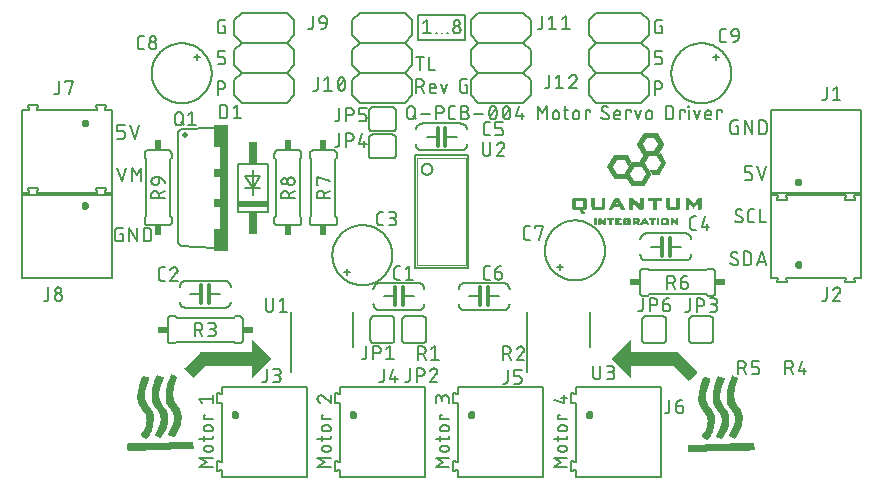
<source format=gto>
G04 EAGLE Gerber RS-274X export*
G75*
%MOMM*%
%FSLAX34Y34*%
%LPD*%
%INSilkscreen Top*%
%IPPOS*%
%AMOC8*
5,1,8,0,0,1.08239X$1,22.5*%
G01*
%ADD10C,0.127000*%
%ADD11C,0.152400*%
%ADD12C,0.050800*%
%ADD13C,0.304800*%
%ADD14C,0.200000*%
%ADD15C,0.400000*%
%ADD16R,0.863600X0.609600*%
%ADD17C,0.508000*%
%ADD18R,0.762000X10.668000*%
%ADD19R,0.508000X1.905000*%
%ADD20R,0.508000X0.762000*%
%ADD21R,2.540000X0.508000*%
%ADD22R,0.762000X1.905000*%
%ADD23R,0.609600X0.863600*%
%ADD24C,0.203200*%

G36*
X190110Y79255D02*
X190110Y79255D01*
X190181Y79261D01*
X190229Y79281D01*
X190280Y79292D01*
X190341Y79329D01*
X190407Y79357D01*
X190463Y79402D01*
X190491Y79418D01*
X190506Y79436D01*
X190538Y79462D01*
X205538Y94462D01*
X205550Y94478D01*
X205565Y94490D01*
X205622Y94578D01*
X205682Y94661D01*
X205688Y94680D01*
X205698Y94697D01*
X205724Y94798D01*
X205754Y94897D01*
X205754Y94916D01*
X205759Y94936D01*
X205751Y95039D01*
X205748Y95142D01*
X205741Y95161D01*
X205739Y95181D01*
X205699Y95276D01*
X205663Y95373D01*
X205651Y95389D01*
X205643Y95407D01*
X205538Y95538D01*
X190538Y110538D01*
X190480Y110580D01*
X190428Y110630D01*
X190381Y110652D01*
X190339Y110682D01*
X190270Y110703D01*
X190205Y110733D01*
X190153Y110739D01*
X190103Y110754D01*
X190032Y110752D01*
X189961Y110760D01*
X189910Y110749D01*
X189858Y110748D01*
X189790Y110723D01*
X189720Y110708D01*
X189676Y110681D01*
X189627Y110663D01*
X189571Y110619D01*
X189509Y110582D01*
X189475Y110542D01*
X189435Y110510D01*
X189396Y110449D01*
X189349Y110395D01*
X189330Y110347D01*
X189302Y110303D01*
X189284Y110233D01*
X189257Y110167D01*
X189249Y110095D01*
X189241Y110064D01*
X189243Y110041D01*
X189239Y110000D01*
X189239Y100761D01*
X146000Y100761D01*
X145910Y100747D01*
X145819Y100739D01*
X145789Y100727D01*
X145757Y100722D01*
X145677Y100679D01*
X145593Y100643D01*
X145561Y100617D01*
X145540Y100606D01*
X145518Y100583D01*
X145462Y100538D01*
X132462Y87538D01*
X132450Y87522D01*
X132435Y87510D01*
X132378Y87422D01*
X132318Y87339D01*
X132312Y87320D01*
X132302Y87303D01*
X132276Y87202D01*
X132246Y87103D01*
X132246Y87084D01*
X132241Y87064D01*
X132250Y86961D01*
X132252Y86858D01*
X132259Y86839D01*
X132261Y86819D01*
X132301Y86724D01*
X132337Y86627D01*
X132349Y86611D01*
X132357Y86593D01*
X132462Y86462D01*
X139462Y79462D01*
X139478Y79450D01*
X139490Y79435D01*
X139578Y79378D01*
X139661Y79318D01*
X139680Y79312D01*
X139697Y79302D01*
X139798Y79276D01*
X139897Y79246D01*
X139916Y79246D01*
X139936Y79241D01*
X140039Y79250D01*
X140142Y79252D01*
X140161Y79259D01*
X140181Y79261D01*
X140276Y79301D01*
X140373Y79337D01*
X140389Y79349D01*
X140407Y79357D01*
X140538Y79462D01*
X150315Y89239D01*
X189239Y89239D01*
X189239Y80000D01*
X189250Y79929D01*
X189252Y79858D01*
X189270Y79809D01*
X189279Y79757D01*
X189312Y79694D01*
X189337Y79627D01*
X189369Y79586D01*
X189394Y79540D01*
X189445Y79491D01*
X189490Y79435D01*
X189534Y79406D01*
X189572Y79371D01*
X189637Y79340D01*
X189697Y79302D01*
X189748Y79289D01*
X189795Y79267D01*
X189866Y79259D01*
X189936Y79241D01*
X189988Y79246D01*
X190039Y79240D01*
X190110Y79255D01*
G37*
G36*
X559539Y76750D02*
X559539Y76750D01*
X559642Y76752D01*
X559661Y76759D01*
X559681Y76761D01*
X559776Y76801D01*
X559873Y76837D01*
X559889Y76849D01*
X559907Y76857D01*
X560038Y76962D01*
X566538Y83462D01*
X566550Y83478D01*
X566565Y83490D01*
X566622Y83578D01*
X566682Y83661D01*
X566688Y83680D01*
X566698Y83697D01*
X566724Y83798D01*
X566754Y83897D01*
X566754Y83916D01*
X566759Y83936D01*
X566751Y84039D01*
X566748Y84142D01*
X566741Y84161D01*
X566739Y84181D01*
X566699Y84276D01*
X566663Y84373D01*
X566651Y84389D01*
X566643Y84407D01*
X566538Y84538D01*
X550538Y100538D01*
X550464Y100591D01*
X550395Y100651D01*
X550365Y100663D01*
X550339Y100682D01*
X550252Y100709D01*
X550167Y100743D01*
X550126Y100747D01*
X550103Y100754D01*
X550071Y100753D01*
X550000Y100761D01*
X510761Y100761D01*
X510761Y110000D01*
X510750Y110071D01*
X510748Y110142D01*
X510730Y110191D01*
X510722Y110243D01*
X510688Y110306D01*
X510663Y110373D01*
X510631Y110414D01*
X510606Y110460D01*
X510555Y110509D01*
X510510Y110565D01*
X510466Y110594D01*
X510428Y110630D01*
X510363Y110660D01*
X510303Y110698D01*
X510252Y110711D01*
X510205Y110733D01*
X510134Y110741D01*
X510064Y110759D01*
X510012Y110754D01*
X509961Y110760D01*
X509890Y110745D01*
X509819Y110739D01*
X509771Y110719D01*
X509720Y110708D01*
X509659Y110671D01*
X509593Y110643D01*
X509537Y110598D01*
X509509Y110582D01*
X509494Y110564D01*
X509462Y110538D01*
X494462Y95538D01*
X494450Y95522D01*
X494435Y95510D01*
X494405Y95464D01*
X494379Y95437D01*
X494362Y95399D01*
X494318Y95339D01*
X494312Y95320D01*
X494302Y95303D01*
X494283Y95230D01*
X494276Y95214D01*
X494273Y95193D01*
X494246Y95103D01*
X494246Y95084D01*
X494241Y95064D01*
X494249Y94971D01*
X494249Y94969D01*
X494249Y94967D01*
X494250Y94961D01*
X494252Y94858D01*
X494259Y94839D01*
X494261Y94819D01*
X494301Y94724D01*
X494337Y94627D01*
X494349Y94611D01*
X494357Y94593D01*
X494462Y94462D01*
X509462Y79462D01*
X509520Y79420D01*
X509572Y79371D01*
X509619Y79349D01*
X509661Y79318D01*
X509730Y79297D01*
X509795Y79267D01*
X509847Y79261D01*
X509897Y79246D01*
X509968Y79248D01*
X510039Y79240D01*
X510090Y79251D01*
X510142Y79252D01*
X510210Y79277D01*
X510280Y79292D01*
X510324Y79319D01*
X510373Y79337D01*
X510429Y79382D01*
X510491Y79418D01*
X510525Y79458D01*
X510565Y79490D01*
X510604Y79551D01*
X510651Y79605D01*
X510670Y79653D01*
X510698Y79697D01*
X510716Y79767D01*
X510743Y79833D01*
X510751Y79905D01*
X510759Y79936D01*
X510757Y79959D01*
X510761Y80000D01*
X510761Y89239D01*
X546685Y89239D01*
X558962Y76962D01*
X558978Y76950D01*
X558990Y76935D01*
X559078Y76878D01*
X559161Y76818D01*
X559180Y76812D01*
X559197Y76802D01*
X559298Y76776D01*
X559397Y76746D01*
X559416Y76746D01*
X559436Y76741D01*
X559539Y76750D01*
G37*
G36*
X111818Y28452D02*
X111818Y28452D01*
X111899Y28463D01*
X111955Y28480D01*
X112009Y28509D01*
X112068Y28530D01*
X112101Y28559D01*
X112130Y28574D01*
X112153Y28603D01*
X112194Y28638D01*
X113197Y29847D01*
X113203Y29858D01*
X113214Y29868D01*
X113598Y30384D01*
X113602Y30393D01*
X113611Y30402D01*
X114011Y30994D01*
X114014Y31003D01*
X114022Y31012D01*
X114770Y32228D01*
X114773Y32235D01*
X114778Y32242D01*
X116405Y35084D01*
X116847Y35787D01*
X117172Y36236D01*
X117184Y36264D01*
X117209Y36296D01*
X117309Y36485D01*
X117315Y36505D01*
X117329Y36527D01*
X117438Y36791D01*
X117442Y36810D01*
X117453Y36833D01*
X117710Y37650D01*
X117712Y37664D01*
X117719Y37681D01*
X117990Y38791D01*
X117990Y38799D01*
X117994Y38809D01*
X118295Y40278D01*
X118295Y40287D01*
X118299Y40297D01*
X118509Y41565D01*
X118509Y41575D01*
X118512Y41587D01*
X118650Y42721D01*
X118649Y42732D01*
X118652Y42744D01*
X118730Y43813D01*
X118728Y43824D01*
X118731Y43838D01*
X118753Y44838D01*
X118751Y44850D01*
X118753Y44866D01*
X118721Y45793D01*
X118718Y45804D01*
X118720Y45818D01*
X118661Y46529D01*
X118658Y46537D01*
X118659Y46547D01*
X118584Y47185D01*
X118581Y47193D01*
X118581Y47203D01*
X118482Y47838D01*
X118479Y47847D01*
X118478Y47859D01*
X118353Y48489D01*
X118349Y48498D01*
X118349Y48510D01*
X118213Y49065D01*
X118209Y49075D01*
X118207Y49087D01*
X118046Y49636D01*
X118041Y49646D01*
X118038Y49660D01*
X117849Y50199D01*
X117843Y50210D01*
X117839Y50224D01*
X117649Y50686D01*
X117639Y50700D01*
X117633Y50720D01*
X117185Y51613D01*
X117175Y51626D01*
X117167Y51646D01*
X116579Y52626D01*
X116570Y52636D01*
X116563Y52651D01*
X115837Y53711D01*
X115829Y53719D01*
X115823Y53731D01*
X114577Y55375D01*
X113972Y56233D01*
X113258Y57356D01*
X112607Y58518D01*
X112232Y59266D01*
X111911Y59964D01*
X111671Y60539D01*
X111457Y61122D01*
X111272Y61711D01*
X111116Y62308D01*
X110992Y62911D01*
X110903Y63519D01*
X110854Y64061D01*
X110835Y64604D01*
X110845Y65148D01*
X110891Y65766D01*
X110969Y66456D01*
X111084Y67215D01*
X111227Y67969D01*
X111396Y68719D01*
X111644Y69670D01*
X111947Y70680D01*
X113331Y74879D01*
X113331Y74880D01*
X113332Y74882D01*
X114757Y79300D01*
X114763Y79352D01*
X114779Y79402D01*
X114774Y79450D01*
X114779Y79497D01*
X114764Y79548D01*
X114759Y79600D01*
X114736Y79642D01*
X114723Y79688D01*
X114689Y79729D01*
X114664Y79775D01*
X114621Y79811D01*
X114596Y79841D01*
X114569Y79856D01*
X114537Y79882D01*
X114485Y79914D01*
X114448Y79926D01*
X114397Y79955D01*
X109488Y81708D01*
X109479Y81709D01*
X109471Y81714D01*
X109381Y81723D01*
X109291Y81736D01*
X109282Y81734D01*
X109273Y81735D01*
X109112Y81692D01*
X109066Y81671D01*
X109052Y81661D01*
X109036Y81655D01*
X108972Y81602D01*
X108906Y81554D01*
X108897Y81539D01*
X108883Y81527D01*
X108807Y81389D01*
X108803Y81383D01*
X108803Y81382D01*
X108191Y79635D01*
X107495Y77774D01*
X106436Y75208D01*
X106434Y75200D01*
X106430Y75192D01*
X106229Y74658D01*
X106227Y74647D01*
X106221Y74635D01*
X106025Y74023D01*
X106024Y74014D01*
X106019Y74003D01*
X105848Y73384D01*
X105847Y73376D01*
X105844Y73368D01*
X105676Y72674D01*
X105676Y72667D01*
X105673Y72659D01*
X105512Y71890D01*
X105512Y71883D01*
X105509Y71875D01*
X105298Y70679D01*
X105298Y70672D01*
X105295Y70664D01*
X105101Y69321D01*
X105101Y69315D01*
X105099Y69308D01*
X104924Y67818D01*
X104924Y67813D01*
X104923Y67807D01*
X104768Y66172D01*
X104769Y66167D01*
X104767Y66161D01*
X104664Y64736D01*
X104665Y64730D01*
X104664Y64723D01*
X104605Y63439D01*
X104606Y63431D01*
X104604Y63422D01*
X104591Y62279D01*
X104593Y62269D01*
X104591Y62257D01*
X104625Y61258D01*
X104627Y61247D01*
X104626Y61233D01*
X104673Y60664D01*
X104676Y60653D01*
X104676Y60639D01*
X104742Y60144D01*
X104746Y60130D01*
X104747Y60113D01*
X104830Y59692D01*
X104836Y59678D01*
X104838Y59659D01*
X104950Y59245D01*
X104953Y59239D01*
X104954Y59230D01*
X105163Y58547D01*
X105167Y58539D01*
X105169Y58528D01*
X105405Y57854D01*
X105410Y57845D01*
X105413Y57833D01*
X105652Y57236D01*
X105659Y57226D01*
X105663Y57212D01*
X105934Y56629D01*
X105943Y56617D01*
X105949Y56600D01*
X106257Y56036D01*
X106262Y56030D01*
X106266Y56021D01*
X106849Y55038D01*
X106853Y55034D01*
X106856Y55027D01*
X107389Y54181D01*
X107394Y54176D01*
X107398Y54169D01*
X107837Y53517D01*
X107845Y53509D01*
X107852Y53497D01*
X108280Y52926D01*
X108286Y52920D01*
X108291Y52912D01*
X108784Y52301D01*
X108790Y52296D01*
X108795Y52288D01*
X110231Y50627D01*
X110511Y50253D01*
X110763Y49865D01*
X111147Y49150D01*
X111462Y48402D01*
X111735Y47558D01*
X111942Y46690D01*
X112071Y45947D01*
X112150Y45198D01*
X112178Y44516D01*
X112162Y43763D01*
X112098Y43012D01*
X111987Y42265D01*
X111831Y41524D01*
X111634Y40792D01*
X111330Y39862D01*
X110948Y38801D01*
X110587Y37884D01*
X110226Y37047D01*
X109959Y36482D01*
X109674Y35929D01*
X108787Y34392D01*
X108785Y34385D01*
X108780Y34378D01*
X108241Y33371D01*
X108238Y33361D01*
X108231Y33351D01*
X107861Y32578D01*
X107858Y32569D01*
X107852Y32560D01*
X107231Y31117D01*
X107226Y31093D01*
X107214Y31071D01*
X107206Y30996D01*
X107191Y30922D01*
X107195Y30898D01*
X107193Y30874D01*
X107222Y30763D01*
X107229Y30727D01*
X107233Y30721D01*
X107235Y30713D01*
X107259Y30662D01*
X107287Y30623D01*
X107307Y30579D01*
X107351Y30534D01*
X107375Y30501D01*
X107399Y30486D01*
X107424Y30461D01*
X108123Y29965D01*
X108139Y29958D01*
X108155Y29944D01*
X108461Y29760D01*
X108475Y29756D01*
X108490Y29745D01*
X108870Y29548D01*
X108885Y29544D01*
X108901Y29534D01*
X109818Y29137D01*
X109829Y29135D01*
X109840Y29128D01*
X111578Y28473D01*
X111657Y28461D01*
X111734Y28442D01*
X111756Y28445D01*
X111774Y28442D01*
X111818Y28452D01*
G37*
G36*
X586818Y27452D02*
X586818Y27452D01*
X586899Y27463D01*
X586955Y27480D01*
X587009Y27509D01*
X587068Y27530D01*
X587101Y27559D01*
X587130Y27574D01*
X587153Y27603D01*
X587194Y27638D01*
X588197Y28847D01*
X588203Y28858D01*
X588214Y28868D01*
X588598Y29384D01*
X588602Y29393D01*
X588611Y29402D01*
X589011Y29994D01*
X589014Y30003D01*
X589022Y30012D01*
X589770Y31228D01*
X589773Y31235D01*
X589778Y31242D01*
X591405Y34084D01*
X591847Y34787D01*
X592172Y35236D01*
X592184Y35264D01*
X592209Y35296D01*
X592309Y35485D01*
X592315Y35505D01*
X592329Y35527D01*
X592438Y35791D01*
X592442Y35810D01*
X592453Y35833D01*
X592710Y36650D01*
X592712Y36664D01*
X592719Y36681D01*
X592990Y37791D01*
X592990Y37799D01*
X592994Y37809D01*
X593295Y39278D01*
X593295Y39287D01*
X593299Y39297D01*
X593509Y40565D01*
X593509Y40575D01*
X593512Y40587D01*
X593650Y41721D01*
X593649Y41732D01*
X593652Y41744D01*
X593730Y42813D01*
X593728Y42824D01*
X593731Y42838D01*
X593753Y43838D01*
X593751Y43850D01*
X593753Y43866D01*
X593721Y44793D01*
X593718Y44804D01*
X593720Y44818D01*
X593661Y45529D01*
X593658Y45537D01*
X593659Y45547D01*
X593584Y46185D01*
X593581Y46193D01*
X593581Y46203D01*
X593482Y46838D01*
X593479Y46847D01*
X593478Y46859D01*
X593353Y47489D01*
X593349Y47498D01*
X593349Y47510D01*
X593213Y48065D01*
X593209Y48075D01*
X593207Y48087D01*
X593046Y48636D01*
X593041Y48646D01*
X593038Y48660D01*
X592849Y49199D01*
X592843Y49210D01*
X592839Y49224D01*
X592649Y49686D01*
X592639Y49700D01*
X592633Y49720D01*
X592185Y50613D01*
X592175Y50626D01*
X592167Y50646D01*
X591579Y51626D01*
X591570Y51636D01*
X591563Y51651D01*
X590837Y52711D01*
X590829Y52719D01*
X590823Y52731D01*
X589577Y54375D01*
X588972Y55233D01*
X588258Y56356D01*
X587607Y57518D01*
X587232Y58266D01*
X586911Y58964D01*
X586671Y59539D01*
X586457Y60122D01*
X586272Y60711D01*
X586116Y61308D01*
X585992Y61911D01*
X585903Y62519D01*
X585854Y63061D01*
X585835Y63604D01*
X585845Y64148D01*
X585891Y64766D01*
X585969Y65456D01*
X586084Y66215D01*
X586227Y66969D01*
X586396Y67719D01*
X586644Y68670D01*
X586947Y69680D01*
X588331Y73879D01*
X588331Y73880D01*
X588332Y73882D01*
X589757Y78300D01*
X589763Y78352D01*
X589779Y78402D01*
X589774Y78450D01*
X589779Y78497D01*
X589764Y78548D01*
X589759Y78600D01*
X589736Y78642D01*
X589723Y78688D01*
X589689Y78729D01*
X589664Y78775D01*
X589621Y78811D01*
X589596Y78841D01*
X589569Y78856D01*
X589537Y78882D01*
X589485Y78914D01*
X589448Y78926D01*
X589397Y78955D01*
X584488Y80708D01*
X584479Y80709D01*
X584471Y80714D01*
X584381Y80723D01*
X584291Y80736D01*
X584282Y80734D01*
X584273Y80735D01*
X584112Y80692D01*
X584066Y80671D01*
X584052Y80661D01*
X584036Y80655D01*
X583972Y80602D01*
X583906Y80554D01*
X583897Y80539D01*
X583883Y80527D01*
X583807Y80389D01*
X583803Y80383D01*
X583803Y80382D01*
X583191Y78635D01*
X582495Y76774D01*
X581436Y74208D01*
X581434Y74200D01*
X581430Y74192D01*
X581229Y73658D01*
X581227Y73647D01*
X581221Y73635D01*
X581025Y73023D01*
X581024Y73014D01*
X581019Y73003D01*
X580848Y72384D01*
X580847Y72376D01*
X580844Y72368D01*
X580676Y71674D01*
X580676Y71667D01*
X580673Y71659D01*
X580512Y70890D01*
X580512Y70883D01*
X580509Y70875D01*
X580298Y69679D01*
X580298Y69672D01*
X580295Y69664D01*
X580101Y68321D01*
X580101Y68315D01*
X580099Y68308D01*
X579924Y66818D01*
X579924Y66813D01*
X579923Y66807D01*
X579768Y65172D01*
X579769Y65167D01*
X579767Y65161D01*
X579664Y63736D01*
X579665Y63730D01*
X579664Y63723D01*
X579605Y62439D01*
X579606Y62431D01*
X579604Y62422D01*
X579591Y61279D01*
X579593Y61269D01*
X579591Y61257D01*
X579625Y60258D01*
X579627Y60247D01*
X579626Y60233D01*
X579673Y59664D01*
X579676Y59653D01*
X579676Y59639D01*
X579742Y59144D01*
X579746Y59130D01*
X579747Y59113D01*
X579830Y58692D01*
X579836Y58678D01*
X579838Y58659D01*
X579950Y58245D01*
X579953Y58239D01*
X579954Y58230D01*
X580163Y57547D01*
X580167Y57539D01*
X580169Y57528D01*
X580405Y56854D01*
X580410Y56845D01*
X580413Y56833D01*
X580652Y56236D01*
X580659Y56226D01*
X580663Y56212D01*
X580934Y55629D01*
X580943Y55617D01*
X580949Y55600D01*
X581257Y55036D01*
X581262Y55030D01*
X581266Y55021D01*
X581849Y54038D01*
X581853Y54034D01*
X581856Y54027D01*
X582389Y53181D01*
X582394Y53176D01*
X582398Y53169D01*
X582837Y52517D01*
X582845Y52509D01*
X582852Y52497D01*
X583280Y51926D01*
X583286Y51920D01*
X583291Y51912D01*
X583784Y51301D01*
X583790Y51296D01*
X583795Y51288D01*
X585231Y49627D01*
X585511Y49253D01*
X585763Y48865D01*
X586147Y48150D01*
X586462Y47402D01*
X586735Y46558D01*
X586942Y45690D01*
X587071Y44947D01*
X587150Y44198D01*
X587178Y43516D01*
X587162Y42763D01*
X587098Y42012D01*
X586987Y41265D01*
X586831Y40524D01*
X586634Y39792D01*
X586330Y38862D01*
X585948Y37801D01*
X585587Y36884D01*
X585226Y36047D01*
X584959Y35482D01*
X584674Y34929D01*
X583787Y33392D01*
X583785Y33385D01*
X583780Y33378D01*
X583241Y32371D01*
X583238Y32361D01*
X583231Y32351D01*
X582861Y31578D01*
X582858Y31569D01*
X582852Y31560D01*
X582231Y30117D01*
X582226Y30093D01*
X582214Y30071D01*
X582206Y29996D01*
X582191Y29922D01*
X582195Y29898D01*
X582193Y29874D01*
X582222Y29763D01*
X582229Y29727D01*
X582233Y29721D01*
X582235Y29713D01*
X582259Y29662D01*
X582287Y29623D01*
X582307Y29579D01*
X582351Y29534D01*
X582375Y29501D01*
X582399Y29486D01*
X582424Y29461D01*
X583123Y28965D01*
X583139Y28958D01*
X583155Y28944D01*
X583461Y28760D01*
X583475Y28756D01*
X583490Y28745D01*
X583870Y28548D01*
X583885Y28544D01*
X583901Y28534D01*
X584818Y28137D01*
X584829Y28135D01*
X584840Y28128D01*
X586578Y27473D01*
X586657Y27461D01*
X586734Y27442D01*
X586756Y27445D01*
X586774Y27442D01*
X586818Y27452D01*
G37*
G36*
X123576Y28630D02*
X123576Y28630D01*
X123614Y28630D01*
X123668Y28639D01*
X123709Y28655D01*
X123752Y28661D01*
X123800Y28691D01*
X123853Y28711D01*
X123885Y28741D01*
X123922Y28764D01*
X123965Y28819D01*
X123996Y28849D01*
X124006Y28871D01*
X124024Y28895D01*
X127849Y36003D01*
X127852Y36012D01*
X127859Y36022D01*
X128107Y36537D01*
X128110Y36546D01*
X128116Y36557D01*
X128342Y37082D01*
X128344Y37091D01*
X128350Y37101D01*
X128579Y37701D01*
X128581Y37710D01*
X128586Y37720D01*
X128791Y38329D01*
X128792Y38340D01*
X128798Y38351D01*
X129093Y39381D01*
X129093Y39393D01*
X129099Y39407D01*
X129372Y40590D01*
X129372Y40601D01*
X129376Y40613D01*
X129604Y41878D01*
X129604Y41888D01*
X129608Y41899D01*
X129783Y43172D01*
X129783Y43181D01*
X129786Y43191D01*
X129906Y44399D01*
X129905Y44409D01*
X129908Y44421D01*
X129975Y45633D01*
X129973Y45644D01*
X129976Y45658D01*
X129981Y46730D01*
X129979Y46742D01*
X129981Y46758D01*
X129924Y47828D01*
X129921Y47840D01*
X129922Y47856D01*
X129853Y48495D01*
X129849Y48505D01*
X129850Y48518D01*
X129762Y49082D01*
X129758Y49093D01*
X129757Y49107D01*
X129641Y49666D01*
X129636Y49677D01*
X129635Y49692D01*
X129508Y50176D01*
X129502Y50188D01*
X129499Y50205D01*
X129230Y51019D01*
X129227Y51025D01*
X129225Y51034D01*
X128930Y51839D01*
X128925Y51846D01*
X128923Y51856D01*
X128652Y52517D01*
X128646Y52526D01*
X128642Y52540D01*
X128399Y53057D01*
X128391Y53068D01*
X128386Y53083D01*
X128215Y53397D01*
X128204Y53411D01*
X128195Y53431D01*
X128000Y53730D01*
X127979Y53752D01*
X127957Y53788D01*
X127398Y54423D01*
X126873Y55076D01*
X126061Y56149D01*
X125149Y57405D01*
X124891Y57803D01*
X124616Y58276D01*
X124365Y58763D01*
X124137Y59261D01*
X123930Y59772D01*
X123744Y60291D01*
X123578Y60817D01*
X123413Y61418D01*
X123270Y62027D01*
X123150Y62637D01*
X122957Y63953D01*
X122895Y64641D01*
X122860Y65335D01*
X122854Y66027D01*
X122881Y66792D01*
X122933Y67483D01*
X123022Y68243D01*
X123130Y68929D01*
X123279Y69680D01*
X123511Y70629D01*
X123789Y71568D01*
X126359Y79285D01*
X126368Y79352D01*
X126384Y79416D01*
X126379Y79449D01*
X126383Y79483D01*
X126365Y79547D01*
X126355Y79613D01*
X126337Y79646D01*
X126329Y79674D01*
X126303Y79705D01*
X126273Y79758D01*
X126237Y79802D01*
X126225Y79812D01*
X126218Y79825D01*
X126086Y79927D01*
X126084Y79929D01*
X124891Y80570D01*
X124885Y80572D01*
X124878Y80577D01*
X123855Y81088D01*
X123844Y81091D01*
X123832Y81099D01*
X122915Y81498D01*
X122906Y81500D01*
X122896Y81506D01*
X121430Y82073D01*
X121428Y82073D01*
X121427Y82074D01*
X121331Y82090D01*
X121234Y82106D01*
X121232Y82106D01*
X121230Y82106D01*
X121135Y82083D01*
X121041Y82060D01*
X121039Y82059D01*
X121037Y82059D01*
X120959Y82001D01*
X120880Y81943D01*
X120879Y81941D01*
X120878Y81940D01*
X120789Y81799D01*
X119003Y77513D01*
X119003Y77509D01*
X119000Y77505D01*
X118658Y76642D01*
X118657Y76634D01*
X118652Y76625D01*
X118318Y75682D01*
X118317Y75675D01*
X118312Y75666D01*
X118012Y74712D01*
X118011Y74704D01*
X118007Y74696D01*
X117719Y73664D01*
X117719Y73656D01*
X117715Y73648D01*
X117478Y72677D01*
X117478Y72670D01*
X117475Y72662D01*
X117252Y71614D01*
X117252Y71608D01*
X117250Y71600D01*
X117058Y70546D01*
X117058Y70539D01*
X117055Y70532D01*
X116882Y69403D01*
X116882Y69396D01*
X116880Y69388D01*
X116722Y68112D01*
X116722Y68106D01*
X116720Y68099D01*
X116597Y66819D01*
X116597Y66814D01*
X116596Y66808D01*
X116491Y65383D01*
X116492Y65377D01*
X116491Y65370D01*
X116431Y64085D01*
X116432Y64078D01*
X116431Y64070D01*
X116414Y62927D01*
X116416Y62919D01*
X116414Y62909D01*
X116436Y61909D01*
X116438Y61899D01*
X116437Y61887D01*
X116498Y60961D01*
X116501Y60949D01*
X116500Y60934D01*
X116593Y60154D01*
X116597Y60143D01*
X116597Y60128D01*
X116683Y59635D01*
X116687Y59625D01*
X116687Y59611D01*
X116782Y59193D01*
X116787Y59181D01*
X116789Y59165D01*
X116927Y58684D01*
X116932Y58675D01*
X116934Y58662D01*
X117095Y58188D01*
X117102Y58176D01*
X117106Y58159D01*
X117514Y57168D01*
X117524Y57154D01*
X117530Y57134D01*
X118044Y56113D01*
X118053Y56103D01*
X118059Y56087D01*
X118526Y55285D01*
X118533Y55277D01*
X118538Y55265D01*
X119042Y54485D01*
X119050Y54477D01*
X119056Y54464D01*
X120723Y52153D01*
X121630Y50807D01*
X122434Y49484D01*
X122767Y48876D01*
X123046Y48321D01*
X123234Y47888D01*
X123398Y47446D01*
X123536Y46995D01*
X123633Y46605D01*
X123708Y46211D01*
X123771Y45744D01*
X123802Y45344D01*
X123811Y44878D01*
X123762Y44063D01*
X123707Y43672D01*
X123618Y43210D01*
X123370Y42279D01*
X123028Y41298D01*
X122739Y40591D01*
X122363Y39766D01*
X120943Y36974D01*
X120941Y36968D01*
X120937Y36962D01*
X120019Y35025D01*
X120016Y35016D01*
X120010Y35006D01*
X119398Y33558D01*
X119396Y33549D01*
X119391Y33539D01*
X118463Y31067D01*
X118462Y31061D01*
X118459Y31056D01*
X118447Y30963D01*
X118432Y30871D01*
X118434Y30865D01*
X118433Y30859D01*
X118457Y30769D01*
X118480Y30678D01*
X118484Y30673D01*
X118485Y30667D01*
X118543Y30593D01*
X118599Y30519D01*
X118605Y30516D01*
X118609Y30511D01*
X118752Y30426D01*
X123352Y28657D01*
X123401Y28649D01*
X123447Y28631D01*
X123508Y28630D01*
X123548Y28624D01*
X123576Y28630D01*
G37*
G36*
X598576Y27630D02*
X598576Y27630D01*
X598614Y27630D01*
X598668Y27639D01*
X598709Y27655D01*
X598752Y27661D01*
X598800Y27691D01*
X598853Y27711D01*
X598885Y27741D01*
X598922Y27764D01*
X598965Y27819D01*
X598996Y27849D01*
X599006Y27871D01*
X599024Y27895D01*
X602849Y35003D01*
X602852Y35012D01*
X602859Y35022D01*
X603107Y35537D01*
X603110Y35546D01*
X603116Y35557D01*
X603342Y36082D01*
X603344Y36091D01*
X603350Y36101D01*
X603579Y36701D01*
X603581Y36710D01*
X603586Y36720D01*
X603791Y37329D01*
X603792Y37340D01*
X603798Y37351D01*
X604093Y38381D01*
X604093Y38393D01*
X604099Y38407D01*
X604372Y39590D01*
X604372Y39601D01*
X604376Y39613D01*
X604604Y40878D01*
X604604Y40888D01*
X604608Y40899D01*
X604783Y42172D01*
X604783Y42181D01*
X604786Y42191D01*
X604906Y43399D01*
X604905Y43409D01*
X604908Y43421D01*
X604975Y44633D01*
X604973Y44644D01*
X604976Y44658D01*
X604981Y45730D01*
X604979Y45742D01*
X604981Y45758D01*
X604924Y46828D01*
X604921Y46840D01*
X604922Y46856D01*
X604853Y47495D01*
X604849Y47505D01*
X604850Y47518D01*
X604762Y48082D01*
X604758Y48093D01*
X604757Y48107D01*
X604641Y48666D01*
X604636Y48677D01*
X604635Y48692D01*
X604508Y49176D01*
X604502Y49188D01*
X604499Y49205D01*
X604230Y50019D01*
X604227Y50025D01*
X604225Y50034D01*
X603930Y50839D01*
X603925Y50846D01*
X603923Y50856D01*
X603652Y51517D01*
X603646Y51526D01*
X603642Y51540D01*
X603399Y52057D01*
X603391Y52068D01*
X603386Y52083D01*
X603215Y52397D01*
X603204Y52411D01*
X603195Y52431D01*
X603000Y52730D01*
X602979Y52752D01*
X602957Y52788D01*
X602398Y53423D01*
X601873Y54076D01*
X601061Y55149D01*
X600149Y56405D01*
X599891Y56803D01*
X599616Y57276D01*
X599365Y57763D01*
X599137Y58261D01*
X598930Y58772D01*
X598744Y59291D01*
X598578Y59817D01*
X598413Y60418D01*
X598270Y61027D01*
X598150Y61637D01*
X597957Y62953D01*
X597895Y63641D01*
X597860Y64335D01*
X597854Y65027D01*
X597881Y65792D01*
X597933Y66483D01*
X598022Y67243D01*
X598130Y67929D01*
X598279Y68680D01*
X598511Y69629D01*
X598789Y70568D01*
X601359Y78285D01*
X601368Y78352D01*
X601384Y78416D01*
X601379Y78449D01*
X601383Y78483D01*
X601365Y78547D01*
X601355Y78613D01*
X601337Y78646D01*
X601329Y78674D01*
X601303Y78705D01*
X601273Y78758D01*
X601237Y78802D01*
X601225Y78812D01*
X601218Y78825D01*
X601086Y78927D01*
X601084Y78929D01*
X599891Y79570D01*
X599885Y79572D01*
X599878Y79577D01*
X598855Y80088D01*
X598844Y80091D01*
X598832Y80099D01*
X597915Y80498D01*
X597906Y80500D01*
X597896Y80506D01*
X596430Y81073D01*
X596428Y81073D01*
X596427Y81074D01*
X596331Y81090D01*
X596234Y81106D01*
X596232Y81106D01*
X596230Y81106D01*
X596135Y81083D01*
X596041Y81060D01*
X596039Y81059D01*
X596037Y81059D01*
X595959Y81001D01*
X595880Y80943D01*
X595879Y80941D01*
X595878Y80940D01*
X595789Y80799D01*
X594003Y76513D01*
X594003Y76509D01*
X594000Y76505D01*
X593658Y75642D01*
X593657Y75634D01*
X593652Y75625D01*
X593318Y74682D01*
X593317Y74675D01*
X593312Y74666D01*
X593012Y73712D01*
X593011Y73704D01*
X593007Y73696D01*
X592719Y72664D01*
X592719Y72656D01*
X592715Y72648D01*
X592478Y71677D01*
X592478Y71670D01*
X592475Y71662D01*
X592252Y70614D01*
X592252Y70608D01*
X592250Y70600D01*
X592058Y69546D01*
X592058Y69539D01*
X592055Y69532D01*
X591882Y68403D01*
X591882Y68396D01*
X591880Y68388D01*
X591722Y67112D01*
X591722Y67106D01*
X591720Y67099D01*
X591597Y65819D01*
X591597Y65814D01*
X591596Y65808D01*
X591491Y64383D01*
X591492Y64377D01*
X591491Y64370D01*
X591431Y63085D01*
X591432Y63078D01*
X591431Y63070D01*
X591414Y61927D01*
X591416Y61919D01*
X591414Y61909D01*
X591436Y60909D01*
X591438Y60899D01*
X591437Y60887D01*
X591498Y59961D01*
X591501Y59949D01*
X591500Y59934D01*
X591593Y59154D01*
X591597Y59143D01*
X591597Y59128D01*
X591683Y58635D01*
X591687Y58625D01*
X591687Y58611D01*
X591782Y58193D01*
X591787Y58181D01*
X591789Y58165D01*
X591927Y57684D01*
X591932Y57675D01*
X591934Y57662D01*
X592095Y57188D01*
X592102Y57176D01*
X592106Y57159D01*
X592514Y56168D01*
X592524Y56154D01*
X592530Y56134D01*
X593044Y55113D01*
X593053Y55103D01*
X593059Y55087D01*
X593526Y54285D01*
X593533Y54277D01*
X593538Y54265D01*
X594042Y53485D01*
X594050Y53477D01*
X594056Y53464D01*
X595723Y51153D01*
X596630Y49807D01*
X597434Y48484D01*
X597767Y47876D01*
X598046Y47321D01*
X598234Y46888D01*
X598398Y46446D01*
X598536Y45995D01*
X598633Y45605D01*
X598708Y45211D01*
X598771Y44744D01*
X598802Y44344D01*
X598811Y43878D01*
X598762Y43063D01*
X598707Y42672D01*
X598618Y42210D01*
X598370Y41279D01*
X598028Y40298D01*
X597739Y39591D01*
X597363Y38766D01*
X595943Y35974D01*
X595941Y35968D01*
X595937Y35962D01*
X595019Y34025D01*
X595016Y34016D01*
X595010Y34006D01*
X594398Y32558D01*
X594396Y32549D01*
X594391Y32539D01*
X593463Y30067D01*
X593462Y30061D01*
X593459Y30056D01*
X593447Y29963D01*
X593432Y29871D01*
X593434Y29865D01*
X593433Y29859D01*
X593457Y29769D01*
X593480Y29678D01*
X593484Y29673D01*
X593485Y29667D01*
X593543Y29593D01*
X593599Y29519D01*
X593605Y29516D01*
X593609Y29511D01*
X593752Y29426D01*
X598352Y27657D01*
X598401Y27649D01*
X598447Y27631D01*
X598508Y27630D01*
X598548Y27624D01*
X598576Y27630D01*
G37*
G36*
X99727Y27380D02*
X99727Y27380D01*
X99782Y27383D01*
X99823Y27404D01*
X99867Y27415D01*
X99922Y27454D01*
X99960Y27473D01*
X99976Y27492D01*
X100002Y27511D01*
X101311Y28810D01*
X102100Y29516D01*
X102125Y29550D01*
X102171Y29595D01*
X102464Y29999D01*
X102473Y30018D01*
X102491Y30040D01*
X102816Y30594D01*
X102819Y30603D01*
X102826Y30612D01*
X103195Y31306D01*
X103197Y31313D01*
X103202Y31321D01*
X104113Y33182D01*
X104116Y33192D01*
X104123Y33203D01*
X104520Y34121D01*
X104523Y34134D01*
X104531Y34149D01*
X104896Y35156D01*
X104898Y35168D01*
X104901Y35174D01*
X104905Y35182D01*
X105254Y36345D01*
X105255Y36357D01*
X105261Y36370D01*
X105566Y37619D01*
X105567Y37630D01*
X105571Y37642D01*
X105832Y38974D01*
X105832Y38983D01*
X105836Y38994D01*
X106063Y40477D01*
X106062Y40486D01*
X106065Y40497D01*
X106257Y42200D01*
X106256Y42208D01*
X106259Y42217D01*
X106386Y43855D01*
X106385Y43865D01*
X106387Y43876D01*
X106441Y45375D01*
X106439Y45387D01*
X106442Y45401D01*
X106419Y46687D01*
X106416Y46702D01*
X106418Y46721D01*
X106326Y47788D01*
X106321Y47803D01*
X106322Y47822D01*
X106245Y48316D01*
X106241Y48327D01*
X106240Y48343D01*
X106152Y48762D01*
X106147Y48775D01*
X106145Y48791D01*
X106050Y49135D01*
X106044Y49148D01*
X106041Y49166D01*
X105901Y49571D01*
X105893Y49585D01*
X105889Y49603D01*
X105527Y50458D01*
X105518Y50472D01*
X105511Y50493D01*
X105020Y51444D01*
X105011Y51456D01*
X105004Y51473D01*
X104379Y52513D01*
X104370Y52522D01*
X104364Y52536D01*
X103645Y53601D01*
X103638Y53608D01*
X103633Y53618D01*
X102451Y55223D01*
X101725Y56264D01*
X101005Y57389D01*
X100340Y58546D01*
X100019Y59164D01*
X99718Y59792D01*
X99527Y60230D01*
X99360Y60674D01*
X99217Y61125D01*
X99079Y61653D01*
X98984Y62118D01*
X98901Y62658D01*
X98845Y63202D01*
X98813Y63819D01*
X98810Y64369D01*
X98834Y64989D01*
X98884Y65609D01*
X98976Y66373D01*
X99081Y67062D01*
X99220Y67819D01*
X99548Y69257D01*
X99973Y70745D01*
X100352Y71880D01*
X101350Y74626D01*
X101351Y74634D01*
X101356Y74643D01*
X101664Y75594D01*
X101665Y75602D01*
X101669Y75611D01*
X101904Y76435D01*
X101905Y76445D01*
X101910Y76457D01*
X102058Y77082D01*
X102059Y77096D01*
X102065Y77113D01*
X102162Y77676D01*
X102161Y77699D01*
X102168Y77728D01*
X102278Y79434D01*
X102269Y79496D01*
X102270Y79560D01*
X102256Y79594D01*
X102251Y79631D01*
X102218Y79685D01*
X102194Y79744D01*
X102168Y79770D01*
X102149Y79802D01*
X102098Y79839D01*
X102053Y79884D01*
X102014Y79901D01*
X101989Y79919D01*
X101951Y79928D01*
X101901Y79950D01*
X97673Y81007D01*
X97636Y81009D01*
X97524Y81021D01*
X97465Y81018D01*
X97373Y80994D01*
X97280Y80971D01*
X97277Y80968D01*
X97272Y80967D01*
X97197Y80909D01*
X97121Y80852D01*
X97118Y80848D01*
X97115Y80845D01*
X97101Y80821D01*
X97032Y80711D01*
X96593Y79658D01*
X95030Y75978D01*
X95029Y75974D01*
X95028Y75973D01*
X95027Y75969D01*
X95024Y75964D01*
X94764Y75299D01*
X94763Y75289D01*
X94757Y75279D01*
X94502Y74536D01*
X94501Y74529D01*
X94497Y74520D01*
X94267Y73769D01*
X94266Y73760D01*
X94262Y73749D01*
X93808Y72022D01*
X93808Y72014D01*
X93804Y72005D01*
X93507Y70681D01*
X93507Y70675D01*
X93504Y70669D01*
X93211Y69198D01*
X93211Y69193D01*
X93209Y69187D01*
X92898Y67429D01*
X92898Y67424D01*
X92896Y67419D01*
X92664Y65937D01*
X92665Y65931D01*
X92663Y65925D01*
X92495Y64650D01*
X92495Y64643D01*
X92493Y64634D01*
X92386Y63568D01*
X92387Y63558D01*
X92385Y63546D01*
X92333Y62619D01*
X92335Y62605D01*
X92332Y62588D01*
X92338Y61874D01*
X92342Y61855D01*
X92340Y61831D01*
X92394Y61262D01*
X92397Y61250D01*
X92397Y61234D01*
X92494Y60598D01*
X92497Y60588D01*
X92498Y60574D01*
X92611Y60014D01*
X92615Y60004D01*
X92616Y59991D01*
X92773Y59368D01*
X92778Y59358D01*
X92780Y59345D01*
X92966Y58729D01*
X92971Y58720D01*
X92974Y58707D01*
X93189Y58102D01*
X93194Y58093D01*
X93197Y58081D01*
X93412Y57551D01*
X93419Y57541D01*
X93422Y57527D01*
X93665Y57010D01*
X93673Y57000D01*
X93678Y56984D01*
X94188Y56042D01*
X94197Y56032D01*
X94203Y56017D01*
X94880Y54924D01*
X94886Y54917D01*
X94891Y54907D01*
X95492Y54020D01*
X95497Y54016D01*
X95500Y54009D01*
X96750Y52273D01*
X97598Y51049D01*
X98451Y49746D01*
X99148Y48606D01*
X99438Y48073D01*
X99674Y47523D01*
X99883Y46886D01*
X100039Y46231D01*
X100163Y45424D01*
X100228Y44535D01*
X100232Y43638D01*
X100176Y42592D01*
X100067Y41403D01*
X99915Y40296D01*
X99715Y39276D01*
X99483Y38415D01*
X99257Y37775D01*
X98931Y37016D01*
X98560Y36273D01*
X98116Y35483D01*
X97713Y34828D01*
X97249Y34126D01*
X95324Y31384D01*
X95318Y31370D01*
X95307Y31359D01*
X95278Y31280D01*
X95244Y31202D01*
X95244Y31187D01*
X95239Y31172D01*
X95242Y31006D01*
X95252Y30952D01*
X95277Y30890D01*
X95293Y30826D01*
X95315Y30794D01*
X95326Y30768D01*
X95355Y30739D01*
X95390Y30690D01*
X96552Y29529D01*
X96557Y29526D01*
X96562Y29520D01*
X96976Y29127D01*
X96985Y29122D01*
X96992Y29113D01*
X97422Y28737D01*
X97432Y28732D01*
X97441Y28722D01*
X97833Y28412D01*
X97845Y28406D01*
X97856Y28395D01*
X98266Y28108D01*
X98281Y28101D01*
X98297Y28087D01*
X99396Y27436D01*
X99439Y27421D01*
X99477Y27397D01*
X99532Y27388D01*
X99584Y27370D01*
X99629Y27373D01*
X99674Y27366D01*
X99727Y27380D01*
G37*
G36*
X574727Y26380D02*
X574727Y26380D01*
X574782Y26383D01*
X574823Y26404D01*
X574867Y26415D01*
X574922Y26454D01*
X574960Y26473D01*
X574976Y26492D01*
X575002Y26511D01*
X576311Y27810D01*
X577100Y28516D01*
X577125Y28550D01*
X577171Y28595D01*
X577464Y28999D01*
X577473Y29018D01*
X577491Y29040D01*
X577816Y29594D01*
X577819Y29603D01*
X577826Y29612D01*
X578195Y30306D01*
X578197Y30313D01*
X578202Y30321D01*
X579113Y32182D01*
X579116Y32192D01*
X579123Y32203D01*
X579520Y33121D01*
X579523Y33134D01*
X579531Y33149D01*
X579896Y34156D01*
X579898Y34168D01*
X579901Y34174D01*
X579905Y34182D01*
X580254Y35345D01*
X580255Y35357D01*
X580261Y35370D01*
X580566Y36619D01*
X580567Y36630D01*
X580571Y36642D01*
X580832Y37974D01*
X580832Y37983D01*
X580836Y37994D01*
X581063Y39477D01*
X581062Y39486D01*
X581065Y39497D01*
X581257Y41200D01*
X581256Y41208D01*
X581259Y41217D01*
X581386Y42855D01*
X581385Y42865D01*
X581387Y42876D01*
X581441Y44375D01*
X581439Y44387D01*
X581442Y44401D01*
X581419Y45687D01*
X581416Y45702D01*
X581418Y45721D01*
X581326Y46788D01*
X581321Y46803D01*
X581322Y46822D01*
X581245Y47316D01*
X581241Y47327D01*
X581240Y47343D01*
X581152Y47762D01*
X581147Y47775D01*
X581145Y47791D01*
X581050Y48135D01*
X581044Y48148D01*
X581041Y48166D01*
X580901Y48571D01*
X580893Y48585D01*
X580889Y48603D01*
X580527Y49458D01*
X580518Y49472D01*
X580511Y49493D01*
X580020Y50444D01*
X580011Y50456D01*
X580004Y50473D01*
X579379Y51513D01*
X579370Y51522D01*
X579364Y51536D01*
X578645Y52601D01*
X578638Y52608D01*
X578633Y52618D01*
X577451Y54223D01*
X576725Y55264D01*
X576005Y56389D01*
X575340Y57546D01*
X575019Y58164D01*
X574718Y58792D01*
X574527Y59230D01*
X574360Y59674D01*
X574217Y60125D01*
X574079Y60653D01*
X573984Y61118D01*
X573901Y61658D01*
X573845Y62202D01*
X573813Y62819D01*
X573810Y63369D01*
X573834Y63989D01*
X573884Y64609D01*
X573976Y65373D01*
X574081Y66062D01*
X574220Y66819D01*
X574548Y68257D01*
X574973Y69745D01*
X575352Y70880D01*
X576350Y73626D01*
X576351Y73634D01*
X576356Y73643D01*
X576664Y74594D01*
X576665Y74602D01*
X576669Y74611D01*
X576904Y75435D01*
X576905Y75445D01*
X576910Y75457D01*
X577058Y76082D01*
X577059Y76096D01*
X577065Y76113D01*
X577162Y76676D01*
X577161Y76699D01*
X577168Y76728D01*
X577278Y78434D01*
X577269Y78496D01*
X577270Y78560D01*
X577256Y78594D01*
X577251Y78631D01*
X577218Y78685D01*
X577194Y78744D01*
X577168Y78770D01*
X577149Y78802D01*
X577098Y78839D01*
X577053Y78884D01*
X577014Y78901D01*
X576989Y78919D01*
X576951Y78928D01*
X576901Y78950D01*
X572673Y80007D01*
X572636Y80009D01*
X572524Y80021D01*
X572465Y80018D01*
X572373Y79994D01*
X572280Y79971D01*
X572277Y79968D01*
X572272Y79967D01*
X572197Y79909D01*
X572121Y79852D01*
X572118Y79848D01*
X572115Y79845D01*
X572101Y79821D01*
X572032Y79711D01*
X571593Y78658D01*
X570030Y74978D01*
X570029Y74974D01*
X570028Y74973D01*
X570027Y74969D01*
X570024Y74964D01*
X569764Y74299D01*
X569763Y74289D01*
X569757Y74279D01*
X569502Y73536D01*
X569501Y73529D01*
X569497Y73520D01*
X569267Y72769D01*
X569266Y72760D01*
X569262Y72749D01*
X568808Y71022D01*
X568808Y71014D01*
X568804Y71005D01*
X568507Y69681D01*
X568507Y69675D01*
X568504Y69669D01*
X568211Y68198D01*
X568211Y68193D01*
X568209Y68187D01*
X567898Y66429D01*
X567898Y66424D01*
X567896Y66419D01*
X567664Y64937D01*
X567665Y64931D01*
X567663Y64925D01*
X567495Y63650D01*
X567495Y63643D01*
X567493Y63634D01*
X567386Y62568D01*
X567387Y62558D01*
X567385Y62546D01*
X567333Y61619D01*
X567335Y61605D01*
X567332Y61588D01*
X567338Y60874D01*
X567342Y60855D01*
X567340Y60831D01*
X567394Y60262D01*
X567397Y60250D01*
X567397Y60234D01*
X567494Y59598D01*
X567497Y59588D01*
X567498Y59574D01*
X567611Y59014D01*
X567615Y59004D01*
X567616Y58991D01*
X567773Y58368D01*
X567778Y58358D01*
X567780Y58345D01*
X567966Y57729D01*
X567971Y57720D01*
X567974Y57707D01*
X568189Y57102D01*
X568194Y57093D01*
X568197Y57081D01*
X568412Y56551D01*
X568419Y56541D01*
X568422Y56527D01*
X568665Y56010D01*
X568673Y56000D01*
X568678Y55984D01*
X569188Y55042D01*
X569197Y55032D01*
X569203Y55017D01*
X569880Y53924D01*
X569886Y53917D01*
X569891Y53907D01*
X570492Y53020D01*
X570497Y53016D01*
X570500Y53009D01*
X571750Y51273D01*
X572598Y50049D01*
X573451Y48746D01*
X574148Y47606D01*
X574438Y47073D01*
X574674Y46523D01*
X574883Y45886D01*
X575039Y45231D01*
X575163Y44424D01*
X575228Y43535D01*
X575232Y42638D01*
X575176Y41592D01*
X575067Y40403D01*
X574915Y39296D01*
X574715Y38276D01*
X574483Y37415D01*
X574257Y36775D01*
X573931Y36016D01*
X573560Y35273D01*
X573116Y34483D01*
X572713Y33828D01*
X572249Y33126D01*
X570324Y30384D01*
X570318Y30370D01*
X570307Y30359D01*
X570278Y30280D01*
X570244Y30202D01*
X570244Y30187D01*
X570239Y30172D01*
X570242Y30006D01*
X570252Y29952D01*
X570277Y29890D01*
X570293Y29826D01*
X570315Y29794D01*
X570326Y29768D01*
X570355Y29739D01*
X570390Y29690D01*
X571552Y28529D01*
X571557Y28526D01*
X571562Y28520D01*
X571976Y28127D01*
X571985Y28122D01*
X571992Y28113D01*
X572422Y27737D01*
X572432Y27732D01*
X572441Y27722D01*
X572833Y27412D01*
X572845Y27406D01*
X572856Y27395D01*
X573266Y27108D01*
X573281Y27101D01*
X573297Y27087D01*
X574396Y26436D01*
X574439Y26421D01*
X574477Y26397D01*
X574532Y26388D01*
X574584Y26370D01*
X574629Y26373D01*
X574674Y26366D01*
X574727Y26380D01*
G37*
G36*
X86949Y17452D02*
X86949Y17452D01*
X86951Y17453D01*
X86954Y17452D01*
X90667Y17514D01*
X90668Y17515D01*
X90669Y17514D01*
X108804Y17895D01*
X108805Y17895D01*
X133223Y18445D01*
X133224Y18445D01*
X139649Y18608D01*
X139669Y18612D01*
X139688Y18610D01*
X139765Y18634D01*
X139843Y18652D01*
X139859Y18664D01*
X139878Y18670D01*
X139939Y18722D01*
X140004Y18769D01*
X140014Y18786D01*
X140029Y18799D01*
X140065Y18870D01*
X140107Y18939D01*
X140110Y18959D01*
X140119Y18976D01*
X140132Y19115D01*
X140135Y19136D01*
X140134Y19139D01*
X140135Y19142D01*
X139785Y24122D01*
X139764Y24200D01*
X139748Y24278D01*
X139737Y24295D01*
X139732Y24314D01*
X139682Y24377D01*
X139637Y24443D01*
X139619Y24456D01*
X139608Y24470D01*
X139569Y24491D01*
X139501Y24538D01*
X139448Y24563D01*
X139446Y24564D01*
X139445Y24565D01*
X139284Y24609D01*
X138431Y24694D01*
X138416Y24693D01*
X138397Y24696D01*
X138111Y24705D01*
X138102Y24704D01*
X138091Y24705D01*
X134735Y24673D01*
X134733Y24672D01*
X134730Y24673D01*
X127162Y24527D01*
X127161Y24527D01*
X127160Y24527D01*
X110882Y24160D01*
X110881Y24160D01*
X84322Y23536D01*
X84293Y23529D01*
X84263Y23531D01*
X84170Y23501D01*
X84128Y23492D01*
X84118Y23485D01*
X84104Y23480D01*
X84057Y23456D01*
X83981Y23394D01*
X83905Y23334D01*
X83904Y23332D01*
X83902Y23331D01*
X83856Y23244D01*
X83809Y23160D01*
X83809Y23157D01*
X83808Y23156D01*
X83807Y23141D01*
X83788Y22995D01*
X83826Y21913D01*
X83826Y21912D01*
X83963Y18070D01*
X83973Y18032D01*
X83976Y17974D01*
X83992Y17908D01*
X84030Y17824D01*
X84067Y17739D01*
X84072Y17733D01*
X84075Y17727D01*
X84100Y17704D01*
X84183Y17619D01*
X84294Y17538D01*
X84355Y17510D01*
X84412Y17474D01*
X84448Y17467D01*
X84474Y17455D01*
X84515Y17454D01*
X84575Y17442D01*
X84789Y17436D01*
X84797Y17437D01*
X84807Y17436D01*
X86949Y17452D01*
G37*
G36*
X561949Y16452D02*
X561949Y16452D01*
X561951Y16453D01*
X561954Y16452D01*
X565667Y16514D01*
X565668Y16515D01*
X565669Y16514D01*
X583804Y16895D01*
X583805Y16895D01*
X608223Y17445D01*
X608224Y17445D01*
X614649Y17608D01*
X614669Y17612D01*
X614688Y17610D01*
X614765Y17634D01*
X614843Y17652D01*
X614859Y17664D01*
X614878Y17670D01*
X614939Y17722D01*
X615004Y17769D01*
X615014Y17786D01*
X615029Y17799D01*
X615065Y17870D01*
X615107Y17939D01*
X615110Y17959D01*
X615119Y17976D01*
X615132Y18115D01*
X615135Y18136D01*
X615134Y18139D01*
X615135Y18142D01*
X614785Y23122D01*
X614764Y23200D01*
X614748Y23278D01*
X614737Y23295D01*
X614732Y23314D01*
X614682Y23377D01*
X614637Y23443D01*
X614619Y23456D01*
X614608Y23470D01*
X614569Y23491D01*
X614501Y23538D01*
X614448Y23563D01*
X614446Y23564D01*
X614445Y23565D01*
X614284Y23609D01*
X613431Y23694D01*
X613416Y23693D01*
X613397Y23696D01*
X613111Y23705D01*
X613102Y23704D01*
X613091Y23705D01*
X609735Y23673D01*
X609733Y23672D01*
X609730Y23673D01*
X602162Y23527D01*
X602161Y23527D01*
X602160Y23527D01*
X585882Y23160D01*
X585881Y23160D01*
X559322Y22536D01*
X559293Y22529D01*
X559263Y22531D01*
X559170Y22501D01*
X559128Y22492D01*
X559118Y22485D01*
X559104Y22480D01*
X559057Y22456D01*
X558981Y22394D01*
X558905Y22334D01*
X558904Y22332D01*
X558902Y22331D01*
X558856Y22244D01*
X558809Y22160D01*
X558809Y22157D01*
X558808Y22156D01*
X558807Y22141D01*
X558788Y21995D01*
X558826Y20913D01*
X558826Y20912D01*
X558963Y17070D01*
X558973Y17032D01*
X558976Y16974D01*
X558992Y16908D01*
X559030Y16824D01*
X559067Y16739D01*
X559072Y16733D01*
X559075Y16727D01*
X559100Y16704D01*
X559183Y16619D01*
X559294Y16538D01*
X559355Y16510D01*
X559412Y16474D01*
X559448Y16467D01*
X559474Y16455D01*
X559515Y16454D01*
X559575Y16442D01*
X559789Y16436D01*
X559797Y16437D01*
X559807Y16436D01*
X561949Y16452D01*
G37*
G36*
X514787Y241550D02*
X514787Y241550D01*
X514821Y241548D01*
X514905Y241574D01*
X514949Y241583D01*
X514962Y241591D01*
X514975Y241596D01*
X515017Y241571D01*
X515055Y241564D01*
X515081Y241553D01*
X515121Y241553D01*
X515181Y241543D01*
X521495Y241543D01*
X521536Y241552D01*
X521578Y241550D01*
X521646Y241574D01*
X521689Y241583D01*
X521708Y241595D01*
X521735Y241605D01*
X522135Y241825D01*
X522174Y241858D01*
X522219Y241883D01*
X522256Y241928D01*
X522287Y241953D01*
X522300Y241980D01*
X522326Y242011D01*
X526564Y249284D01*
X526577Y249321D01*
X526596Y249352D01*
X526599Y249356D01*
X526609Y249415D01*
X526611Y249423D01*
X526777Y249654D01*
X526786Y249673D01*
X526803Y249694D01*
X527602Y251065D01*
X527625Y251134D01*
X527656Y251199D01*
X527658Y251230D01*
X527666Y251253D01*
X527663Y251296D01*
X527667Y251365D01*
X527622Y251824D01*
X527616Y251844D01*
X527616Y251866D01*
X527572Y251985D01*
X527564Y252014D01*
X527561Y252017D01*
X527559Y252023D01*
X522302Y261205D01*
X522287Y261222D01*
X522278Y261243D01*
X522222Y261297D01*
X522171Y261355D01*
X522151Y261365D01*
X522134Y261380D01*
X522020Y261427D01*
X521992Y261441D01*
X521987Y261441D01*
X521981Y261444D01*
X521514Y261551D01*
X521471Y261552D01*
X521402Y261564D01*
X510821Y261564D01*
X510745Y261548D01*
X510668Y261540D01*
X510649Y261529D01*
X510626Y261524D01*
X510563Y261480D01*
X510495Y261442D01*
X510479Y261423D01*
X510462Y261412D01*
X510438Y261374D01*
X510389Y261314D01*
X505099Y252150D01*
X505087Y252115D01*
X505061Y252068D01*
X504898Y251610D01*
X504893Y251578D01*
X504880Y251548D01*
X504879Y251480D01*
X504870Y251413D01*
X504878Y251382D01*
X504878Y251349D01*
X504909Y251264D01*
X504921Y251221D01*
X504930Y251210D01*
X504936Y251193D01*
X510226Y242030D01*
X510254Y241998D01*
X510275Y241960D01*
X510329Y241914D01*
X510358Y241881D01*
X510379Y241871D01*
X510401Y241852D01*
X510793Y241615D01*
X510842Y241597D01*
X510887Y241571D01*
X510943Y241561D01*
X510980Y241548D01*
X511011Y241550D01*
X511051Y241543D01*
X514754Y241543D01*
X514787Y241550D01*
G37*
G36*
X522493Y261696D02*
X522493Y261696D01*
X522535Y261695D01*
X522604Y261719D01*
X522648Y261727D01*
X522666Y261740D01*
X522692Y261749D01*
X522728Y261768D01*
X522769Y261803D01*
X522816Y261829D01*
X522851Y261871D01*
X522880Y261896D01*
X522894Y261924D01*
X522922Y261957D01*
X525647Y266680D01*
X532450Y266686D01*
X532461Y266689D01*
X532473Y266687D01*
X532635Y266722D01*
X532673Y266737D01*
X532742Y266783D01*
X532814Y266823D01*
X532826Y266838D01*
X532839Y266846D01*
X532864Y266884D01*
X532920Y266951D01*
X538404Y276451D01*
X538404Y276452D01*
X538406Y276454D01*
X538415Y276483D01*
X538417Y276486D01*
X538419Y276493D01*
X538436Y276546D01*
X538467Y276639D01*
X538467Y276641D01*
X538467Y276643D01*
X538459Y276809D01*
X538450Y276849D01*
X538435Y276883D01*
X538395Y276990D01*
X532935Y286450D01*
X532884Y286508D01*
X532838Y286570D01*
X532818Y286582D01*
X532803Y286599D01*
X532734Y286632D01*
X532667Y286672D01*
X532642Y286676D01*
X532624Y286685D01*
X532579Y286687D01*
X532503Y286700D01*
X521537Y286704D01*
X521461Y286689D01*
X521384Y286680D01*
X521364Y286669D01*
X521342Y286665D01*
X521278Y286621D01*
X521210Y286583D01*
X521194Y286564D01*
X521178Y286552D01*
X521154Y286515D01*
X521104Y286455D01*
X515612Y276966D01*
X515586Y276888D01*
X515554Y276810D01*
X515553Y276792D01*
X515549Y276778D01*
X515552Y276733D01*
X515550Y276644D01*
X515556Y276604D01*
X515560Y276593D01*
X515560Y276582D01*
X515596Y276484D01*
X515603Y276456D01*
X515611Y276445D01*
X515618Y276426D01*
X520449Y268059D01*
X520475Y268030D01*
X520493Y267995D01*
X520540Y267956D01*
X520581Y267910D01*
X520616Y267893D01*
X520646Y267868D01*
X520705Y267851D01*
X520760Y267824D01*
X520799Y267823D01*
X520837Y267811D01*
X520898Y267818D01*
X520959Y267815D01*
X520996Y267829D01*
X521035Y267833D01*
X521088Y267863D01*
X521145Y267885D01*
X521174Y267912D01*
X521208Y267931D01*
X521258Y267991D01*
X521290Y268021D01*
X521298Y268039D01*
X521314Y268059D01*
X523227Y271373D01*
X523257Y271463D01*
X523289Y271555D01*
X523289Y271559D01*
X523290Y271561D01*
X523289Y271583D01*
X523284Y271721D01*
X523276Y271762D01*
X523268Y271781D01*
X523240Y271856D01*
X523233Y271883D01*
X523226Y271893D01*
X523219Y271912D01*
X520453Y276701D01*
X523734Y282378D01*
X530291Y282378D01*
X533568Y276707D01*
X530291Y271022D01*
X523441Y271025D01*
X523365Y271009D01*
X523288Y271001D01*
X523268Y270990D01*
X523246Y270985D01*
X523182Y270941D01*
X523114Y270903D01*
X523098Y270884D01*
X523082Y270873D01*
X523058Y270835D01*
X523008Y270775D01*
X518207Y262444D01*
X518195Y262408D01*
X518174Y262375D01*
X518163Y262314D01*
X518144Y262256D01*
X518147Y262217D01*
X518140Y262179D01*
X518154Y262119D01*
X518159Y262057D01*
X518177Y262023D01*
X518186Y261986D01*
X518222Y261936D01*
X518251Y261881D01*
X518281Y261857D01*
X518303Y261826D01*
X518357Y261794D01*
X518404Y261754D01*
X518441Y261743D01*
X518474Y261724D01*
X518552Y261710D01*
X518595Y261698D01*
X518614Y261700D01*
X518638Y261696D01*
X522453Y261688D01*
X522493Y261696D01*
G37*
G36*
X505956Y247761D02*
X505956Y247761D01*
X505994Y247759D01*
X506052Y247780D01*
X506113Y247793D01*
X506145Y247814D01*
X506181Y247828D01*
X506226Y247870D01*
X506277Y247905D01*
X506298Y247938D01*
X506326Y247964D01*
X506351Y248021D01*
X506384Y248073D01*
X506390Y248111D01*
X506406Y248146D01*
X506407Y248208D01*
X506417Y248269D01*
X506408Y248306D01*
X506409Y248345D01*
X506382Y248419D01*
X506371Y248462D01*
X506360Y248478D01*
X506351Y248501D01*
X504456Y251805D01*
X504440Y251823D01*
X504430Y251845D01*
X504348Y251927D01*
X504324Y251954D01*
X504318Y251957D01*
X504313Y251963D01*
X504279Y251986D01*
X504215Y252015D01*
X504154Y252051D01*
X504121Y252057D01*
X504098Y252067D01*
X504055Y252068D01*
X503990Y252079D01*
X498475Y252079D01*
X495200Y257746D01*
X498476Y263434D01*
X505030Y263434D01*
X507828Y258594D01*
X507854Y258565D01*
X507872Y258530D01*
X507920Y258491D01*
X507960Y258445D01*
X507995Y258428D01*
X508025Y258403D01*
X508084Y258386D01*
X508140Y258359D01*
X508179Y258358D01*
X508216Y258346D01*
X508277Y258353D01*
X508338Y258351D01*
X508375Y258364D01*
X508414Y258368D01*
X508467Y258399D01*
X508525Y258420D01*
X508553Y258447D01*
X508587Y258466D01*
X508637Y258526D01*
X508669Y258557D01*
X508677Y258575D01*
X508693Y258594D01*
X510605Y261908D01*
X510635Y261995D01*
X510666Y262081D01*
X510666Y262089D01*
X510669Y262096D01*
X510666Y262133D01*
X510664Y262247D01*
X510657Y262287D01*
X510656Y262289D01*
X510656Y262291D01*
X510598Y262447D01*
X507682Y267498D01*
X507623Y267564D01*
X507568Y267633D01*
X507557Y267639D01*
X507550Y267647D01*
X507512Y267665D01*
X507424Y267716D01*
X507385Y267730D01*
X507380Y267731D01*
X507375Y267734D01*
X507211Y267762D01*
X496293Y267762D01*
X496277Y267759D01*
X496261Y267761D01*
X496100Y267723D01*
X496098Y267722D01*
X496062Y267707D01*
X495997Y267663D01*
X495929Y267624D01*
X495914Y267606D01*
X495898Y267595D01*
X495874Y267557D01*
X495823Y267496D01*
X490347Y258001D01*
X490322Y257927D01*
X490291Y257856D01*
X490291Y257834D01*
X490284Y257812D01*
X490290Y257735D01*
X490290Y257733D01*
X490288Y257722D01*
X490290Y257714D01*
X490289Y257657D01*
X490298Y257634D01*
X490299Y257614D01*
X490320Y257574D01*
X490328Y257552D01*
X490334Y257528D01*
X490340Y257519D01*
X490347Y257502D01*
X495830Y248007D01*
X495881Y247949D01*
X495927Y247886D01*
X495947Y247875D01*
X495962Y247858D01*
X496032Y247824D01*
X496098Y247785D01*
X496123Y247780D01*
X496141Y247772D01*
X496186Y247770D01*
X496262Y247757D01*
X505918Y247753D01*
X505956Y247761D01*
G37*
G36*
X470556Y218001D02*
X470556Y218001D01*
X470603Y218001D01*
X471021Y218070D01*
X471097Y218099D01*
X471176Y218123D01*
X471190Y218134D01*
X471207Y218141D01*
X471266Y218198D01*
X471329Y218250D01*
X471337Y218266D01*
X471350Y218278D01*
X471382Y218354D01*
X471420Y218427D01*
X471421Y218445D01*
X471428Y218461D01*
X471428Y218543D01*
X471435Y218625D01*
X471429Y218644D01*
X471429Y218660D01*
X471412Y218701D01*
X471386Y218785D01*
X470176Y221220D01*
X470606Y221221D01*
X470621Y221225D01*
X470640Y221223D01*
X471167Y221261D01*
X471193Y221268D01*
X471228Y221269D01*
X471746Y221371D01*
X471785Y221387D01*
X471851Y221404D01*
X472333Y221617D01*
X472349Y221629D01*
X472368Y221634D01*
X472476Y221719D01*
X472495Y221732D01*
X472496Y221734D01*
X472499Y221737D01*
X472852Y222123D01*
X472858Y222133D01*
X472868Y222141D01*
X472951Y222285D01*
X473136Y222778D01*
X473142Y222818D01*
X473162Y222875D01*
X473244Y223397D01*
X473243Y223422D01*
X473250Y223455D01*
X473271Y223983D01*
X473269Y223992D01*
X473271Y224003D01*
X473271Y225060D01*
X473264Y225096D01*
X473263Y225150D01*
X473189Y225550D01*
X473255Y225802D01*
X473257Y225847D01*
X473271Y225928D01*
X473270Y229120D01*
X473267Y229134D01*
X473269Y229152D01*
X473234Y229683D01*
X473227Y229711D01*
X473226Y229749D01*
X473120Y230270D01*
X473103Y230311D01*
X473082Y230384D01*
X472856Y230863D01*
X472842Y230882D01*
X472834Y230904D01*
X472758Y230994D01*
X472737Y231022D01*
X472732Y231025D01*
X472727Y231031D01*
X472324Y231371D01*
X472318Y231374D01*
X472313Y231380D01*
X472167Y231460D01*
X471667Y231636D01*
X471629Y231641D01*
X471576Y231659D01*
X471051Y231738D01*
X471027Y231737D01*
X470998Y231743D01*
X470467Y231767D01*
X470457Y231765D01*
X470445Y231767D01*
X467785Y231767D01*
X467784Y231767D01*
X463028Y231759D01*
X463007Y231755D01*
X462980Y231757D01*
X462454Y231705D01*
X462425Y231696D01*
X462384Y231693D01*
X461872Y231567D01*
X461831Y231548D01*
X461749Y231520D01*
X461289Y231266D01*
X461268Y231248D01*
X461242Y231236D01*
X461169Y231164D01*
X461138Y231137D01*
X461133Y231128D01*
X461124Y231119D01*
X460819Y230693D01*
X460814Y230681D01*
X460748Y230546D01*
X460596Y230041D01*
X460592Y230005D01*
X460578Y229957D01*
X460515Y229433D01*
X460517Y229407D01*
X460511Y229374D01*
X460501Y224089D01*
X460502Y224083D01*
X460501Y224074D01*
X460516Y223546D01*
X460521Y223524D01*
X460520Y223494D01*
X460590Y222970D01*
X460603Y222935D01*
X460611Y222881D01*
X460775Y222380D01*
X460776Y222378D01*
X460777Y222375D01*
X460856Y222228D01*
X461178Y221816D01*
X461198Y221799D01*
X461212Y221777D01*
X461300Y221712D01*
X461329Y221687D01*
X461337Y221684D01*
X461345Y221678D01*
X461814Y221440D01*
X461857Y221428D01*
X461931Y221398D01*
X462446Y221282D01*
X462475Y221281D01*
X462512Y221272D01*
X463038Y221226D01*
X463057Y221228D01*
X463080Y221224D01*
X466982Y221211D01*
X468166Y218618D01*
X468167Y218617D01*
X468169Y218614D01*
X468260Y218480D01*
X468575Y218149D01*
X468591Y218138D01*
X468602Y218123D01*
X468672Y218082D01*
X468738Y218035D01*
X468757Y218031D01*
X468773Y218022D01*
X468918Y217997D01*
X468933Y217994D01*
X468935Y217995D01*
X468937Y217994D01*
X470522Y217994D01*
X470556Y218001D01*
G37*
%LPC*%
G36*
X515240Y245837D02*
X515240Y245837D01*
X515233Y245838D01*
X515228Y245841D01*
X515194Y245844D01*
X515076Y245864D01*
X513107Y245864D01*
X512946Y245968D01*
X509840Y251352D01*
X509735Y251557D01*
X512959Y257145D01*
X513131Y257227D01*
X519347Y257227D01*
X519571Y257209D01*
X522799Y251623D01*
X522778Y251431D01*
X522038Y250146D01*
X522024Y250103D01*
X521988Y250025D01*
X521912Y249739D01*
X521776Y249628D01*
X521772Y249623D01*
X521767Y249620D01*
X521661Y249491D01*
X519626Y245959D01*
X519463Y245864D01*
X515390Y245864D01*
X515300Y245846D01*
X515241Y245836D01*
X515240Y245837D01*
G37*
%LPD*%
G36*
X534495Y251022D02*
X534495Y251022D01*
X534588Y251039D01*
X534593Y251042D01*
X534597Y251043D01*
X534622Y251060D01*
X534730Y251126D01*
X534761Y251153D01*
X534765Y251158D01*
X534866Y251280D01*
X540326Y260739D01*
X540338Y260776D01*
X540359Y260809D01*
X540363Y260834D01*
X540375Y260858D01*
X540379Y260899D01*
X540389Y260928D01*
X540386Y260967D01*
X540386Y260970D01*
X540392Y261005D01*
X540391Y261012D01*
X540392Y261023D01*
X540389Y261064D01*
X540381Y261093D01*
X540381Y261123D01*
X540347Y261213D01*
X540336Y261255D01*
X540328Y261265D01*
X540323Y261279D01*
X535493Y269646D01*
X535463Y269681D01*
X535441Y269721D01*
X535397Y269754D01*
X535361Y269795D01*
X535320Y269815D01*
X535284Y269843D01*
X535220Y269863D01*
X535182Y269881D01*
X535156Y269882D01*
X535125Y269892D01*
X535102Y269895D01*
X535091Y269894D01*
X535081Y269897D01*
X535008Y269889D01*
X534983Y269890D01*
X534971Y269886D01*
X534903Y269881D01*
X534894Y269876D01*
X534883Y269875D01*
X534806Y269831D01*
X534726Y269790D01*
X534719Y269782D01*
X534710Y269777D01*
X534604Y269649D01*
X532698Y266334D01*
X532674Y266261D01*
X532643Y266190D01*
X532643Y266167D01*
X532636Y266145D01*
X532642Y266069D01*
X532641Y265991D01*
X532650Y265967D01*
X532651Y265947D01*
X532672Y265908D01*
X532699Y265835D01*
X535487Y261007D01*
X532209Y255329D01*
X526683Y255329D01*
X526665Y255326D01*
X526646Y255328D01*
X526580Y255312D01*
X526578Y255311D01*
X526506Y255294D01*
X526489Y255290D01*
X526487Y255289D01*
X526484Y255288D01*
X526457Y255276D01*
X526428Y255255D01*
X526393Y255243D01*
X526347Y255199D01*
X526295Y255162D01*
X526275Y255131D01*
X526249Y255106D01*
X526223Y255048D01*
X526189Y254994D01*
X526183Y254958D01*
X526169Y254924D01*
X526168Y254860D01*
X526158Y254797D01*
X526167Y254762D01*
X526166Y254725D01*
X526195Y254648D01*
X526206Y254604D01*
X526216Y254590D01*
X526224Y254569D01*
X528136Y251253D01*
X528187Y251195D01*
X528233Y251133D01*
X528252Y251121D01*
X528267Y251104D01*
X528337Y251071D01*
X528404Y251031D01*
X528429Y251027D01*
X528447Y251019D01*
X528491Y251017D01*
X528568Y251004D01*
X534402Y251004D01*
X534495Y251022D01*
G37*
G36*
X558843Y221225D02*
X558843Y221225D01*
X558903Y221227D01*
X558939Y221245D01*
X558979Y221253D01*
X559029Y221286D01*
X559083Y221312D01*
X559115Y221346D01*
X559143Y221365D01*
X559163Y221395D01*
X559198Y221432D01*
X559411Y221746D01*
X559436Y221807D01*
X559470Y221863D01*
X559476Y221902D01*
X559488Y221930D01*
X559488Y221969D01*
X559497Y222027D01*
X559497Y226845D01*
X562697Y222576D01*
X562746Y222531D01*
X562789Y222481D01*
X562820Y222466D01*
X562845Y222443D01*
X562908Y222422D01*
X562967Y222393D01*
X563006Y222389D01*
X563033Y222380D01*
X563073Y222383D01*
X563133Y222377D01*
X563628Y222414D01*
X563656Y222421D01*
X563685Y222421D01*
X563751Y222448D01*
X563819Y222467D01*
X563842Y222486D01*
X563869Y222497D01*
X563941Y222565D01*
X563974Y222592D01*
X563980Y222602D01*
X563990Y222611D01*
X567125Y226777D01*
X567125Y221973D01*
X567128Y221957D01*
X567126Y221941D01*
X567148Y221860D01*
X567165Y221778D01*
X567174Y221765D01*
X567178Y221749D01*
X567276Y221615D01*
X567544Y221355D01*
X567551Y221350D01*
X567557Y221342D01*
X567634Y221296D01*
X567711Y221247D01*
X567720Y221245D01*
X567728Y221241D01*
X567892Y221213D01*
X569475Y221213D01*
X569541Y221227D01*
X569608Y221231D01*
X569638Y221246D01*
X569670Y221253D01*
X569726Y221291D01*
X569786Y221321D01*
X569811Y221349D01*
X569834Y221365D01*
X569856Y221399D01*
X569897Y221445D01*
X570102Y221768D01*
X570122Y221822D01*
X570152Y221871D01*
X570160Y221920D01*
X570173Y221953D01*
X570171Y221988D01*
X570179Y222035D01*
X570179Y231007D01*
X570176Y231026D01*
X570178Y231044D01*
X570156Y231122D01*
X570140Y231202D01*
X570129Y231218D01*
X570124Y231235D01*
X570035Y231355D01*
X570027Y231366D01*
X570026Y231367D01*
X570025Y231369D01*
X569755Y231626D01*
X569749Y231630D01*
X569745Y231635D01*
X569666Y231683D01*
X569587Y231732D01*
X569580Y231733D01*
X569574Y231737D01*
X569410Y231765D01*
X568355Y231765D01*
X568328Y231759D01*
X568293Y231761D01*
X567796Y231699D01*
X567782Y231694D01*
X567766Y231694D01*
X567693Y231665D01*
X567658Y231658D01*
X567644Y231648D01*
X567607Y231636D01*
X567596Y231626D01*
X567582Y231620D01*
X567523Y231565D01*
X567494Y231545D01*
X567483Y231528D01*
X567460Y231506D01*
X563493Y226306D01*
X559553Y231366D01*
X559529Y231386D01*
X559512Y231412D01*
X559435Y231467D01*
X559402Y231495D01*
X559389Y231499D01*
X559376Y231508D01*
X558949Y231715D01*
X558921Y231722D01*
X558896Y231737D01*
X558798Y231753D01*
X558756Y231764D01*
X558745Y231762D01*
X558732Y231765D01*
X557676Y231765D01*
X557652Y231760D01*
X557621Y231761D01*
X557146Y231709D01*
X557069Y231684D01*
X556991Y231665D01*
X556975Y231654D01*
X556957Y231648D01*
X556896Y231595D01*
X556831Y231547D01*
X556821Y231531D01*
X556806Y231518D01*
X556771Y231446D01*
X556730Y231376D01*
X556726Y231355D01*
X556718Y231339D01*
X556716Y231294D01*
X556702Y231212D01*
X556702Y221712D01*
X556704Y221704D01*
X556702Y221696D01*
X556723Y221607D01*
X556742Y221517D01*
X556746Y221511D01*
X556748Y221502D01*
X556802Y221429D01*
X556854Y221354D01*
X556861Y221349D01*
X556866Y221342D01*
X556944Y221296D01*
X557022Y221247D01*
X557030Y221245D01*
X557037Y221241D01*
X557201Y221213D01*
X558785Y221213D01*
X558843Y221225D01*
G37*
G36*
X510960Y221220D02*
X510960Y221220D01*
X511077Y221237D01*
X511480Y221365D01*
X511508Y221380D01*
X511539Y221388D01*
X511594Y221428D01*
X511654Y221462D01*
X511674Y221487D01*
X511699Y221506D01*
X511734Y221565D01*
X511776Y221619D01*
X511784Y221649D01*
X511801Y221677D01*
X511816Y221768D01*
X511827Y221811D01*
X511825Y221824D01*
X511828Y221841D01*
X511824Y227141D01*
X511937Y227045D01*
X511938Y227044D01*
X511939Y227043D01*
X518445Y221569D01*
X518481Y221549D01*
X518530Y221511D01*
X518975Y221273D01*
X519013Y221261D01*
X519047Y221241D01*
X519122Y221228D01*
X519165Y221215D01*
X519185Y221217D01*
X519211Y221213D01*
X520274Y221213D01*
X520358Y221230D01*
X520444Y221243D01*
X520457Y221250D01*
X520469Y221253D01*
X520504Y221277D01*
X520589Y221325D01*
X520882Y221563D01*
X520906Y221593D01*
X520937Y221616D01*
X520969Y221669D01*
X521008Y221717D01*
X521019Y221754D01*
X521038Y221787D01*
X521052Y221864D01*
X521064Y221907D01*
X521062Y221927D01*
X521066Y221951D01*
X521066Y230985D01*
X521047Y231080D01*
X521028Y231176D01*
X521027Y231178D01*
X521027Y231179D01*
X521018Y231191D01*
X520939Y231317D01*
X520689Y231598D01*
X520667Y231614D01*
X520651Y231635D01*
X520588Y231673D01*
X520529Y231717D01*
X520503Y231723D01*
X520480Y231737D01*
X520375Y231755D01*
X520336Y231764D01*
X520327Y231763D01*
X520316Y231765D01*
X518722Y231765D01*
X518709Y231762D01*
X518696Y231764D01*
X518612Y231742D01*
X518527Y231725D01*
X518516Y231718D01*
X518504Y231714D01*
X518435Y231662D01*
X518363Y231612D01*
X518356Y231601D01*
X518346Y231593D01*
X518259Y231452D01*
X518106Y231073D01*
X518104Y231061D01*
X518098Y231050D01*
X518070Y230886D01*
X518073Y226103D01*
X518076Y226091D01*
X518074Y226076D01*
X518086Y225851D01*
X511237Y231589D01*
X511183Y231618D01*
X511134Y231655D01*
X511095Y231667D01*
X511090Y231670D01*
X511087Y231670D01*
X511063Y231684D01*
X511025Y231687D01*
X510974Y231702D01*
X510465Y231761D01*
X510439Y231759D01*
X510407Y231765D01*
X509344Y231765D01*
X509342Y231764D01*
X509340Y231764D01*
X509246Y231745D01*
X509149Y231725D01*
X509147Y231724D01*
X509145Y231723D01*
X509066Y231667D01*
X508985Y231612D01*
X508984Y231610D01*
X508982Y231609D01*
X508931Y231527D01*
X508878Y231445D01*
X508878Y231443D01*
X508877Y231441D01*
X508845Y231277D01*
X508833Y230758D01*
X508834Y230753D01*
X508832Y230746D01*
X508832Y221712D01*
X508834Y221704D01*
X508833Y221696D01*
X508854Y221607D01*
X508872Y221517D01*
X508877Y221511D01*
X508879Y221502D01*
X508933Y221429D01*
X508985Y221354D01*
X508992Y221349D01*
X508997Y221342D01*
X509075Y221296D01*
X509152Y221247D01*
X509160Y221245D01*
X509168Y221241D01*
X509332Y221213D01*
X510926Y221213D01*
X510960Y221220D01*
G37*
G36*
X549525Y221221D02*
X549525Y221221D01*
X549541Y221224D01*
X549562Y221222D01*
X550091Y221261D01*
X550117Y221269D01*
X550152Y221270D01*
X550672Y221374D01*
X550712Y221391D01*
X550779Y221409D01*
X551260Y221627D01*
X551277Y221639D01*
X551298Y221645D01*
X551399Y221727D01*
X551421Y221743D01*
X551424Y221746D01*
X551427Y221749D01*
X551777Y222142D01*
X551782Y222151D01*
X551790Y222158D01*
X551873Y222302D01*
X552055Y222799D01*
X552061Y222838D01*
X552079Y222895D01*
X552159Y223419D01*
X552158Y223444D01*
X552165Y223476D01*
X552184Y224006D01*
X552183Y224014D01*
X552184Y224024D01*
X552184Y230920D01*
X552176Y230960D01*
X552178Y231000D01*
X552154Y231072D01*
X552145Y231115D01*
X552133Y231132D01*
X552125Y231157D01*
X551939Y231502D01*
X551885Y231567D01*
X551834Y231635D01*
X551821Y231643D01*
X551812Y231655D01*
X551736Y231694D01*
X551663Y231737D01*
X551647Y231740D01*
X551635Y231746D01*
X551591Y231749D01*
X551499Y231765D01*
X549908Y231765D01*
X549872Y231757D01*
X549819Y231756D01*
X549370Y231675D01*
X549311Y231651D01*
X549249Y231637D01*
X549219Y231615D01*
X549185Y231601D01*
X549140Y231556D01*
X549089Y231519D01*
X549070Y231487D01*
X549044Y231461D01*
X549020Y231402D01*
X548987Y231348D01*
X548980Y231306D01*
X548969Y231277D01*
X548969Y231239D01*
X548960Y231184D01*
X548960Y224013D01*
X543630Y224013D01*
X543630Y231265D01*
X543628Y231274D01*
X543630Y231282D01*
X543609Y231370D01*
X543591Y231460D01*
X543586Y231467D01*
X543584Y231475D01*
X543530Y231548D01*
X543478Y231624D01*
X543471Y231629D01*
X543466Y231635D01*
X543388Y231682D01*
X543310Y231731D01*
X543302Y231733D01*
X543295Y231737D01*
X543131Y231765D01*
X541009Y231765D01*
X540957Y231754D01*
X540903Y231753D01*
X540860Y231734D01*
X540814Y231725D01*
X540770Y231695D01*
X540721Y231673D01*
X540689Y231639D01*
X540650Y231612D01*
X540621Y231567D01*
X540585Y231528D01*
X540564Y231477D01*
X540543Y231445D01*
X540538Y231414D01*
X540522Y231374D01*
X540425Y230941D01*
X540424Y230898D01*
X540413Y230832D01*
X540413Y223936D01*
X540415Y223924D01*
X540414Y223909D01*
X540442Y223379D01*
X540449Y223353D01*
X540449Y223318D01*
X540543Y222797D01*
X540558Y222757D01*
X540573Y222692D01*
X540777Y222204D01*
X540788Y222189D01*
X540792Y222172D01*
X540883Y222049D01*
X540889Y222040D01*
X540890Y222039D01*
X540891Y222038D01*
X541269Y221673D01*
X541281Y221665D01*
X541290Y221654D01*
X541432Y221568D01*
X541924Y221374D01*
X541965Y221367D01*
X542022Y221346D01*
X542545Y221256D01*
X542570Y221257D01*
X542601Y221250D01*
X543131Y221220D01*
X543144Y221221D01*
X543159Y221219D01*
X549525Y221221D01*
G37*
G36*
X486076Y221221D02*
X486076Y221221D01*
X486092Y221224D01*
X486112Y221222D01*
X486641Y221261D01*
X486667Y221268D01*
X486703Y221269D01*
X487222Y221374D01*
X487262Y221391D01*
X487329Y221408D01*
X487811Y221625D01*
X487828Y221638D01*
X487848Y221644D01*
X487950Y221725D01*
X487972Y221741D01*
X487974Y221745D01*
X487978Y221748D01*
X488328Y222140D01*
X488333Y222149D01*
X488342Y222156D01*
X488424Y222301D01*
X488606Y222798D01*
X488612Y222837D01*
X488630Y222894D01*
X488710Y223418D01*
X488709Y223443D01*
X488715Y223475D01*
X488734Y224005D01*
X488733Y224013D01*
X488735Y224023D01*
X488735Y230919D01*
X488727Y230958D01*
X488729Y230997D01*
X488704Y231070D01*
X488695Y231114D01*
X488684Y231131D01*
X488676Y231155D01*
X488491Y231501D01*
X488436Y231567D01*
X488386Y231635D01*
X488373Y231643D01*
X488364Y231654D01*
X488288Y231693D01*
X488215Y231737D01*
X488199Y231739D01*
X488188Y231745D01*
X488144Y231749D01*
X488051Y231765D01*
X486459Y231765D01*
X486421Y231757D01*
X486365Y231756D01*
X485920Y231670D01*
X485863Y231647D01*
X485804Y231633D01*
X485772Y231610D01*
X485736Y231595D01*
X485693Y231551D01*
X485644Y231515D01*
X485624Y231481D01*
X485596Y231453D01*
X485574Y231397D01*
X485542Y231344D01*
X485535Y231299D01*
X485523Y231269D01*
X485524Y231232D01*
X485515Y231180D01*
X485515Y224013D01*
X480180Y224013D01*
X480180Y231265D01*
X480179Y231274D01*
X480180Y231282D01*
X480159Y231370D01*
X480141Y231460D01*
X480136Y231467D01*
X480134Y231475D01*
X480080Y231548D01*
X480028Y231624D01*
X480021Y231629D01*
X480016Y231635D01*
X479938Y231682D01*
X479861Y231731D01*
X479852Y231733D01*
X479845Y231737D01*
X479681Y231765D01*
X477559Y231765D01*
X477507Y231754D01*
X477453Y231753D01*
X477410Y231734D01*
X477364Y231725D01*
X477320Y231695D01*
X477271Y231673D01*
X477239Y231639D01*
X477200Y231612D01*
X477172Y231567D01*
X477135Y231528D01*
X477114Y231477D01*
X477093Y231445D01*
X477088Y231414D01*
X477072Y231374D01*
X476975Y230941D01*
X476974Y230898D01*
X476963Y230832D01*
X476963Y223935D01*
X476965Y223924D01*
X476964Y223910D01*
X476991Y223380D01*
X476997Y223354D01*
X476998Y223319D01*
X477090Y222797D01*
X477106Y222757D01*
X477122Y222690D01*
X477327Y222203D01*
X477337Y222188D01*
X477342Y222170D01*
X477431Y222050D01*
X477439Y222039D01*
X477440Y222038D01*
X477441Y222036D01*
X477821Y221673D01*
X477832Y221666D01*
X477840Y221655D01*
X477982Y221569D01*
X478474Y221375D01*
X478514Y221367D01*
X478572Y221347D01*
X479095Y221256D01*
X479120Y221257D01*
X479152Y221250D01*
X479681Y221220D01*
X479694Y221221D01*
X479710Y221219D01*
X486076Y221221D01*
G37*
G36*
X493657Y221215D02*
X493657Y221215D01*
X493667Y221214D01*
X494187Y221232D01*
X494263Y221250D01*
X494340Y221261D01*
X494359Y221273D01*
X494381Y221278D01*
X494444Y221325D01*
X494510Y221365D01*
X494525Y221385D01*
X494541Y221396D01*
X494563Y221435D01*
X494611Y221497D01*
X495531Y223233D01*
X495691Y223312D01*
X500847Y223312D01*
X501051Y223278D01*
X501954Y221626D01*
X502015Y221553D01*
X502082Y221474D01*
X502083Y221474D01*
X502229Y221394D01*
X502669Y221241D01*
X502673Y221241D01*
X502833Y221214D01*
X504958Y221214D01*
X504988Y221220D01*
X505019Y221217D01*
X505085Y221239D01*
X505153Y221253D01*
X505179Y221271D01*
X505208Y221280D01*
X505260Y221326D01*
X505317Y221366D01*
X505334Y221392D01*
X505357Y221412D01*
X505387Y221475D01*
X505424Y221533D01*
X505429Y221564D01*
X505443Y221591D01*
X505446Y221661D01*
X505457Y221729D01*
X505450Y221759D01*
X505452Y221790D01*
X505421Y221881D01*
X505411Y221923D01*
X505404Y221933D01*
X505399Y221948D01*
X505162Y222393D01*
X505157Y222398D01*
X505154Y222406D01*
X502509Y227015D01*
X502489Y227037D01*
X502471Y227072D01*
X502312Y227277D01*
X502296Y227327D01*
X502286Y227370D01*
X502278Y227380D01*
X502273Y227395D01*
X502037Y227837D01*
X502032Y227843D01*
X502029Y227851D01*
X499926Y231511D01*
X499875Y231570D01*
X499829Y231633D01*
X499810Y231644D01*
X499795Y231661D01*
X499725Y231694D01*
X499658Y231734D01*
X499633Y231738D01*
X499616Y231747D01*
X499571Y231749D01*
X499493Y231762D01*
X497383Y231762D01*
X497318Y231749D01*
X497253Y231745D01*
X497222Y231729D01*
X497188Y231722D01*
X497134Y231685D01*
X497075Y231656D01*
X497048Y231627D01*
X497024Y231610D01*
X497002Y231576D01*
X496963Y231533D01*
X496686Y231103D01*
X496681Y231091D01*
X496671Y231079D01*
X494589Y227406D01*
X491709Y222320D01*
X491695Y222278D01*
X491658Y222191D01*
X491570Y221831D01*
X491568Y221763D01*
X491557Y221696D01*
X491564Y221665D01*
X491563Y221632D01*
X491587Y221569D01*
X491603Y221503D01*
X491622Y221477D01*
X491634Y221446D01*
X491680Y221397D01*
X491720Y221343D01*
X491748Y221326D01*
X491771Y221303D01*
X491833Y221276D01*
X491891Y221241D01*
X491928Y221235D01*
X491954Y221224D01*
X491995Y221224D01*
X492055Y221214D01*
X493650Y221214D01*
X493657Y221215D01*
G37*
G36*
X531831Y221215D02*
X531831Y221215D01*
X531839Y221213D01*
X531928Y221235D01*
X532018Y221253D01*
X532025Y221257D01*
X532033Y221259D01*
X532106Y221313D01*
X532182Y221365D01*
X532186Y221372D01*
X532193Y221377D01*
X532239Y221455D01*
X532289Y221533D01*
X532290Y221541D01*
X532294Y221548D01*
X532322Y221712D01*
X532329Y229063D01*
X536207Y229063D01*
X536267Y229075D01*
X536328Y229078D01*
X536370Y229096D01*
X536402Y229102D01*
X536433Y229123D01*
X536439Y229126D01*
X536446Y229127D01*
X536450Y229131D01*
X536481Y229144D01*
X536509Y229163D01*
X536552Y229205D01*
X536566Y229215D01*
X536568Y229218D01*
X536606Y229245D01*
X536624Y229277D01*
X536650Y229302D01*
X536675Y229361D01*
X536707Y229416D01*
X536714Y229458D01*
X536726Y229486D01*
X536726Y229525D01*
X536735Y229580D01*
X536735Y231261D01*
X536733Y231270D01*
X536735Y231278D01*
X536714Y231366D01*
X536695Y231456D01*
X536691Y231463D01*
X536689Y231471D01*
X536634Y231545D01*
X536583Y231620D01*
X536576Y231625D01*
X536571Y231631D01*
X536492Y231678D01*
X536415Y231727D01*
X536407Y231729D01*
X536400Y231733D01*
X536236Y231761D01*
X525220Y231765D01*
X525212Y231763D01*
X525203Y231764D01*
X525115Y231743D01*
X525025Y231725D01*
X525018Y231720D01*
X525010Y231718D01*
X524936Y231664D01*
X524861Y231613D01*
X524856Y231605D01*
X524850Y231600D01*
X524803Y231522D01*
X524754Y231445D01*
X524753Y231437D01*
X524748Y231429D01*
X524720Y231265D01*
X524720Y229584D01*
X524725Y229562D01*
X524723Y229539D01*
X524745Y229465D01*
X524760Y229389D01*
X524773Y229370D01*
X524780Y229348D01*
X524854Y229253D01*
X524873Y229225D01*
X524877Y229222D01*
X524882Y229217D01*
X524906Y229195D01*
X524908Y229193D01*
X524909Y229192D01*
X524992Y229143D01*
X525076Y229092D01*
X525078Y229091D01*
X525080Y229090D01*
X525244Y229063D01*
X529107Y229063D01*
X529107Y221737D01*
X529127Y221641D01*
X529145Y221547D01*
X529146Y221545D01*
X529147Y221542D01*
X529159Y221525D01*
X529233Y221406D01*
X529255Y221381D01*
X529277Y221365D01*
X529293Y221342D01*
X529355Y221305D01*
X529413Y221262D01*
X529440Y221255D01*
X529464Y221241D01*
X529566Y221224D01*
X529606Y221214D01*
X529616Y221215D01*
X529628Y221213D01*
X531823Y221213D01*
X531831Y221215D01*
G37*
G36*
X539019Y208525D02*
X539019Y208525D01*
X539027Y208521D01*
X539071Y208519D01*
X539148Y208506D01*
X540743Y208506D01*
X540752Y208508D01*
X540764Y208507D01*
X541295Y208529D01*
X541337Y208540D01*
X541431Y208554D01*
X541931Y208721D01*
X542016Y208770D01*
X542100Y208817D01*
X542101Y208819D01*
X542103Y208820D01*
X542114Y208834D01*
X542206Y208945D01*
X542465Y209395D01*
X542473Y209418D01*
X542488Y209438D01*
X542516Y209548D01*
X542528Y209583D01*
X542528Y209591D01*
X542530Y209599D01*
X542578Y210128D01*
X542575Y210148D01*
X542580Y210173D01*
X542575Y212831D01*
X542567Y212870D01*
X542565Y212929D01*
X542461Y213447D01*
X542435Y213509D01*
X542417Y213574D01*
X542395Y213604D01*
X542384Y213631D01*
X542354Y213659D01*
X542318Y213708D01*
X541947Y214066D01*
X541894Y214099D01*
X541847Y214140D01*
X541806Y214155D01*
X541780Y214172D01*
X541742Y214179D01*
X541691Y214197D01*
X541170Y214293D01*
X541133Y214292D01*
X541081Y214301D01*
X538955Y214306D01*
X538946Y214304D01*
X538937Y214305D01*
X538873Y214290D01*
X538851Y214291D01*
X538766Y214306D01*
X537202Y214302D01*
X537168Y214295D01*
X537120Y214295D01*
X536608Y214209D01*
X536564Y214192D01*
X536517Y214185D01*
X536461Y214153D01*
X536422Y214138D01*
X536403Y214119D01*
X536373Y214102D01*
X535982Y213779D01*
X535933Y213718D01*
X535879Y213662D01*
X535869Y213640D01*
X535857Y213625D01*
X535845Y213582D01*
X535814Y213509D01*
X535696Y213004D01*
X535694Y212960D01*
X535682Y212890D01*
X535679Y210283D01*
X535682Y210272D01*
X535680Y210257D01*
X535707Y209737D01*
X535715Y209705D01*
X535738Y209587D01*
X535920Y209105D01*
X535921Y209103D01*
X535921Y209101D01*
X535974Y209019D01*
X536026Y208936D01*
X536027Y208935D01*
X536028Y208934D01*
X536162Y208835D01*
X536619Y208605D01*
X536630Y208601D01*
X536640Y208595D01*
X536801Y208553D01*
X537319Y208508D01*
X537338Y208510D01*
X537362Y208506D01*
X538927Y208506D01*
X539019Y208525D01*
G37*
G36*
X508923Y208524D02*
X508923Y208524D01*
X508974Y208524D01*
X509491Y208615D01*
X509544Y208635D01*
X509599Y208646D01*
X509642Y208674D01*
X509676Y208687D01*
X509700Y208711D01*
X509740Y208736D01*
X510119Y209078D01*
X510163Y209137D01*
X510212Y209192D01*
X510223Y209220D01*
X510237Y209238D01*
X510247Y209280D01*
X510273Y209347D01*
X510380Y209860D01*
X510380Y209901D01*
X510390Y209960D01*
X510396Y211542D01*
X510392Y211559D01*
X510394Y211577D01*
X510373Y211656D01*
X510357Y211737D01*
X510347Y211751D01*
X510342Y211768D01*
X510250Y211894D01*
X510245Y211901D01*
X510244Y211901D01*
X510243Y211902D01*
X510016Y212122D01*
X510056Y212146D01*
X510108Y212166D01*
X510140Y212196D01*
X510178Y212219D01*
X510212Y212265D01*
X510252Y212303D01*
X510270Y212344D01*
X510296Y212380D01*
X510314Y212446D01*
X510331Y212486D01*
X510331Y212510D01*
X510339Y212540D01*
X510384Y213009D01*
X510380Y213049D01*
X510385Y213088D01*
X510368Y213163D01*
X510363Y213207D01*
X510353Y213225D01*
X510347Y213250D01*
X510146Y213729D01*
X510092Y213808D01*
X510038Y213889D01*
X510036Y213891D01*
X510034Y213893D01*
X510016Y213905D01*
X509903Y213985D01*
X509435Y214211D01*
X509428Y214213D01*
X509421Y214217D01*
X509260Y214259D01*
X508735Y214302D01*
X508717Y214300D01*
X508694Y214304D01*
X505531Y214304D01*
X505521Y214302D01*
X505507Y214303D01*
X504981Y214278D01*
X504941Y214268D01*
X504840Y214250D01*
X504347Y214077D01*
X504262Y214026D01*
X504178Y213976D01*
X504177Y213975D01*
X504171Y213968D01*
X504075Y213846D01*
X503828Y213393D01*
X503821Y213373D01*
X503809Y213356D01*
X503776Y213228D01*
X503769Y213203D01*
X503769Y213199D01*
X503768Y213195D01*
X503724Y212671D01*
X503726Y212652D01*
X503722Y212629D01*
X503726Y209993D01*
X503734Y209955D01*
X503735Y209900D01*
X503834Y209384D01*
X503858Y209326D01*
X503873Y209264D01*
X503897Y209229D01*
X503909Y209200D01*
X503936Y209173D01*
X503968Y209128D01*
X504326Y208764D01*
X504383Y208727D01*
X504433Y208682D01*
X504468Y208669D01*
X504491Y208653D01*
X504531Y208646D01*
X504589Y208624D01*
X505105Y208527D01*
X505143Y208527D01*
X505198Y208518D01*
X508887Y208517D01*
X508923Y208524D01*
G37*
G36*
X517713Y208511D02*
X517713Y208511D01*
X517763Y208511D01*
X517810Y208531D01*
X517859Y208541D01*
X517900Y208569D01*
X517946Y208589D01*
X517990Y208630D01*
X518023Y208653D01*
X518038Y208678D01*
X518066Y208704D01*
X518177Y208854D01*
X518217Y208941D01*
X518258Y209026D01*
X518258Y209030D01*
X518260Y209035D01*
X518264Y209130D01*
X518268Y209224D01*
X518267Y209229D01*
X518267Y209233D01*
X518233Y209322D01*
X518201Y209411D01*
X518197Y209415D01*
X518196Y209419D01*
X518176Y209440D01*
X518091Y209537D01*
X517022Y210414D01*
X517032Y210418D01*
X517072Y210430D01*
X517080Y210437D01*
X517092Y210442D01*
X517537Y210715D01*
X517599Y210773D01*
X517664Y210827D01*
X517673Y210841D01*
X517682Y210851D01*
X517700Y210891D01*
X517746Y210972D01*
X517922Y211464D01*
X517923Y211465D01*
X517952Y211628D01*
X517956Y212159D01*
X517951Y212183D01*
X517954Y212208D01*
X517932Y212280D01*
X517918Y212354D01*
X517904Y212375D01*
X517897Y212398D01*
X517887Y212410D01*
X517937Y212590D01*
X517938Y212602D01*
X517943Y212613D01*
X517953Y212779D01*
X517893Y213312D01*
X517874Y213372D01*
X517864Y213434D01*
X517842Y213471D01*
X517833Y213502D01*
X517808Y213530D01*
X517780Y213578D01*
X517442Y213982D01*
X517388Y214025D01*
X517340Y214074D01*
X517307Y214089D01*
X517286Y214106D01*
X517246Y214117D01*
X517189Y214143D01*
X516672Y214282D01*
X516627Y214285D01*
X516624Y214286D01*
X516544Y214300D01*
X514926Y214306D01*
X514925Y214305D01*
X514924Y214306D01*
X512272Y214306D01*
X512264Y214304D01*
X512256Y214305D01*
X512167Y214284D01*
X512077Y214266D01*
X512070Y214261D01*
X512062Y214260D01*
X511988Y214205D01*
X511913Y214154D01*
X511909Y214147D01*
X511902Y214142D01*
X511855Y214063D01*
X511806Y213986D01*
X511805Y213978D01*
X511800Y213971D01*
X511773Y213807D01*
X511769Y209036D01*
X511787Y208946D01*
X511803Y208855D01*
X511807Y208849D01*
X511808Y208841D01*
X511860Y208765D01*
X511910Y208688D01*
X511916Y208683D01*
X511921Y208677D01*
X511998Y208628D01*
X512074Y208576D01*
X512082Y208574D01*
X512088Y208570D01*
X512124Y208564D01*
X512236Y208537D01*
X512737Y208505D01*
X512750Y208507D01*
X512766Y208504D01*
X513297Y208501D01*
X513370Y208516D01*
X513445Y208523D01*
X513467Y208535D01*
X513492Y208540D01*
X513554Y208582D01*
X513620Y208618D01*
X513636Y208638D01*
X513656Y208652D01*
X513697Y208715D01*
X513744Y208773D01*
X513752Y208800D01*
X513764Y208819D01*
X513772Y208862D01*
X513794Y208932D01*
X513858Y209398D01*
X513856Y209427D01*
X513863Y209466D01*
X513863Y210315D01*
X514050Y210315D01*
X514335Y210212D01*
X515808Y208830D01*
X515811Y208828D01*
X515813Y208825D01*
X515953Y208735D01*
X516407Y208541D01*
X516424Y208538D01*
X516439Y208529D01*
X516596Y208502D01*
X516602Y208501D01*
X516603Y208501D01*
X517664Y208501D01*
X517713Y208511D01*
G37*
%LPC*%
G36*
X463721Y224010D02*
X463721Y224010D01*
X463721Y229058D01*
X467382Y229058D01*
X467419Y229066D01*
X467529Y229080D01*
X467776Y229157D01*
X468070Y229076D01*
X468115Y229073D01*
X468202Y229058D01*
X470056Y229058D01*
X470056Y225527D01*
X470073Y225440D01*
X470056Y225019D01*
X470058Y225009D01*
X470056Y224998D01*
X470056Y224010D01*
X463721Y224010D01*
G37*
%LPD*%
G36*
X502022Y208508D02*
X502022Y208508D01*
X502064Y208516D01*
X502107Y208515D01*
X502160Y208536D01*
X502217Y208547D01*
X502252Y208572D01*
X502292Y208587D01*
X502345Y208635D01*
X502381Y208660D01*
X502393Y208679D01*
X502415Y208700D01*
X502646Y208994D01*
X502682Y209068D01*
X502724Y209138D01*
X502727Y209158D01*
X502734Y209172D01*
X502737Y209217D01*
X502751Y209302D01*
X502751Y209827D01*
X502739Y209889D01*
X502735Y209952D01*
X502719Y209986D01*
X502712Y210022D01*
X502676Y210074D01*
X502648Y210131D01*
X502620Y210155D01*
X502599Y210186D01*
X502546Y210220D01*
X502498Y210261D01*
X502458Y210276D01*
X502432Y210293D01*
X502394Y210299D01*
X502341Y210318D01*
X501897Y210399D01*
X501860Y210398D01*
X501808Y210407D01*
X498911Y210407D01*
X498911Y210598D01*
X500126Y210598D01*
X500137Y210601D01*
X500151Y210599D01*
X500651Y210624D01*
X500744Y210648D01*
X500836Y210670D01*
X500839Y210673D01*
X500844Y210674D01*
X500920Y210732D01*
X500996Y210788D01*
X500998Y210792D01*
X501002Y210794D01*
X501049Y210878D01*
X501097Y210959D01*
X501098Y210964D01*
X501100Y210967D01*
X501103Y210994D01*
X501125Y211123D01*
X501125Y211648D01*
X501124Y211655D01*
X501125Y211661D01*
X501104Y211751D01*
X501085Y211843D01*
X501082Y211849D01*
X501080Y211855D01*
X500987Y211993D01*
X500730Y212261D01*
X500715Y212272D01*
X500704Y212287D01*
X500634Y212328D01*
X500567Y212375D01*
X500549Y212379D01*
X500533Y212388D01*
X500386Y212413D01*
X500373Y212416D01*
X500371Y212416D01*
X500369Y212416D01*
X498911Y212416D01*
X498911Y212486D01*
X501686Y212486D01*
X501692Y212488D01*
X501700Y212486D01*
X502211Y212501D01*
X502212Y212501D01*
X502213Y212501D01*
X502306Y212523D01*
X502324Y212528D01*
X502391Y212541D01*
X502395Y212544D01*
X502404Y212546D01*
X502405Y212547D01*
X502406Y212547D01*
X502482Y212603D01*
X502495Y212613D01*
X502555Y212654D01*
X502558Y212659D01*
X502565Y212664D01*
X502565Y212665D01*
X502566Y212665D01*
X502615Y212748D01*
X502619Y212754D01*
X502662Y212821D01*
X502663Y212828D01*
X502667Y212834D01*
X502667Y212835D01*
X502668Y212836D01*
X502695Y213000D01*
X502695Y213525D01*
X502676Y213619D01*
X502658Y213714D01*
X502656Y213717D01*
X502656Y213720D01*
X502643Y213739D01*
X502571Y213855D01*
X502325Y214135D01*
X502302Y214152D01*
X502285Y214175D01*
X502223Y214211D01*
X502166Y214255D01*
X502139Y214262D01*
X502114Y214276D01*
X502014Y214293D01*
X501973Y214303D01*
X501963Y214302D01*
X501950Y214304D01*
X497749Y214304D01*
X497717Y214297D01*
X497671Y214298D01*
X497218Y214226D01*
X497153Y214202D01*
X497086Y214186D01*
X497061Y214167D01*
X497032Y214156D01*
X496982Y214109D01*
X496926Y214068D01*
X496910Y214041D01*
X496887Y214020D01*
X496860Y213956D01*
X496824Y213897D01*
X496819Y213862D01*
X496808Y213837D01*
X496807Y213796D01*
X496797Y213733D01*
X496797Y209007D01*
X496798Y208999D01*
X496797Y208990D01*
X496818Y208902D01*
X496836Y208812D01*
X496841Y208805D01*
X496843Y208797D01*
X496897Y208724D01*
X496949Y208648D01*
X496956Y208644D01*
X496961Y208637D01*
X497039Y208590D01*
X497116Y208541D01*
X497125Y208540D01*
X497132Y208535D01*
X497296Y208508D01*
X502022Y208508D01*
G37*
G36*
X483947Y208513D02*
X483947Y208513D01*
X483980Y208511D01*
X484454Y208566D01*
X484530Y208591D01*
X484607Y208609D01*
X484624Y208621D01*
X484643Y208628D01*
X484703Y208680D01*
X484767Y208727D01*
X484778Y208745D01*
X484793Y208758D01*
X484828Y208830D01*
X484869Y208898D01*
X484872Y208921D01*
X484880Y208937D01*
X484883Y208982D01*
X484896Y209062D01*
X484895Y211200D01*
X487952Y208625D01*
X488031Y208582D01*
X488109Y208535D01*
X488119Y208534D01*
X488126Y208530D01*
X488165Y208526D01*
X488273Y208508D01*
X488802Y208508D01*
X488841Y208516D01*
X488881Y208514D01*
X488938Y208535D01*
X488997Y208547D01*
X489030Y208570D01*
X489067Y208584D01*
X489124Y208635D01*
X489161Y208660D01*
X489172Y208677D01*
X489192Y208694D01*
X489427Y208988D01*
X489466Y209063D01*
X489510Y209136D01*
X489512Y209153D01*
X489518Y209164D01*
X489522Y209208D01*
X489537Y209300D01*
X489537Y213534D01*
X489536Y213540D01*
X489537Y213547D01*
X489516Y213637D01*
X489498Y213729D01*
X489494Y213734D01*
X489492Y213740D01*
X489399Y213878D01*
X489141Y214149D01*
X489126Y214160D01*
X489115Y214175D01*
X489045Y214216D01*
X488978Y214263D01*
X488960Y214267D01*
X488944Y214276D01*
X488797Y214301D01*
X488783Y214304D01*
X488782Y214303D01*
X488780Y214304D01*
X488251Y214304D01*
X488194Y214292D01*
X488136Y214290D01*
X488097Y214273D01*
X488056Y214264D01*
X488008Y214231D01*
X487955Y214207D01*
X487921Y214172D01*
X487892Y214152D01*
X487873Y214122D01*
X487839Y214088D01*
X487624Y213774D01*
X487600Y213718D01*
X487575Y213680D01*
X487574Y213674D01*
X487563Y213655D01*
X487557Y213618D01*
X487546Y213591D01*
X487546Y213551D01*
X487535Y213491D01*
X487535Y211627D01*
X484677Y214020D01*
X484672Y214023D01*
X484669Y214027D01*
X484524Y214108D01*
X484055Y214275D01*
X484036Y214278D01*
X484018Y214286D01*
X483880Y214300D01*
X483858Y214303D01*
X483856Y214302D01*
X483852Y214302D01*
X483358Y214267D01*
X483271Y214243D01*
X483184Y214222D01*
X483176Y214217D01*
X483167Y214214D01*
X483096Y214158D01*
X483024Y214104D01*
X483019Y214096D01*
X483011Y214090D01*
X482968Y214011D01*
X482922Y213933D01*
X482920Y213923D01*
X482916Y213916D01*
X482912Y213876D01*
X482894Y213769D01*
X482894Y209007D01*
X482896Y208999D01*
X482895Y208990D01*
X482916Y208902D01*
X482934Y208812D01*
X482939Y208805D01*
X482941Y208797D01*
X482995Y208724D01*
X483046Y208648D01*
X483054Y208644D01*
X483059Y208637D01*
X483137Y208590D01*
X483214Y208541D01*
X483222Y208540D01*
X483230Y208535D01*
X483394Y208508D01*
X483923Y208508D01*
X483947Y208513D01*
G37*
G36*
X544984Y208513D02*
X544984Y208513D01*
X545017Y208511D01*
X545491Y208566D01*
X545567Y208591D01*
X545644Y208609D01*
X545661Y208621D01*
X545680Y208628D01*
X545740Y208680D01*
X545804Y208727D01*
X545815Y208745D01*
X545830Y208758D01*
X545865Y208830D01*
X545905Y208898D01*
X545909Y208921D01*
X545917Y208937D01*
X545920Y208982D01*
X545933Y209062D01*
X545932Y211202D01*
X548990Y208626D01*
X549069Y208582D01*
X549147Y208536D01*
X549157Y208534D01*
X549164Y208530D01*
X549203Y208527D01*
X549311Y208508D01*
X549840Y208508D01*
X549880Y208516D01*
X549921Y208514D01*
X549976Y208535D01*
X550035Y208547D01*
X550068Y208570D01*
X550107Y208585D01*
X550162Y208634D01*
X550199Y208660D01*
X550210Y208678D01*
X550231Y208696D01*
X550465Y208990D01*
X550504Y209065D01*
X550546Y209137D01*
X550549Y209155D01*
X550556Y209167D01*
X550559Y209211D01*
X550574Y209301D01*
X550574Y213534D01*
X550573Y213541D01*
X550574Y213548D01*
X550553Y213638D01*
X550535Y213729D01*
X550531Y213735D01*
X550529Y213741D01*
X550436Y213879D01*
X550177Y214150D01*
X550162Y214160D01*
X550151Y214175D01*
X550081Y214216D01*
X550014Y214263D01*
X549996Y214267D01*
X549980Y214276D01*
X549831Y214301D01*
X549819Y214304D01*
X549818Y214303D01*
X549816Y214304D01*
X549287Y214304D01*
X549230Y214292D01*
X549172Y214290D01*
X549134Y214273D01*
X549092Y214264D01*
X549044Y214231D01*
X548992Y214207D01*
X548957Y214172D01*
X548928Y214152D01*
X548910Y214122D01*
X548876Y214087D01*
X548660Y213774D01*
X548636Y213718D01*
X548612Y213680D01*
X548611Y213674D01*
X548600Y213655D01*
X548594Y213618D01*
X548582Y213591D01*
X548582Y213551D01*
X548572Y213491D01*
X548572Y211626D01*
X545713Y214021D01*
X545708Y214023D01*
X545705Y214027D01*
X545560Y214108D01*
X545091Y214275D01*
X545071Y214278D01*
X545053Y214287D01*
X544917Y214300D01*
X544894Y214303D01*
X544891Y214302D01*
X544888Y214302D01*
X544394Y214267D01*
X544308Y214242D01*
X544221Y214222D01*
X544213Y214216D01*
X544203Y214213D01*
X544133Y214157D01*
X544060Y214104D01*
X544055Y214095D01*
X544048Y214089D01*
X544005Y214010D01*
X543959Y213933D01*
X543957Y213922D01*
X543953Y213914D01*
X543949Y213874D01*
X543931Y213769D01*
X543931Y209007D01*
X543933Y208999D01*
X543932Y208990D01*
X543953Y208902D01*
X543971Y208812D01*
X543976Y208805D01*
X543978Y208797D01*
X544032Y208724D01*
X544083Y208648D01*
X544091Y208644D01*
X544095Y208637D01*
X544174Y208590D01*
X544251Y208541D01*
X544259Y208540D01*
X544267Y208535D01*
X544431Y208508D01*
X544960Y208508D01*
X544984Y208513D01*
G37*
G36*
X519733Y208519D02*
X519733Y208519D01*
X519797Y208523D01*
X519835Y208540D01*
X519864Y208546D01*
X519897Y208568D01*
X519949Y208592D01*
X520328Y208848D01*
X520354Y208875D01*
X520387Y208894D01*
X520436Y208958D01*
X520467Y208990D01*
X520474Y209007D01*
X520489Y209026D01*
X520703Y209425D01*
X520839Y209555D01*
X523135Y209555D01*
X523285Y209443D01*
X523491Y209071D01*
X523493Y209068D01*
X523494Y209065D01*
X523599Y208936D01*
X523951Y208630D01*
X524034Y208582D01*
X524115Y208534D01*
X524120Y208533D01*
X524124Y208531D01*
X524151Y208528D01*
X524279Y208506D01*
X525344Y208506D01*
X525381Y208514D01*
X525419Y208512D01*
X525477Y208534D01*
X525539Y208546D01*
X525570Y208567D01*
X525605Y208580D01*
X525651Y208623D01*
X525703Y208659D01*
X525723Y208690D01*
X525751Y208716D01*
X525776Y208773D01*
X525810Y208826D01*
X525816Y208863D01*
X525831Y208898D01*
X525832Y208960D01*
X525843Y209022D01*
X525834Y209059D01*
X525835Y209097D01*
X525807Y209172D01*
X525797Y209216D01*
X525786Y209231D01*
X525778Y209253D01*
X524466Y211554D01*
X524439Y211585D01*
X524420Y211621D01*
X524392Y211644D01*
X524388Y211654D01*
X524381Y211694D01*
X524365Y211718D01*
X524352Y211753D01*
X523025Y214056D01*
X522974Y214114D01*
X522928Y214176D01*
X522909Y214188D01*
X522894Y214205D01*
X522823Y214238D01*
X522757Y214278D01*
X522732Y214282D01*
X522714Y214291D01*
X522670Y214293D01*
X522593Y214306D01*
X521529Y214306D01*
X521520Y214304D01*
X521512Y214305D01*
X521443Y214289D01*
X521372Y214280D01*
X521354Y214270D01*
X521334Y214266D01*
X521327Y214261D01*
X521319Y214259D01*
X521315Y214257D01*
X521261Y214217D01*
X521199Y214182D01*
X521185Y214164D01*
X521170Y214154D01*
X521165Y214146D01*
X521159Y214141D01*
X521145Y214119D01*
X521137Y214105D01*
X521094Y214053D01*
X518470Y209427D01*
X518446Y209354D01*
X518416Y209284D01*
X518415Y209260D01*
X518408Y209238D01*
X518415Y209162D01*
X518414Y209085D01*
X518423Y209063D01*
X518425Y209040D01*
X518461Y208972D01*
X518490Y208901D01*
X518508Y208882D01*
X518518Y208864D01*
X518552Y208836D01*
X518605Y208781D01*
X518838Y208606D01*
X518907Y208573D01*
X518973Y208534D01*
X518999Y208530D01*
X519017Y208521D01*
X519062Y208519D01*
X519137Y208506D01*
X519669Y208506D01*
X519733Y208519D01*
G37*
G36*
X493500Y208524D02*
X493500Y208524D01*
X493582Y208535D01*
X493599Y208544D01*
X493615Y208547D01*
X493652Y208573D01*
X493728Y208614D01*
X494025Y208847D01*
X494052Y208880D01*
X494087Y208905D01*
X494116Y208955D01*
X494154Y208999D01*
X494166Y209039D01*
X494188Y209076D01*
X494200Y209147D01*
X494213Y209188D01*
X494211Y209211D01*
X494216Y209240D01*
X494216Y212449D01*
X495836Y212449D01*
X495890Y212460D01*
X495946Y212461D01*
X495987Y212480D01*
X496030Y212488D01*
X496077Y212520D01*
X496128Y212543D01*
X496158Y212576D01*
X496194Y212601D01*
X496224Y212648D01*
X496262Y212689D01*
X496282Y212738D01*
X496301Y212769D01*
X496307Y212801D01*
X496324Y212844D01*
X496417Y213281D01*
X496417Y213314D01*
X496426Y213346D01*
X496418Y213435D01*
X496419Y213480D01*
X496413Y213493D01*
X496412Y213511D01*
X496302Y213931D01*
X496282Y213971D01*
X496272Y214014D01*
X496238Y214059D01*
X496214Y214110D01*
X496180Y214139D01*
X496154Y214175D01*
X496106Y214203D01*
X496063Y214240D01*
X496021Y214253D01*
X495983Y214276D01*
X495915Y214287D01*
X495874Y214301D01*
X495850Y214298D01*
X495819Y214304D01*
X490521Y214304D01*
X490488Y214297D01*
X490454Y214299D01*
X490391Y214277D01*
X490326Y214264D01*
X490298Y214245D01*
X490266Y214234D01*
X490217Y214189D01*
X490162Y214152D01*
X490144Y214123D01*
X490119Y214100D01*
X490079Y214022D01*
X490055Y213984D01*
X490053Y213969D01*
X490044Y213952D01*
X489919Y213547D01*
X489916Y213513D01*
X489904Y213481D01*
X489904Y213394D01*
X489899Y213349D01*
X489904Y213334D01*
X489904Y213315D01*
X489982Y212863D01*
X490006Y212802D01*
X490021Y212738D01*
X490042Y212710D01*
X490055Y212678D01*
X490100Y212631D01*
X490139Y212578D01*
X490169Y212560D01*
X490193Y212535D01*
X490254Y212510D01*
X490310Y212477D01*
X490349Y212470D01*
X490377Y212459D01*
X490416Y212459D01*
X490474Y212449D01*
X492095Y212449D01*
X492100Y209245D01*
X492107Y209209D01*
X492105Y209172D01*
X492127Y209112D01*
X492140Y209050D01*
X492160Y209020D01*
X492173Y208985D01*
X492227Y208923D01*
X492252Y208886D01*
X492267Y208877D01*
X492282Y208859D01*
X492574Y208621D01*
X492651Y208580D01*
X492726Y208535D01*
X492739Y208533D01*
X492749Y208528D01*
X492792Y208524D01*
X492890Y208508D01*
X493420Y208508D01*
X493500Y208524D01*
G37*
G36*
X528910Y208524D02*
X528910Y208524D01*
X528991Y208535D01*
X529008Y208544D01*
X529024Y208547D01*
X529061Y208573D01*
X529137Y208614D01*
X529434Y208847D01*
X529462Y208880D01*
X529496Y208905D01*
X529525Y208955D01*
X529563Y208999D01*
X529576Y209039D01*
X529597Y209076D01*
X529609Y209147D01*
X529622Y209188D01*
X529620Y209211D01*
X529625Y209240D01*
X529625Y212449D01*
X531245Y212449D01*
X531300Y212460D01*
X531356Y212461D01*
X531396Y212480D01*
X531440Y212488D01*
X531486Y212520D01*
X531537Y212543D01*
X531567Y212576D01*
X531604Y212601D01*
X531634Y212648D01*
X531672Y212689D01*
X531691Y212738D01*
X531711Y212769D01*
X531716Y212801D01*
X531733Y212844D01*
X531826Y213281D01*
X531826Y213314D01*
X531836Y213346D01*
X531828Y213435D01*
X531828Y213479D01*
X531822Y213493D01*
X531821Y213511D01*
X531711Y213931D01*
X531691Y213971D01*
X531681Y214014D01*
X531648Y214059D01*
X531623Y214110D01*
X531589Y214139D01*
X531563Y214175D01*
X531515Y214203D01*
X531473Y214240D01*
X531430Y214253D01*
X531392Y214276D01*
X531324Y214287D01*
X531283Y214301D01*
X531259Y214298D01*
X531228Y214304D01*
X525930Y214304D01*
X525897Y214297D01*
X525864Y214299D01*
X525801Y214277D01*
X525736Y214264D01*
X525708Y214245D01*
X525676Y214234D01*
X525627Y214189D01*
X525572Y214152D01*
X525553Y214123D01*
X525528Y214100D01*
X525489Y214022D01*
X525465Y213984D01*
X525462Y213969D01*
X525453Y213952D01*
X525328Y213547D01*
X525325Y213513D01*
X525313Y213481D01*
X525313Y213394D01*
X525309Y213349D01*
X525313Y213334D01*
X525313Y213315D01*
X525391Y212863D01*
X525415Y212802D01*
X525431Y212738D01*
X525451Y212710D01*
X525464Y212678D01*
X525510Y212631D01*
X525548Y212578D01*
X525578Y212560D01*
X525603Y212535D01*
X525663Y212510D01*
X525719Y212477D01*
X525758Y212470D01*
X525786Y212459D01*
X525826Y212459D01*
X525883Y212449D01*
X527504Y212449D01*
X527509Y209245D01*
X527516Y209209D01*
X527514Y209172D01*
X527536Y209112D01*
X527549Y209050D01*
X527570Y209020D01*
X527582Y208985D01*
X527636Y208923D01*
X527662Y208886D01*
X527677Y208877D01*
X527692Y208859D01*
X527983Y208621D01*
X528060Y208580D01*
X528135Y208535D01*
X528149Y208533D01*
X528159Y208528D01*
X528201Y208524D01*
X528299Y208508D01*
X528829Y208508D01*
X528910Y208524D01*
G37*
G36*
X533866Y208525D02*
X533866Y208525D01*
X533953Y208539D01*
X533963Y208545D01*
X533975Y208547D01*
X534048Y208597D01*
X534122Y208643D01*
X534129Y208653D01*
X534139Y208660D01*
X534186Y208734D01*
X534237Y208805D01*
X534240Y208818D01*
X534246Y208827D01*
X534253Y208869D01*
X534278Y208967D01*
X534318Y209464D01*
X534316Y209482D01*
X534320Y209504D01*
X534320Y213804D01*
X534318Y213813D01*
X534320Y213821D01*
X534299Y213909D01*
X534280Y213999D01*
X534275Y214006D01*
X534274Y214014D01*
X534220Y214088D01*
X534168Y214163D01*
X534161Y214168D01*
X534156Y214175D01*
X534077Y214221D01*
X534000Y214270D01*
X533992Y214272D01*
X533985Y214276D01*
X533821Y214304D01*
X532746Y214304D01*
X532660Y214286D01*
X532573Y214273D01*
X532563Y214267D01*
X532551Y214264D01*
X532478Y214214D01*
X532404Y214168D01*
X532397Y214158D01*
X532387Y214152D01*
X532339Y214077D01*
X532289Y214006D01*
X532286Y213993D01*
X532280Y213984D01*
X532273Y213942D01*
X532248Y213845D01*
X532208Y213348D01*
X532210Y213330D01*
X532206Y213307D01*
X532206Y209007D01*
X532208Y208999D01*
X532206Y208990D01*
X532227Y208902D01*
X532246Y208812D01*
X532250Y208805D01*
X532252Y208797D01*
X532306Y208724D01*
X532358Y208648D01*
X532365Y208644D01*
X532370Y208637D01*
X532448Y208590D01*
X532526Y208541D01*
X532534Y208540D01*
X532541Y208535D01*
X532705Y208508D01*
X533780Y208508D01*
X533866Y208525D01*
G37*
G36*
X480994Y208525D02*
X480994Y208525D01*
X481081Y208539D01*
X481091Y208545D01*
X481103Y208547D01*
X481175Y208597D01*
X481250Y208643D01*
X481257Y208653D01*
X481267Y208660D01*
X481314Y208734D01*
X481365Y208805D01*
X481368Y208818D01*
X481374Y208827D01*
X481381Y208869D01*
X481406Y208967D01*
X481446Y209464D01*
X481444Y209482D01*
X481447Y209504D01*
X481447Y213804D01*
X481446Y213813D01*
X481447Y213821D01*
X481426Y213909D01*
X481408Y213999D01*
X481403Y214006D01*
X481401Y214014D01*
X481347Y214088D01*
X481295Y214163D01*
X481288Y214168D01*
X481283Y214175D01*
X481205Y214221D01*
X481128Y214270D01*
X481119Y214272D01*
X481112Y214276D01*
X480948Y214304D01*
X479873Y214304D01*
X479787Y214286D01*
X479700Y214273D01*
X479690Y214267D01*
X479678Y214264D01*
X479606Y214215D01*
X479531Y214168D01*
X479524Y214158D01*
X479514Y214152D01*
X479467Y214078D01*
X479416Y214006D01*
X479413Y213993D01*
X479407Y213984D01*
X479400Y213943D01*
X479376Y213845D01*
X479335Y213348D01*
X479337Y213330D01*
X479334Y213307D01*
X479334Y209007D01*
X479335Y208999D01*
X479334Y208990D01*
X479355Y208902D01*
X479373Y208812D01*
X479378Y208805D01*
X479380Y208797D01*
X479434Y208724D01*
X479486Y208648D01*
X479493Y208644D01*
X479498Y208637D01*
X479576Y208590D01*
X479653Y208541D01*
X479662Y208540D01*
X479669Y208535D01*
X479833Y208508D01*
X480908Y208508D01*
X480994Y208525D01*
G37*
%LPC*%
G36*
X539010Y210380D02*
X539010Y210380D01*
X538937Y210393D01*
X538894Y210407D01*
X538873Y210405D01*
X538846Y210409D01*
X537789Y210417D01*
X537789Y212446D01*
X538956Y212451D01*
X538963Y212452D01*
X538970Y212451D01*
X539026Y212464D01*
X539042Y212457D01*
X539086Y212456D01*
X539154Y212444D01*
X540475Y212444D01*
X540475Y210409D01*
X539450Y210409D01*
X539434Y210406D01*
X539414Y210408D01*
X539012Y210379D01*
X539010Y210380D01*
G37*
%LPD*%
%LPC*%
G36*
X497060Y226026D02*
X497060Y226026D01*
X497531Y226887D01*
X497536Y226902D01*
X497546Y226915D01*
X497548Y226924D01*
X497560Y226940D01*
X498339Y228360D01*
X498937Y227232D01*
X498940Y227228D01*
X498942Y227223D01*
X499046Y227093D01*
X499178Y226975D01*
X499255Y226664D01*
X499275Y226624D01*
X499299Y226550D01*
X499578Y226026D01*
X497060Y226026D01*
G37*
%LPD*%
%LPC*%
G36*
X505829Y210414D02*
X505829Y210414D01*
X505829Y212449D01*
X508320Y212449D01*
X508321Y212408D01*
X508331Y212367D01*
X508331Y212324D01*
X508340Y212302D01*
X506993Y212302D01*
X506988Y212301D01*
X506984Y212302D01*
X506891Y212281D01*
X506798Y212262D01*
X506794Y212260D01*
X506790Y212259D01*
X506712Y212203D01*
X506634Y212150D01*
X506631Y212146D01*
X506628Y212143D01*
X506578Y212062D01*
X506527Y211982D01*
X506526Y211978D01*
X506524Y211974D01*
X506493Y211810D01*
X506485Y211292D01*
X506500Y211209D01*
X506510Y211126D01*
X506519Y211110D01*
X506521Y211096D01*
X506546Y211059D01*
X506589Y210979D01*
X506818Y210681D01*
X506849Y210654D01*
X506857Y210643D01*
X506859Y210642D01*
X506878Y210616D01*
X506926Y210587D01*
X506968Y210551D01*
X507011Y210537D01*
X507049Y210514D01*
X507116Y210503D01*
X507157Y210490D01*
X507182Y210492D01*
X507213Y210486D01*
X508301Y210486D01*
X508302Y210414D01*
X508294Y210414D01*
X505829Y210414D01*
G37*
%LPD*%
%LPC*%
G36*
X513863Y212136D02*
X513863Y212136D01*
X513863Y212485D01*
X514685Y212485D01*
X514721Y212493D01*
X514758Y212491D01*
X514818Y212512D01*
X514880Y212525D01*
X514911Y212546D01*
X514939Y212556D01*
X514973Y212531D01*
X514996Y212526D01*
X515017Y212513D01*
X515131Y212494D01*
X515166Y212486D01*
X515173Y212487D01*
X515181Y212485D01*
X515689Y212485D01*
X515849Y212465D01*
X515893Y212296D01*
X515927Y212225D01*
X515930Y212216D01*
X515827Y212136D01*
X513886Y212135D01*
X513863Y212136D01*
G37*
%LPD*%
%LPC*%
G36*
X521793Y211422D02*
X521793Y211422D01*
X521822Y211474D01*
X521834Y211514D01*
X521863Y211574D01*
X521935Y211818D01*
X521953Y211826D01*
X521977Y211851D01*
X521992Y211859D01*
X522224Y211422D01*
X521793Y211422D01*
G37*
%LPD*%
D10*
X321087Y301110D02*
X321087Y306190D01*
X321089Y306301D01*
X321095Y306411D01*
X321104Y306522D01*
X321118Y306632D01*
X321135Y306741D01*
X321156Y306850D01*
X321181Y306958D01*
X321210Y307065D01*
X321242Y307171D01*
X321278Y307276D01*
X321318Y307379D01*
X321361Y307481D01*
X321408Y307582D01*
X321459Y307681D01*
X321512Y307778D01*
X321569Y307872D01*
X321630Y307965D01*
X321693Y308056D01*
X321760Y308145D01*
X321830Y308231D01*
X321903Y308314D01*
X321978Y308396D01*
X322056Y308474D01*
X322138Y308549D01*
X322221Y308622D01*
X322307Y308692D01*
X322396Y308759D01*
X322487Y308822D01*
X322580Y308883D01*
X322675Y308940D01*
X322771Y308993D01*
X322870Y309044D01*
X322971Y309091D01*
X323073Y309134D01*
X323176Y309174D01*
X323281Y309210D01*
X323387Y309242D01*
X323494Y309271D01*
X323602Y309296D01*
X323711Y309317D01*
X323820Y309334D01*
X323930Y309348D01*
X324041Y309357D01*
X324151Y309363D01*
X324262Y309365D01*
X324373Y309363D01*
X324483Y309357D01*
X324594Y309348D01*
X324704Y309334D01*
X324813Y309317D01*
X324922Y309296D01*
X325030Y309271D01*
X325137Y309242D01*
X325243Y309210D01*
X325348Y309174D01*
X325451Y309134D01*
X325553Y309091D01*
X325654Y309044D01*
X325753Y308993D01*
X325850Y308940D01*
X325944Y308883D01*
X326037Y308822D01*
X326128Y308759D01*
X326217Y308692D01*
X326303Y308622D01*
X326386Y308549D01*
X326468Y308474D01*
X326546Y308396D01*
X326621Y308314D01*
X326694Y308231D01*
X326764Y308145D01*
X326831Y308056D01*
X326894Y307965D01*
X326955Y307872D01*
X327012Y307778D01*
X327065Y307681D01*
X327116Y307582D01*
X327163Y307481D01*
X327206Y307379D01*
X327246Y307276D01*
X327282Y307171D01*
X327314Y307065D01*
X327343Y306958D01*
X327368Y306850D01*
X327389Y306741D01*
X327406Y306632D01*
X327420Y306522D01*
X327429Y306411D01*
X327435Y306301D01*
X327437Y306190D01*
X327437Y301110D01*
X327435Y300999D01*
X327429Y300889D01*
X327420Y300778D01*
X327406Y300668D01*
X327389Y300559D01*
X327368Y300450D01*
X327343Y300342D01*
X327314Y300235D01*
X327282Y300129D01*
X327246Y300024D01*
X327206Y299921D01*
X327163Y299819D01*
X327116Y299718D01*
X327065Y299619D01*
X327012Y299522D01*
X326955Y299428D01*
X326894Y299335D01*
X326831Y299244D01*
X326764Y299155D01*
X326694Y299069D01*
X326621Y298986D01*
X326546Y298904D01*
X326468Y298826D01*
X326386Y298751D01*
X326303Y298678D01*
X326217Y298608D01*
X326128Y298541D01*
X326037Y298478D01*
X325944Y298417D01*
X325849Y298360D01*
X325753Y298307D01*
X325654Y298256D01*
X325553Y298209D01*
X325451Y298166D01*
X325348Y298126D01*
X325243Y298090D01*
X325137Y298058D01*
X325030Y298029D01*
X324922Y298004D01*
X324813Y297983D01*
X324704Y297966D01*
X324594Y297952D01*
X324483Y297943D01*
X324373Y297937D01*
X324262Y297935D01*
X324151Y297937D01*
X324041Y297943D01*
X323930Y297952D01*
X323820Y297966D01*
X323711Y297983D01*
X323602Y298004D01*
X323494Y298029D01*
X323387Y298058D01*
X323281Y298090D01*
X323176Y298126D01*
X323073Y298166D01*
X322971Y298209D01*
X322870Y298256D01*
X322771Y298307D01*
X322675Y298360D01*
X322580Y298417D01*
X322487Y298478D01*
X322396Y298541D01*
X322307Y298608D01*
X322221Y298678D01*
X322138Y298751D01*
X322056Y298826D01*
X321978Y298904D01*
X321903Y298986D01*
X321830Y299069D01*
X321760Y299155D01*
X321693Y299244D01*
X321630Y299335D01*
X321569Y299428D01*
X321512Y299523D01*
X321459Y299619D01*
X321408Y299718D01*
X321361Y299819D01*
X321318Y299921D01*
X321278Y300024D01*
X321242Y300129D01*
X321210Y300235D01*
X321181Y300342D01*
X321156Y300450D01*
X321135Y300559D01*
X321118Y300668D01*
X321104Y300778D01*
X321095Y300889D01*
X321089Y300999D01*
X321087Y301110D01*
X326167Y300475D02*
X328707Y297935D01*
X332274Y302380D02*
X339894Y302380D01*
X345673Y297935D02*
X345673Y309365D01*
X348848Y309365D01*
X348959Y309363D01*
X349069Y309357D01*
X349180Y309348D01*
X349290Y309334D01*
X349399Y309317D01*
X349508Y309296D01*
X349616Y309271D01*
X349723Y309242D01*
X349829Y309210D01*
X349934Y309174D01*
X350037Y309134D01*
X350139Y309091D01*
X350240Y309044D01*
X350339Y308993D01*
X350436Y308940D01*
X350530Y308883D01*
X350623Y308822D01*
X350714Y308759D01*
X350803Y308692D01*
X350889Y308622D01*
X350972Y308549D01*
X351054Y308474D01*
X351132Y308396D01*
X351207Y308314D01*
X351280Y308231D01*
X351350Y308145D01*
X351417Y308056D01*
X351480Y307965D01*
X351541Y307872D01*
X351598Y307777D01*
X351651Y307681D01*
X351702Y307582D01*
X351749Y307481D01*
X351792Y307379D01*
X351832Y307276D01*
X351868Y307171D01*
X351900Y307065D01*
X351929Y306958D01*
X351954Y306850D01*
X351975Y306741D01*
X351992Y306632D01*
X352006Y306522D01*
X352015Y306411D01*
X352021Y306301D01*
X352023Y306190D01*
X352021Y306079D01*
X352015Y305969D01*
X352006Y305858D01*
X351992Y305748D01*
X351975Y305639D01*
X351954Y305530D01*
X351929Y305422D01*
X351900Y305315D01*
X351868Y305209D01*
X351832Y305104D01*
X351792Y305001D01*
X351749Y304899D01*
X351702Y304798D01*
X351651Y304699D01*
X351598Y304602D01*
X351541Y304508D01*
X351480Y304415D01*
X351417Y304324D01*
X351350Y304235D01*
X351280Y304149D01*
X351207Y304066D01*
X351132Y303984D01*
X351054Y303906D01*
X350972Y303831D01*
X350889Y303758D01*
X350803Y303688D01*
X350714Y303621D01*
X350623Y303558D01*
X350530Y303497D01*
X350436Y303440D01*
X350339Y303387D01*
X350240Y303336D01*
X350139Y303289D01*
X350037Y303246D01*
X349934Y303206D01*
X349829Y303170D01*
X349723Y303138D01*
X349616Y303109D01*
X349508Y303084D01*
X349399Y303063D01*
X349290Y303046D01*
X349180Y303032D01*
X349069Y303023D01*
X348959Y303017D01*
X348848Y303015D01*
X345673Y303015D01*
X359034Y297935D02*
X361574Y297935D01*
X359034Y297935D02*
X358934Y297937D01*
X358835Y297943D01*
X358735Y297953D01*
X358637Y297966D01*
X358538Y297984D01*
X358441Y298005D01*
X358345Y298030D01*
X358249Y298059D01*
X358155Y298092D01*
X358062Y298128D01*
X357971Y298168D01*
X357881Y298212D01*
X357793Y298259D01*
X357707Y298309D01*
X357623Y298363D01*
X357541Y298420D01*
X357462Y298480D01*
X357384Y298544D01*
X357310Y298610D01*
X357238Y298679D01*
X357169Y298751D01*
X357103Y298825D01*
X357039Y298903D01*
X356979Y298982D01*
X356922Y299064D01*
X356868Y299148D01*
X356818Y299234D01*
X356771Y299322D01*
X356727Y299412D01*
X356687Y299503D01*
X356651Y299596D01*
X356618Y299690D01*
X356589Y299786D01*
X356564Y299882D01*
X356543Y299979D01*
X356525Y300078D01*
X356512Y300176D01*
X356502Y300276D01*
X356496Y300375D01*
X356494Y300475D01*
X356494Y306825D01*
X356496Y306925D01*
X356502Y307024D01*
X356512Y307124D01*
X356525Y307222D01*
X356543Y307321D01*
X356564Y307418D01*
X356589Y307514D01*
X356618Y307610D01*
X356651Y307704D01*
X356687Y307797D01*
X356727Y307888D01*
X356771Y307978D01*
X356818Y308066D01*
X356868Y308152D01*
X356922Y308236D01*
X356979Y308318D01*
X357039Y308397D01*
X357103Y308475D01*
X357169Y308549D01*
X357238Y308621D01*
X357310Y308690D01*
X357384Y308756D01*
X357462Y308820D01*
X357541Y308880D01*
X357623Y308937D01*
X357707Y308991D01*
X357793Y309041D01*
X357881Y309088D01*
X357971Y309132D01*
X358062Y309172D01*
X358155Y309208D01*
X358249Y309241D01*
X358345Y309270D01*
X358441Y309295D01*
X358538Y309316D01*
X358637Y309334D01*
X358735Y309347D01*
X358835Y309357D01*
X358934Y309363D01*
X359034Y309365D01*
X361574Y309365D01*
X366628Y304285D02*
X369803Y304285D01*
X369914Y304283D01*
X370024Y304277D01*
X370135Y304268D01*
X370245Y304254D01*
X370354Y304237D01*
X370463Y304216D01*
X370571Y304191D01*
X370678Y304162D01*
X370784Y304130D01*
X370889Y304094D01*
X370992Y304054D01*
X371094Y304011D01*
X371195Y303964D01*
X371294Y303913D01*
X371391Y303860D01*
X371485Y303803D01*
X371578Y303742D01*
X371669Y303679D01*
X371758Y303612D01*
X371844Y303542D01*
X371927Y303469D01*
X372009Y303394D01*
X372087Y303316D01*
X372162Y303234D01*
X372235Y303151D01*
X372305Y303065D01*
X372372Y302976D01*
X372435Y302885D01*
X372496Y302792D01*
X372553Y302697D01*
X372606Y302601D01*
X372657Y302502D01*
X372704Y302401D01*
X372747Y302299D01*
X372787Y302196D01*
X372823Y302091D01*
X372855Y301985D01*
X372884Y301878D01*
X372909Y301770D01*
X372930Y301661D01*
X372947Y301552D01*
X372961Y301442D01*
X372970Y301331D01*
X372976Y301221D01*
X372978Y301110D01*
X372976Y300999D01*
X372970Y300889D01*
X372961Y300778D01*
X372947Y300668D01*
X372930Y300559D01*
X372909Y300450D01*
X372884Y300342D01*
X372855Y300235D01*
X372823Y300129D01*
X372787Y300024D01*
X372747Y299921D01*
X372704Y299819D01*
X372657Y299718D01*
X372606Y299619D01*
X372553Y299522D01*
X372496Y299428D01*
X372435Y299335D01*
X372372Y299244D01*
X372305Y299155D01*
X372235Y299069D01*
X372162Y298986D01*
X372087Y298904D01*
X372009Y298826D01*
X371927Y298751D01*
X371844Y298678D01*
X371758Y298608D01*
X371669Y298541D01*
X371578Y298478D01*
X371485Y298417D01*
X371391Y298360D01*
X371294Y298307D01*
X371195Y298256D01*
X371094Y298209D01*
X370992Y298166D01*
X370889Y298126D01*
X370784Y298090D01*
X370678Y298058D01*
X370571Y298029D01*
X370463Y298004D01*
X370354Y297983D01*
X370245Y297966D01*
X370135Y297952D01*
X370024Y297943D01*
X369914Y297937D01*
X369803Y297935D01*
X366628Y297935D01*
X366628Y309365D01*
X369803Y309365D01*
X369903Y309363D01*
X370002Y309357D01*
X370102Y309347D01*
X370200Y309334D01*
X370299Y309316D01*
X370396Y309295D01*
X370492Y309270D01*
X370588Y309241D01*
X370682Y309208D01*
X370775Y309172D01*
X370866Y309132D01*
X370956Y309088D01*
X371044Y309041D01*
X371130Y308991D01*
X371214Y308937D01*
X371296Y308880D01*
X371375Y308820D01*
X371453Y308756D01*
X371527Y308690D01*
X371599Y308621D01*
X371668Y308549D01*
X371734Y308475D01*
X371798Y308397D01*
X371858Y308318D01*
X371915Y308236D01*
X371969Y308152D01*
X372019Y308066D01*
X372066Y307978D01*
X372110Y307888D01*
X372150Y307797D01*
X372186Y307704D01*
X372219Y307610D01*
X372248Y307514D01*
X372273Y307418D01*
X372294Y307321D01*
X372312Y307222D01*
X372325Y307124D01*
X372335Y307024D01*
X372341Y306925D01*
X372343Y306825D01*
X372341Y306725D01*
X372335Y306626D01*
X372325Y306526D01*
X372312Y306428D01*
X372294Y306329D01*
X372273Y306232D01*
X372248Y306136D01*
X372219Y306040D01*
X372186Y305946D01*
X372150Y305853D01*
X372110Y305762D01*
X372066Y305672D01*
X372019Y305584D01*
X371969Y305498D01*
X371915Y305414D01*
X371858Y305332D01*
X371798Y305253D01*
X371734Y305175D01*
X371668Y305101D01*
X371599Y305029D01*
X371527Y304960D01*
X371453Y304894D01*
X371375Y304830D01*
X371296Y304770D01*
X371214Y304713D01*
X371130Y304659D01*
X371044Y304609D01*
X370956Y304562D01*
X370866Y304518D01*
X370775Y304478D01*
X370682Y304442D01*
X370588Y304409D01*
X370492Y304380D01*
X370396Y304355D01*
X370299Y304334D01*
X370200Y304316D01*
X370102Y304303D01*
X370002Y304293D01*
X369903Y304287D01*
X369803Y304285D01*
X377613Y302380D02*
X385233Y302380D01*
X390441Y303650D02*
X390444Y303875D01*
X390452Y304100D01*
X390465Y304324D01*
X390484Y304548D01*
X390508Y304772D01*
X390537Y304995D01*
X390572Y305217D01*
X390612Y305438D01*
X390658Y305658D01*
X390708Y305877D01*
X390764Y306095D01*
X390825Y306312D01*
X390891Y306527D01*
X390962Y306740D01*
X391039Y306951D01*
X391120Y307161D01*
X391206Y307369D01*
X391297Y307574D01*
X391393Y307777D01*
X391392Y307778D02*
X391424Y307866D01*
X391460Y307953D01*
X391499Y308039D01*
X391542Y308123D01*
X391588Y308205D01*
X391637Y308285D01*
X391689Y308363D01*
X391745Y308439D01*
X391803Y308513D01*
X391865Y308584D01*
X391929Y308653D01*
X391996Y308719D01*
X392065Y308782D01*
X392137Y308843D01*
X392211Y308901D01*
X392288Y308955D01*
X392366Y309007D01*
X392447Y309055D01*
X392529Y309100D01*
X392614Y309142D01*
X392700Y309180D01*
X392787Y309215D01*
X392875Y309247D01*
X392965Y309274D01*
X393056Y309299D01*
X393148Y309319D01*
X393240Y309336D01*
X393334Y309349D01*
X393427Y309358D01*
X393521Y309364D01*
X393615Y309366D01*
X393709Y309364D01*
X393803Y309358D01*
X393896Y309349D01*
X393990Y309336D01*
X394082Y309319D01*
X394174Y309299D01*
X394265Y309274D01*
X394355Y309247D01*
X394443Y309215D01*
X394530Y309180D01*
X394616Y309142D01*
X394701Y309100D01*
X394783Y309055D01*
X394864Y309007D01*
X394942Y308955D01*
X395019Y308901D01*
X395093Y308843D01*
X395165Y308782D01*
X395234Y308719D01*
X395301Y308653D01*
X395365Y308584D01*
X395427Y308513D01*
X395485Y308439D01*
X395541Y308363D01*
X395593Y308285D01*
X395642Y308205D01*
X395688Y308123D01*
X395731Y308039D01*
X395770Y307953D01*
X395806Y307866D01*
X395838Y307778D01*
X395838Y307777D02*
X395934Y307574D01*
X396025Y307369D01*
X396111Y307161D01*
X396192Y306951D01*
X396269Y306740D01*
X396340Y306527D01*
X396406Y306312D01*
X396467Y306095D01*
X396523Y305877D01*
X396573Y305658D01*
X396619Y305438D01*
X396659Y305217D01*
X396694Y304995D01*
X396723Y304772D01*
X396747Y304548D01*
X396766Y304324D01*
X396779Y304100D01*
X396787Y303875D01*
X396790Y303650D01*
X390441Y303650D02*
X390444Y303425D01*
X390452Y303200D01*
X390465Y302976D01*
X390484Y302752D01*
X390508Y302528D01*
X390537Y302305D01*
X390572Y302083D01*
X390612Y301862D01*
X390658Y301642D01*
X390708Y301423D01*
X390764Y301205D01*
X390825Y300988D01*
X390891Y300773D01*
X390962Y300560D01*
X391039Y300349D01*
X391120Y300139D01*
X391206Y299931D01*
X391297Y299726D01*
X391393Y299523D01*
X391392Y299523D02*
X391424Y299435D01*
X391460Y299348D01*
X391499Y299262D01*
X391542Y299178D01*
X391588Y299096D01*
X391637Y299016D01*
X391689Y298938D01*
X391745Y298862D01*
X391803Y298788D01*
X391865Y298717D01*
X391929Y298648D01*
X391996Y298582D01*
X392065Y298519D01*
X392137Y298458D01*
X392211Y298400D01*
X392288Y298346D01*
X392366Y298294D01*
X392447Y298246D01*
X392529Y298201D01*
X392614Y298159D01*
X392700Y298121D01*
X392787Y298086D01*
X392875Y298054D01*
X392965Y298027D01*
X393056Y298002D01*
X393148Y297982D01*
X393240Y297965D01*
X393334Y297952D01*
X393427Y297943D01*
X393521Y297937D01*
X393615Y297935D01*
X395838Y299523D02*
X395934Y299726D01*
X396025Y299931D01*
X396111Y300139D01*
X396192Y300349D01*
X396269Y300560D01*
X396340Y300773D01*
X396406Y300988D01*
X396467Y301205D01*
X396523Y301423D01*
X396573Y301642D01*
X396619Y301862D01*
X396659Y302083D01*
X396694Y302305D01*
X396723Y302528D01*
X396747Y302752D01*
X396766Y302976D01*
X396779Y303200D01*
X396787Y303425D01*
X396790Y303650D01*
X395838Y299523D02*
X395806Y299435D01*
X395770Y299348D01*
X395731Y299262D01*
X395688Y299178D01*
X395642Y299096D01*
X395593Y299016D01*
X395541Y298938D01*
X395485Y298862D01*
X395427Y298788D01*
X395365Y298717D01*
X395301Y298648D01*
X395234Y298582D01*
X395165Y298519D01*
X395093Y298458D01*
X395019Y298400D01*
X394942Y298346D01*
X394864Y298294D01*
X394783Y298246D01*
X394701Y298201D01*
X394616Y298159D01*
X394530Y298121D01*
X394443Y298086D01*
X394355Y298054D01*
X394265Y298027D01*
X394174Y298002D01*
X394082Y297982D01*
X393990Y297965D01*
X393896Y297952D01*
X393803Y297943D01*
X393709Y297937D01*
X393615Y297935D01*
X391075Y300475D02*
X396155Y306825D01*
X401871Y303650D02*
X401874Y303875D01*
X401882Y304100D01*
X401895Y304324D01*
X401914Y304548D01*
X401938Y304772D01*
X401967Y304995D01*
X402002Y305217D01*
X402042Y305438D01*
X402088Y305658D01*
X402138Y305877D01*
X402194Y306095D01*
X402255Y306312D01*
X402321Y306527D01*
X402392Y306740D01*
X402469Y306951D01*
X402550Y307161D01*
X402636Y307369D01*
X402727Y307574D01*
X402823Y307777D01*
X402822Y307778D02*
X402854Y307866D01*
X402890Y307953D01*
X402929Y308039D01*
X402972Y308123D01*
X403018Y308205D01*
X403067Y308285D01*
X403119Y308363D01*
X403175Y308439D01*
X403233Y308513D01*
X403295Y308584D01*
X403359Y308653D01*
X403426Y308719D01*
X403495Y308782D01*
X403567Y308843D01*
X403641Y308901D01*
X403718Y308955D01*
X403796Y309007D01*
X403877Y309055D01*
X403959Y309100D01*
X404044Y309142D01*
X404130Y309180D01*
X404217Y309215D01*
X404305Y309247D01*
X404395Y309274D01*
X404486Y309299D01*
X404578Y309319D01*
X404670Y309336D01*
X404764Y309349D01*
X404857Y309358D01*
X404951Y309364D01*
X405045Y309366D01*
X405139Y309364D01*
X405233Y309358D01*
X405326Y309349D01*
X405420Y309336D01*
X405512Y309319D01*
X405604Y309299D01*
X405695Y309274D01*
X405785Y309247D01*
X405873Y309215D01*
X405960Y309180D01*
X406046Y309142D01*
X406131Y309100D01*
X406213Y309055D01*
X406294Y309007D01*
X406372Y308955D01*
X406449Y308901D01*
X406523Y308843D01*
X406595Y308782D01*
X406664Y308719D01*
X406731Y308653D01*
X406795Y308584D01*
X406857Y308513D01*
X406915Y308439D01*
X406971Y308363D01*
X407023Y308285D01*
X407072Y308205D01*
X407118Y308123D01*
X407161Y308039D01*
X407200Y307953D01*
X407236Y307866D01*
X407268Y307778D01*
X407268Y307777D02*
X407364Y307574D01*
X407455Y307369D01*
X407541Y307161D01*
X407622Y306951D01*
X407699Y306740D01*
X407770Y306527D01*
X407836Y306312D01*
X407897Y306095D01*
X407953Y305877D01*
X408003Y305658D01*
X408049Y305438D01*
X408089Y305217D01*
X408124Y304995D01*
X408153Y304772D01*
X408177Y304548D01*
X408196Y304324D01*
X408209Y304100D01*
X408217Y303875D01*
X408220Y303650D01*
X401871Y303650D02*
X401874Y303425D01*
X401882Y303200D01*
X401895Y302976D01*
X401914Y302752D01*
X401938Y302528D01*
X401967Y302305D01*
X402002Y302083D01*
X402042Y301862D01*
X402088Y301642D01*
X402138Y301423D01*
X402194Y301205D01*
X402255Y300988D01*
X402321Y300773D01*
X402392Y300560D01*
X402469Y300349D01*
X402550Y300139D01*
X402636Y299931D01*
X402727Y299726D01*
X402823Y299523D01*
X402822Y299523D02*
X402854Y299435D01*
X402890Y299348D01*
X402929Y299262D01*
X402972Y299178D01*
X403018Y299096D01*
X403067Y299016D01*
X403119Y298938D01*
X403175Y298862D01*
X403233Y298788D01*
X403295Y298717D01*
X403359Y298648D01*
X403426Y298582D01*
X403495Y298519D01*
X403567Y298458D01*
X403641Y298400D01*
X403718Y298346D01*
X403796Y298294D01*
X403877Y298246D01*
X403959Y298201D01*
X404044Y298159D01*
X404130Y298121D01*
X404217Y298086D01*
X404305Y298054D01*
X404395Y298027D01*
X404486Y298002D01*
X404578Y297982D01*
X404670Y297965D01*
X404764Y297952D01*
X404857Y297943D01*
X404951Y297937D01*
X405045Y297935D01*
X407268Y299523D02*
X407364Y299726D01*
X407455Y299931D01*
X407541Y300139D01*
X407622Y300349D01*
X407699Y300560D01*
X407770Y300773D01*
X407836Y300988D01*
X407897Y301205D01*
X407953Y301423D01*
X408003Y301642D01*
X408049Y301862D01*
X408089Y302083D01*
X408124Y302305D01*
X408153Y302528D01*
X408177Y302752D01*
X408196Y302976D01*
X408209Y303200D01*
X408217Y303425D01*
X408220Y303650D01*
X407268Y299523D02*
X407236Y299435D01*
X407200Y299348D01*
X407161Y299262D01*
X407118Y299178D01*
X407072Y299096D01*
X407023Y299016D01*
X406971Y298938D01*
X406915Y298862D01*
X406857Y298788D01*
X406795Y298717D01*
X406731Y298648D01*
X406664Y298582D01*
X406595Y298519D01*
X406523Y298458D01*
X406449Y298400D01*
X406372Y298346D01*
X406294Y298294D01*
X406213Y298246D01*
X406131Y298201D01*
X406046Y298159D01*
X405960Y298121D01*
X405873Y298086D01*
X405785Y298054D01*
X405695Y298027D01*
X405604Y298002D01*
X405512Y297982D01*
X405420Y297965D01*
X405326Y297952D01*
X405233Y297943D01*
X405139Y297937D01*
X405045Y297935D01*
X402505Y300475D02*
X407585Y306825D01*
X413300Y300475D02*
X415840Y309365D01*
X413300Y300475D02*
X419650Y300475D01*
X417745Y303015D02*
X417745Y297935D01*
X431334Y297935D02*
X431334Y309365D01*
X435144Y303015D01*
X438954Y309365D01*
X438954Y297935D01*
X444415Y300475D02*
X444415Y303015D01*
X444417Y303115D01*
X444423Y303214D01*
X444433Y303314D01*
X444446Y303412D01*
X444464Y303511D01*
X444485Y303608D01*
X444510Y303704D01*
X444539Y303800D01*
X444572Y303894D01*
X444608Y303987D01*
X444648Y304078D01*
X444692Y304168D01*
X444739Y304256D01*
X444789Y304342D01*
X444843Y304426D01*
X444900Y304508D01*
X444960Y304587D01*
X445024Y304665D01*
X445090Y304739D01*
X445159Y304811D01*
X445231Y304880D01*
X445305Y304946D01*
X445383Y305010D01*
X445462Y305070D01*
X445544Y305127D01*
X445628Y305181D01*
X445714Y305231D01*
X445802Y305278D01*
X445892Y305322D01*
X445983Y305362D01*
X446076Y305398D01*
X446170Y305431D01*
X446266Y305460D01*
X446362Y305485D01*
X446459Y305506D01*
X446558Y305524D01*
X446656Y305537D01*
X446756Y305547D01*
X446855Y305553D01*
X446955Y305555D01*
X447055Y305553D01*
X447154Y305547D01*
X447254Y305537D01*
X447352Y305524D01*
X447451Y305506D01*
X447548Y305485D01*
X447644Y305460D01*
X447740Y305431D01*
X447834Y305398D01*
X447927Y305362D01*
X448018Y305322D01*
X448108Y305278D01*
X448196Y305231D01*
X448282Y305181D01*
X448366Y305127D01*
X448448Y305070D01*
X448527Y305010D01*
X448605Y304946D01*
X448679Y304880D01*
X448751Y304811D01*
X448820Y304739D01*
X448886Y304665D01*
X448950Y304587D01*
X449010Y304508D01*
X449067Y304426D01*
X449121Y304342D01*
X449171Y304256D01*
X449218Y304168D01*
X449262Y304078D01*
X449302Y303987D01*
X449338Y303894D01*
X449371Y303800D01*
X449400Y303704D01*
X449425Y303608D01*
X449446Y303511D01*
X449464Y303412D01*
X449477Y303314D01*
X449487Y303214D01*
X449493Y303115D01*
X449495Y303015D01*
X449495Y300475D01*
X449493Y300375D01*
X449487Y300276D01*
X449477Y300176D01*
X449464Y300078D01*
X449446Y299979D01*
X449425Y299882D01*
X449400Y299786D01*
X449371Y299690D01*
X449338Y299596D01*
X449302Y299503D01*
X449262Y299412D01*
X449218Y299322D01*
X449171Y299234D01*
X449121Y299148D01*
X449067Y299064D01*
X449010Y298982D01*
X448950Y298903D01*
X448886Y298825D01*
X448820Y298751D01*
X448751Y298679D01*
X448679Y298610D01*
X448605Y298544D01*
X448527Y298480D01*
X448448Y298420D01*
X448366Y298363D01*
X448282Y298309D01*
X448196Y298259D01*
X448108Y298212D01*
X448018Y298168D01*
X447927Y298128D01*
X447834Y298092D01*
X447740Y298059D01*
X447644Y298030D01*
X447548Y298005D01*
X447451Y297984D01*
X447352Y297966D01*
X447254Y297953D01*
X447154Y297943D01*
X447055Y297937D01*
X446955Y297935D01*
X446855Y297937D01*
X446756Y297943D01*
X446656Y297953D01*
X446558Y297966D01*
X446459Y297984D01*
X446362Y298005D01*
X446266Y298030D01*
X446170Y298059D01*
X446076Y298092D01*
X445983Y298128D01*
X445892Y298168D01*
X445802Y298212D01*
X445714Y298259D01*
X445628Y298309D01*
X445544Y298363D01*
X445462Y298420D01*
X445383Y298480D01*
X445305Y298544D01*
X445231Y298610D01*
X445159Y298679D01*
X445090Y298751D01*
X445024Y298825D01*
X444960Y298903D01*
X444900Y298982D01*
X444843Y299064D01*
X444789Y299148D01*
X444739Y299234D01*
X444692Y299322D01*
X444648Y299412D01*
X444608Y299503D01*
X444572Y299596D01*
X444539Y299690D01*
X444510Y299786D01*
X444485Y299882D01*
X444464Y299979D01*
X444446Y300078D01*
X444433Y300176D01*
X444423Y300276D01*
X444417Y300375D01*
X444415Y300475D01*
X453329Y305555D02*
X457139Y305555D01*
X454599Y309365D02*
X454599Y299840D01*
X454601Y299755D01*
X454607Y299669D01*
X454616Y299584D01*
X454630Y299500D01*
X454647Y299416D01*
X454668Y299333D01*
X454692Y299251D01*
X454720Y299171D01*
X454752Y299091D01*
X454788Y299013D01*
X454826Y298937D01*
X454869Y298863D01*
X454914Y298791D01*
X454963Y298720D01*
X455015Y298652D01*
X455069Y298587D01*
X455127Y298524D01*
X455188Y298463D01*
X455251Y298405D01*
X455316Y298351D01*
X455384Y298299D01*
X455455Y298250D01*
X455527Y298205D01*
X455601Y298162D01*
X455677Y298124D01*
X455755Y298088D01*
X455835Y298056D01*
X455915Y298028D01*
X455997Y298004D01*
X456080Y297983D01*
X456164Y297966D01*
X456248Y297952D01*
X456333Y297943D01*
X456419Y297937D01*
X456504Y297935D01*
X457139Y297935D01*
X461560Y300475D02*
X461560Y303015D01*
X461562Y303115D01*
X461568Y303214D01*
X461578Y303314D01*
X461591Y303412D01*
X461609Y303511D01*
X461630Y303608D01*
X461655Y303704D01*
X461684Y303800D01*
X461717Y303894D01*
X461753Y303987D01*
X461793Y304078D01*
X461837Y304168D01*
X461884Y304256D01*
X461934Y304342D01*
X461988Y304426D01*
X462045Y304508D01*
X462105Y304587D01*
X462169Y304665D01*
X462235Y304739D01*
X462304Y304811D01*
X462376Y304880D01*
X462450Y304946D01*
X462528Y305010D01*
X462607Y305070D01*
X462689Y305127D01*
X462773Y305181D01*
X462859Y305231D01*
X462947Y305278D01*
X463037Y305322D01*
X463128Y305362D01*
X463221Y305398D01*
X463315Y305431D01*
X463411Y305460D01*
X463507Y305485D01*
X463604Y305506D01*
X463703Y305524D01*
X463801Y305537D01*
X463901Y305547D01*
X464000Y305553D01*
X464100Y305555D01*
X464200Y305553D01*
X464299Y305547D01*
X464399Y305537D01*
X464497Y305524D01*
X464596Y305506D01*
X464693Y305485D01*
X464789Y305460D01*
X464885Y305431D01*
X464979Y305398D01*
X465072Y305362D01*
X465163Y305322D01*
X465253Y305278D01*
X465341Y305231D01*
X465427Y305181D01*
X465511Y305127D01*
X465593Y305070D01*
X465672Y305010D01*
X465750Y304946D01*
X465824Y304880D01*
X465896Y304811D01*
X465965Y304739D01*
X466031Y304665D01*
X466095Y304587D01*
X466155Y304508D01*
X466212Y304426D01*
X466266Y304342D01*
X466316Y304256D01*
X466363Y304168D01*
X466407Y304078D01*
X466447Y303987D01*
X466483Y303894D01*
X466516Y303800D01*
X466545Y303704D01*
X466570Y303608D01*
X466591Y303511D01*
X466609Y303412D01*
X466622Y303314D01*
X466632Y303214D01*
X466638Y303115D01*
X466640Y303015D01*
X466640Y300475D01*
X466638Y300375D01*
X466632Y300276D01*
X466622Y300176D01*
X466609Y300078D01*
X466591Y299979D01*
X466570Y299882D01*
X466545Y299786D01*
X466516Y299690D01*
X466483Y299596D01*
X466447Y299503D01*
X466407Y299412D01*
X466363Y299322D01*
X466316Y299234D01*
X466266Y299148D01*
X466212Y299064D01*
X466155Y298982D01*
X466095Y298903D01*
X466031Y298825D01*
X465965Y298751D01*
X465896Y298679D01*
X465824Y298610D01*
X465750Y298544D01*
X465672Y298480D01*
X465593Y298420D01*
X465511Y298363D01*
X465427Y298309D01*
X465341Y298259D01*
X465253Y298212D01*
X465163Y298168D01*
X465072Y298128D01*
X464979Y298092D01*
X464885Y298059D01*
X464789Y298030D01*
X464693Y298005D01*
X464596Y297984D01*
X464497Y297966D01*
X464399Y297953D01*
X464299Y297943D01*
X464200Y297937D01*
X464100Y297935D01*
X464000Y297937D01*
X463901Y297943D01*
X463801Y297953D01*
X463703Y297966D01*
X463604Y297984D01*
X463507Y298005D01*
X463411Y298030D01*
X463315Y298059D01*
X463221Y298092D01*
X463128Y298128D01*
X463037Y298168D01*
X462947Y298212D01*
X462859Y298259D01*
X462773Y298309D01*
X462689Y298363D01*
X462607Y298420D01*
X462528Y298480D01*
X462450Y298544D01*
X462376Y298610D01*
X462304Y298679D01*
X462235Y298751D01*
X462169Y298825D01*
X462105Y298903D01*
X462045Y298982D01*
X461988Y299064D01*
X461934Y299148D01*
X461884Y299234D01*
X461837Y299322D01*
X461793Y299412D01*
X461753Y299503D01*
X461717Y299596D01*
X461684Y299690D01*
X461655Y299786D01*
X461630Y299882D01*
X461609Y299979D01*
X461591Y300078D01*
X461578Y300176D01*
X461568Y300276D01*
X461562Y300375D01*
X461560Y300475D01*
X471922Y297935D02*
X471922Y305555D01*
X475732Y305555D01*
X475732Y304285D01*
X489119Y297935D02*
X489219Y297937D01*
X489318Y297943D01*
X489418Y297953D01*
X489516Y297966D01*
X489615Y297984D01*
X489712Y298005D01*
X489808Y298030D01*
X489904Y298059D01*
X489998Y298092D01*
X490091Y298128D01*
X490182Y298168D01*
X490272Y298212D01*
X490360Y298259D01*
X490446Y298309D01*
X490530Y298363D01*
X490612Y298420D01*
X490691Y298480D01*
X490769Y298544D01*
X490843Y298610D01*
X490915Y298679D01*
X490984Y298751D01*
X491050Y298825D01*
X491114Y298903D01*
X491174Y298982D01*
X491231Y299064D01*
X491285Y299148D01*
X491335Y299234D01*
X491382Y299322D01*
X491426Y299412D01*
X491466Y299503D01*
X491502Y299596D01*
X491535Y299690D01*
X491564Y299786D01*
X491589Y299882D01*
X491610Y299979D01*
X491628Y300078D01*
X491641Y300176D01*
X491651Y300276D01*
X491657Y300375D01*
X491659Y300475D01*
X489119Y297935D02*
X488978Y297937D01*
X488837Y297942D01*
X488696Y297952D01*
X488555Y297965D01*
X488415Y297981D01*
X488275Y298002D01*
X488136Y298026D01*
X487997Y298054D01*
X487860Y298085D01*
X487723Y298120D01*
X487587Y298158D01*
X487452Y298200D01*
X487319Y298246D01*
X487186Y298295D01*
X487055Y298348D01*
X486926Y298404D01*
X486797Y298463D01*
X486671Y298526D01*
X486546Y298592D01*
X486423Y298661D01*
X486302Y298734D01*
X486183Y298810D01*
X486065Y298889D01*
X485950Y298970D01*
X485838Y299055D01*
X485727Y299143D01*
X485619Y299234D01*
X485513Y299327D01*
X485410Y299424D01*
X485309Y299523D01*
X485627Y306825D02*
X485629Y306925D01*
X485635Y307024D01*
X485645Y307124D01*
X485658Y307222D01*
X485676Y307321D01*
X485697Y307418D01*
X485722Y307514D01*
X485751Y307610D01*
X485784Y307704D01*
X485820Y307797D01*
X485860Y307888D01*
X485904Y307978D01*
X485951Y308066D01*
X486001Y308152D01*
X486055Y308236D01*
X486112Y308318D01*
X486172Y308397D01*
X486236Y308475D01*
X486302Y308549D01*
X486371Y308621D01*
X486443Y308690D01*
X486517Y308756D01*
X486595Y308820D01*
X486674Y308880D01*
X486756Y308937D01*
X486840Y308991D01*
X486926Y309041D01*
X487014Y309088D01*
X487104Y309132D01*
X487195Y309172D01*
X487288Y309208D01*
X487382Y309241D01*
X487478Y309270D01*
X487574Y309295D01*
X487671Y309316D01*
X487770Y309334D01*
X487868Y309347D01*
X487968Y309357D01*
X488067Y309363D01*
X488167Y309365D01*
X488167Y309366D02*
X488300Y309364D01*
X488433Y309359D01*
X488566Y309349D01*
X488699Y309336D01*
X488831Y309319D01*
X488963Y309299D01*
X489094Y309275D01*
X489224Y309247D01*
X489354Y309216D01*
X489482Y309181D01*
X489610Y309142D01*
X489736Y309100D01*
X489861Y309054D01*
X489985Y309005D01*
X490108Y308953D01*
X490229Y308897D01*
X490348Y308837D01*
X490466Y308775D01*
X490581Y308709D01*
X490695Y308640D01*
X490807Y308567D01*
X490917Y308492D01*
X491025Y308413D01*
X486897Y304602D02*
X486813Y304654D01*
X486730Y304709D01*
X486650Y304768D01*
X486572Y304829D01*
X486497Y304893D01*
X486424Y304961D01*
X486353Y305031D01*
X486286Y305103D01*
X486221Y305178D01*
X486159Y305256D01*
X486100Y305336D01*
X486044Y305418D01*
X485992Y305502D01*
X485943Y305588D01*
X485897Y305676D01*
X485854Y305766D01*
X485815Y305857D01*
X485780Y305950D01*
X485748Y306044D01*
X485720Y306139D01*
X485695Y306235D01*
X485675Y306332D01*
X485657Y306430D01*
X485644Y306528D01*
X485635Y306627D01*
X485629Y306726D01*
X485627Y306825D01*
X490390Y302698D02*
X490474Y302646D01*
X490557Y302591D01*
X490637Y302532D01*
X490715Y302471D01*
X490790Y302407D01*
X490863Y302339D01*
X490934Y302269D01*
X491001Y302197D01*
X491066Y302122D01*
X491128Y302044D01*
X491187Y301964D01*
X491243Y301882D01*
X491295Y301798D01*
X491344Y301712D01*
X491390Y301624D01*
X491433Y301534D01*
X491472Y301443D01*
X491507Y301350D01*
X491539Y301256D01*
X491567Y301161D01*
X491592Y301065D01*
X491612Y300968D01*
X491630Y300870D01*
X491643Y300772D01*
X491652Y300673D01*
X491658Y300574D01*
X491660Y300475D01*
X490389Y302698D02*
X486897Y304603D01*
X498136Y297935D02*
X501311Y297935D01*
X498136Y297935D02*
X498051Y297937D01*
X497965Y297943D01*
X497880Y297952D01*
X497796Y297966D01*
X497712Y297983D01*
X497629Y298004D01*
X497547Y298028D01*
X497467Y298056D01*
X497387Y298088D01*
X497309Y298124D01*
X497233Y298162D01*
X497159Y298205D01*
X497087Y298250D01*
X497016Y298299D01*
X496948Y298351D01*
X496883Y298405D01*
X496820Y298463D01*
X496759Y298524D01*
X496701Y298587D01*
X496647Y298652D01*
X496595Y298720D01*
X496546Y298791D01*
X496501Y298863D01*
X496458Y298937D01*
X496420Y299013D01*
X496384Y299091D01*
X496352Y299171D01*
X496324Y299251D01*
X496300Y299333D01*
X496279Y299416D01*
X496262Y299500D01*
X496248Y299584D01*
X496239Y299669D01*
X496233Y299755D01*
X496231Y299840D01*
X496231Y303015D01*
X496233Y303115D01*
X496239Y303214D01*
X496249Y303314D01*
X496262Y303412D01*
X496280Y303511D01*
X496301Y303608D01*
X496326Y303704D01*
X496355Y303800D01*
X496388Y303894D01*
X496424Y303987D01*
X496464Y304078D01*
X496508Y304168D01*
X496555Y304256D01*
X496605Y304342D01*
X496659Y304426D01*
X496716Y304508D01*
X496776Y304587D01*
X496840Y304665D01*
X496906Y304739D01*
X496975Y304811D01*
X497047Y304880D01*
X497121Y304946D01*
X497199Y305010D01*
X497278Y305070D01*
X497360Y305127D01*
X497444Y305181D01*
X497530Y305231D01*
X497618Y305278D01*
X497708Y305322D01*
X497799Y305362D01*
X497892Y305398D01*
X497986Y305431D01*
X498082Y305460D01*
X498178Y305485D01*
X498275Y305506D01*
X498374Y305524D01*
X498472Y305537D01*
X498572Y305547D01*
X498671Y305553D01*
X498771Y305555D01*
X498871Y305553D01*
X498970Y305547D01*
X499070Y305537D01*
X499168Y305524D01*
X499267Y305506D01*
X499364Y305485D01*
X499460Y305460D01*
X499556Y305431D01*
X499650Y305398D01*
X499743Y305362D01*
X499834Y305322D01*
X499924Y305278D01*
X500012Y305231D01*
X500098Y305181D01*
X500182Y305127D01*
X500264Y305070D01*
X500343Y305010D01*
X500421Y304946D01*
X500495Y304880D01*
X500567Y304811D01*
X500636Y304739D01*
X500702Y304665D01*
X500766Y304587D01*
X500826Y304508D01*
X500883Y304426D01*
X500937Y304342D01*
X500987Y304256D01*
X501034Y304168D01*
X501078Y304078D01*
X501118Y303987D01*
X501154Y303894D01*
X501187Y303800D01*
X501216Y303704D01*
X501241Y303608D01*
X501262Y303511D01*
X501280Y303412D01*
X501293Y303314D01*
X501303Y303214D01*
X501309Y303115D01*
X501311Y303015D01*
X501311Y301745D01*
X496231Y301745D01*
X506593Y297935D02*
X506593Y305555D01*
X510403Y305555D01*
X510403Y304285D01*
X513757Y305555D02*
X516297Y297935D01*
X518837Y305555D01*
X523282Y303015D02*
X523282Y300475D01*
X523282Y303015D02*
X523284Y303115D01*
X523290Y303214D01*
X523300Y303314D01*
X523313Y303412D01*
X523331Y303511D01*
X523352Y303608D01*
X523377Y303704D01*
X523406Y303800D01*
X523439Y303894D01*
X523475Y303987D01*
X523515Y304078D01*
X523559Y304168D01*
X523606Y304256D01*
X523656Y304342D01*
X523710Y304426D01*
X523767Y304508D01*
X523827Y304587D01*
X523891Y304665D01*
X523957Y304739D01*
X524026Y304811D01*
X524098Y304880D01*
X524172Y304946D01*
X524250Y305010D01*
X524329Y305070D01*
X524411Y305127D01*
X524495Y305181D01*
X524581Y305231D01*
X524669Y305278D01*
X524759Y305322D01*
X524850Y305362D01*
X524943Y305398D01*
X525037Y305431D01*
X525133Y305460D01*
X525229Y305485D01*
X525326Y305506D01*
X525425Y305524D01*
X525523Y305537D01*
X525623Y305547D01*
X525722Y305553D01*
X525822Y305555D01*
X525922Y305553D01*
X526021Y305547D01*
X526121Y305537D01*
X526219Y305524D01*
X526318Y305506D01*
X526415Y305485D01*
X526511Y305460D01*
X526607Y305431D01*
X526701Y305398D01*
X526794Y305362D01*
X526885Y305322D01*
X526975Y305278D01*
X527063Y305231D01*
X527149Y305181D01*
X527233Y305127D01*
X527315Y305070D01*
X527394Y305010D01*
X527472Y304946D01*
X527546Y304880D01*
X527618Y304811D01*
X527687Y304739D01*
X527753Y304665D01*
X527817Y304587D01*
X527877Y304508D01*
X527934Y304426D01*
X527988Y304342D01*
X528038Y304256D01*
X528085Y304168D01*
X528129Y304078D01*
X528169Y303987D01*
X528205Y303894D01*
X528238Y303800D01*
X528267Y303704D01*
X528292Y303608D01*
X528313Y303511D01*
X528331Y303412D01*
X528344Y303314D01*
X528354Y303214D01*
X528360Y303115D01*
X528362Y303015D01*
X528362Y300475D01*
X528360Y300375D01*
X528354Y300276D01*
X528344Y300176D01*
X528331Y300078D01*
X528313Y299979D01*
X528292Y299882D01*
X528267Y299786D01*
X528238Y299690D01*
X528205Y299596D01*
X528169Y299503D01*
X528129Y299412D01*
X528085Y299322D01*
X528038Y299234D01*
X527988Y299148D01*
X527934Y299064D01*
X527877Y298982D01*
X527817Y298903D01*
X527753Y298825D01*
X527687Y298751D01*
X527618Y298679D01*
X527546Y298610D01*
X527472Y298544D01*
X527394Y298480D01*
X527315Y298420D01*
X527233Y298363D01*
X527149Y298309D01*
X527063Y298259D01*
X526975Y298212D01*
X526885Y298168D01*
X526794Y298128D01*
X526701Y298092D01*
X526607Y298059D01*
X526511Y298030D01*
X526415Y298005D01*
X526318Y297984D01*
X526219Y297966D01*
X526121Y297953D01*
X526021Y297943D01*
X525922Y297937D01*
X525822Y297935D01*
X525722Y297937D01*
X525623Y297943D01*
X525523Y297953D01*
X525425Y297966D01*
X525326Y297984D01*
X525229Y298005D01*
X525133Y298030D01*
X525037Y298059D01*
X524943Y298092D01*
X524850Y298128D01*
X524759Y298168D01*
X524669Y298212D01*
X524581Y298259D01*
X524495Y298309D01*
X524411Y298363D01*
X524329Y298420D01*
X524250Y298480D01*
X524172Y298544D01*
X524098Y298610D01*
X524026Y298679D01*
X523957Y298751D01*
X523891Y298825D01*
X523827Y298903D01*
X523767Y298982D01*
X523710Y299064D01*
X523656Y299148D01*
X523606Y299234D01*
X523559Y299322D01*
X523515Y299412D01*
X523475Y299503D01*
X523439Y299596D01*
X523406Y299690D01*
X523377Y299786D01*
X523352Y299882D01*
X523331Y299979D01*
X523313Y300078D01*
X523300Y300176D01*
X523290Y300276D01*
X523284Y300375D01*
X523282Y300475D01*
X539792Y297935D02*
X539792Y309365D01*
X542967Y309365D01*
X543078Y309363D01*
X543188Y309357D01*
X543299Y309348D01*
X543409Y309334D01*
X543518Y309317D01*
X543627Y309296D01*
X543735Y309271D01*
X543842Y309242D01*
X543948Y309210D01*
X544053Y309174D01*
X544156Y309134D01*
X544258Y309091D01*
X544359Y309044D01*
X544458Y308993D01*
X544555Y308940D01*
X544649Y308883D01*
X544742Y308822D01*
X544833Y308759D01*
X544922Y308692D01*
X545008Y308622D01*
X545091Y308549D01*
X545173Y308474D01*
X545251Y308396D01*
X545326Y308314D01*
X545399Y308231D01*
X545469Y308145D01*
X545536Y308056D01*
X545599Y307965D01*
X545660Y307872D01*
X545717Y307778D01*
X545770Y307681D01*
X545821Y307582D01*
X545868Y307481D01*
X545911Y307379D01*
X545951Y307276D01*
X545987Y307171D01*
X546019Y307065D01*
X546048Y306958D01*
X546073Y306850D01*
X546094Y306741D01*
X546111Y306632D01*
X546125Y306522D01*
X546134Y306411D01*
X546140Y306301D01*
X546142Y306190D01*
X546142Y301110D01*
X546140Y300999D01*
X546134Y300889D01*
X546125Y300778D01*
X546111Y300668D01*
X546094Y300559D01*
X546073Y300450D01*
X546048Y300342D01*
X546019Y300235D01*
X545987Y300129D01*
X545951Y300024D01*
X545911Y299921D01*
X545868Y299819D01*
X545821Y299718D01*
X545770Y299619D01*
X545717Y299522D01*
X545660Y299428D01*
X545599Y299335D01*
X545536Y299244D01*
X545469Y299155D01*
X545399Y299069D01*
X545326Y298986D01*
X545251Y298904D01*
X545173Y298826D01*
X545091Y298751D01*
X545008Y298678D01*
X544922Y298608D01*
X544833Y298541D01*
X544742Y298478D01*
X544649Y298417D01*
X544555Y298360D01*
X544458Y298307D01*
X544359Y298256D01*
X544258Y298209D01*
X544156Y298166D01*
X544053Y298126D01*
X543948Y298090D01*
X543842Y298058D01*
X543735Y298029D01*
X543627Y298004D01*
X543518Y297983D01*
X543409Y297966D01*
X543299Y297952D01*
X543188Y297943D01*
X543078Y297937D01*
X542967Y297935D01*
X539792Y297935D01*
X551932Y297935D02*
X551932Y305555D01*
X555742Y305555D01*
X555742Y304285D01*
X559350Y305555D02*
X559350Y297935D01*
X559033Y308730D02*
X559033Y309365D01*
X559668Y309365D01*
X559668Y308730D01*
X559033Y308730D01*
X563668Y305555D02*
X566208Y297935D01*
X568748Y305555D01*
X575098Y297935D02*
X578273Y297935D01*
X575098Y297935D02*
X575013Y297937D01*
X574927Y297943D01*
X574842Y297952D01*
X574758Y297966D01*
X574674Y297983D01*
X574591Y298004D01*
X574509Y298028D01*
X574429Y298056D01*
X574349Y298088D01*
X574271Y298124D01*
X574195Y298162D01*
X574121Y298205D01*
X574049Y298250D01*
X573978Y298299D01*
X573910Y298351D01*
X573845Y298405D01*
X573782Y298463D01*
X573721Y298524D01*
X573663Y298587D01*
X573609Y298652D01*
X573557Y298720D01*
X573508Y298791D01*
X573463Y298863D01*
X573420Y298937D01*
X573382Y299013D01*
X573346Y299091D01*
X573314Y299171D01*
X573286Y299251D01*
X573262Y299333D01*
X573241Y299416D01*
X573224Y299500D01*
X573210Y299584D01*
X573201Y299669D01*
X573195Y299755D01*
X573193Y299840D01*
X573193Y303015D01*
X573195Y303115D01*
X573201Y303214D01*
X573211Y303314D01*
X573224Y303412D01*
X573242Y303511D01*
X573263Y303608D01*
X573288Y303704D01*
X573317Y303800D01*
X573350Y303894D01*
X573386Y303987D01*
X573426Y304078D01*
X573470Y304168D01*
X573517Y304256D01*
X573567Y304342D01*
X573621Y304426D01*
X573678Y304508D01*
X573738Y304587D01*
X573802Y304665D01*
X573868Y304739D01*
X573937Y304811D01*
X574009Y304880D01*
X574083Y304946D01*
X574161Y305010D01*
X574240Y305070D01*
X574322Y305127D01*
X574406Y305181D01*
X574492Y305231D01*
X574580Y305278D01*
X574670Y305322D01*
X574761Y305362D01*
X574854Y305398D01*
X574948Y305431D01*
X575044Y305460D01*
X575140Y305485D01*
X575237Y305506D01*
X575336Y305524D01*
X575434Y305537D01*
X575534Y305547D01*
X575633Y305553D01*
X575733Y305555D01*
X575833Y305553D01*
X575932Y305547D01*
X576032Y305537D01*
X576130Y305524D01*
X576229Y305506D01*
X576326Y305485D01*
X576422Y305460D01*
X576518Y305431D01*
X576612Y305398D01*
X576705Y305362D01*
X576796Y305322D01*
X576886Y305278D01*
X576974Y305231D01*
X577060Y305181D01*
X577144Y305127D01*
X577226Y305070D01*
X577305Y305010D01*
X577383Y304946D01*
X577457Y304880D01*
X577529Y304811D01*
X577598Y304739D01*
X577664Y304665D01*
X577728Y304587D01*
X577788Y304508D01*
X577845Y304426D01*
X577899Y304342D01*
X577949Y304256D01*
X577996Y304168D01*
X578040Y304078D01*
X578080Y303987D01*
X578116Y303894D01*
X578149Y303800D01*
X578178Y303704D01*
X578203Y303608D01*
X578224Y303511D01*
X578242Y303412D01*
X578255Y303314D01*
X578265Y303214D01*
X578271Y303115D01*
X578273Y303015D01*
X578273Y301745D01*
X573193Y301745D01*
X583555Y297935D02*
X583555Y305555D01*
X587365Y305555D01*
X587365Y304285D01*
X331810Y339685D02*
X331810Y351115D01*
X328635Y351115D02*
X334985Y351115D01*
X339709Y351115D02*
X339709Y339685D01*
X344789Y339685D01*
X328635Y332065D02*
X328635Y320635D01*
X328635Y332065D02*
X331810Y332065D01*
X331921Y332063D01*
X332031Y332057D01*
X332142Y332048D01*
X332252Y332034D01*
X332361Y332017D01*
X332470Y331996D01*
X332578Y331971D01*
X332685Y331942D01*
X332791Y331910D01*
X332896Y331874D01*
X332999Y331834D01*
X333101Y331791D01*
X333202Y331744D01*
X333301Y331693D01*
X333398Y331640D01*
X333492Y331583D01*
X333585Y331522D01*
X333676Y331459D01*
X333765Y331392D01*
X333851Y331322D01*
X333934Y331249D01*
X334016Y331174D01*
X334094Y331096D01*
X334169Y331014D01*
X334242Y330931D01*
X334312Y330845D01*
X334379Y330756D01*
X334442Y330665D01*
X334503Y330572D01*
X334560Y330477D01*
X334613Y330381D01*
X334664Y330282D01*
X334711Y330181D01*
X334754Y330079D01*
X334794Y329976D01*
X334830Y329871D01*
X334862Y329765D01*
X334891Y329658D01*
X334916Y329550D01*
X334937Y329441D01*
X334954Y329332D01*
X334968Y329222D01*
X334977Y329111D01*
X334983Y329001D01*
X334985Y328890D01*
X334983Y328779D01*
X334977Y328669D01*
X334968Y328558D01*
X334954Y328448D01*
X334937Y328339D01*
X334916Y328230D01*
X334891Y328122D01*
X334862Y328015D01*
X334830Y327909D01*
X334794Y327804D01*
X334754Y327701D01*
X334711Y327599D01*
X334664Y327498D01*
X334613Y327399D01*
X334560Y327302D01*
X334503Y327208D01*
X334442Y327115D01*
X334379Y327024D01*
X334312Y326935D01*
X334242Y326849D01*
X334169Y326766D01*
X334094Y326684D01*
X334016Y326606D01*
X333934Y326531D01*
X333851Y326458D01*
X333765Y326388D01*
X333676Y326321D01*
X333585Y326258D01*
X333492Y326197D01*
X333398Y326140D01*
X333301Y326087D01*
X333202Y326036D01*
X333101Y325989D01*
X332999Y325946D01*
X332896Y325906D01*
X332791Y325870D01*
X332685Y325838D01*
X332578Y325809D01*
X332470Y325784D01*
X332361Y325763D01*
X332252Y325746D01*
X332142Y325732D01*
X332031Y325723D01*
X331921Y325717D01*
X331810Y325715D01*
X328635Y325715D01*
X332445Y325715D02*
X334985Y320635D01*
X341760Y320635D02*
X344935Y320635D01*
X341760Y320635D02*
X341675Y320637D01*
X341589Y320643D01*
X341504Y320652D01*
X341420Y320666D01*
X341336Y320683D01*
X341253Y320704D01*
X341171Y320728D01*
X341091Y320756D01*
X341011Y320788D01*
X340933Y320824D01*
X340857Y320862D01*
X340783Y320905D01*
X340711Y320950D01*
X340640Y320999D01*
X340572Y321051D01*
X340507Y321105D01*
X340444Y321163D01*
X340383Y321224D01*
X340325Y321287D01*
X340271Y321352D01*
X340219Y321420D01*
X340170Y321491D01*
X340125Y321563D01*
X340082Y321637D01*
X340044Y321713D01*
X340008Y321791D01*
X339976Y321871D01*
X339948Y321951D01*
X339924Y322033D01*
X339903Y322116D01*
X339886Y322200D01*
X339872Y322284D01*
X339863Y322369D01*
X339857Y322455D01*
X339855Y322540D01*
X339855Y325715D01*
X339857Y325815D01*
X339863Y325914D01*
X339873Y326014D01*
X339886Y326112D01*
X339904Y326211D01*
X339925Y326308D01*
X339950Y326404D01*
X339979Y326500D01*
X340012Y326594D01*
X340048Y326687D01*
X340088Y326778D01*
X340132Y326868D01*
X340179Y326956D01*
X340229Y327042D01*
X340283Y327126D01*
X340340Y327208D01*
X340400Y327287D01*
X340464Y327365D01*
X340530Y327439D01*
X340599Y327511D01*
X340671Y327580D01*
X340745Y327646D01*
X340823Y327710D01*
X340902Y327770D01*
X340984Y327827D01*
X341068Y327881D01*
X341154Y327931D01*
X341242Y327978D01*
X341332Y328022D01*
X341423Y328062D01*
X341516Y328098D01*
X341610Y328131D01*
X341706Y328160D01*
X341802Y328185D01*
X341899Y328206D01*
X341998Y328224D01*
X342096Y328237D01*
X342196Y328247D01*
X342295Y328253D01*
X342395Y328255D01*
X342495Y328253D01*
X342594Y328247D01*
X342694Y328237D01*
X342792Y328224D01*
X342891Y328206D01*
X342988Y328185D01*
X343084Y328160D01*
X343180Y328131D01*
X343274Y328098D01*
X343367Y328062D01*
X343458Y328022D01*
X343548Y327978D01*
X343636Y327931D01*
X343722Y327881D01*
X343806Y327827D01*
X343888Y327770D01*
X343967Y327710D01*
X344045Y327646D01*
X344119Y327580D01*
X344191Y327511D01*
X344260Y327439D01*
X344326Y327365D01*
X344390Y327287D01*
X344450Y327208D01*
X344507Y327126D01*
X344561Y327042D01*
X344611Y326956D01*
X344658Y326868D01*
X344702Y326778D01*
X344742Y326687D01*
X344778Y326594D01*
X344811Y326500D01*
X344840Y326404D01*
X344865Y326308D01*
X344886Y326211D01*
X344904Y326112D01*
X344917Y326014D01*
X344927Y325914D01*
X344933Y325815D01*
X344935Y325715D01*
X344935Y324445D01*
X339855Y324445D01*
X349380Y328255D02*
X351920Y320635D01*
X354460Y328255D01*
X369954Y326985D02*
X371859Y326985D01*
X371859Y320635D01*
X368049Y320635D01*
X367949Y320637D01*
X367850Y320643D01*
X367750Y320653D01*
X367652Y320666D01*
X367553Y320684D01*
X367456Y320705D01*
X367360Y320730D01*
X367264Y320759D01*
X367170Y320792D01*
X367077Y320828D01*
X366986Y320868D01*
X366896Y320912D01*
X366808Y320959D01*
X366722Y321009D01*
X366638Y321063D01*
X366556Y321120D01*
X366477Y321180D01*
X366399Y321244D01*
X366325Y321310D01*
X366253Y321379D01*
X366184Y321451D01*
X366118Y321525D01*
X366054Y321603D01*
X365994Y321682D01*
X365937Y321764D01*
X365883Y321848D01*
X365833Y321934D01*
X365786Y322022D01*
X365742Y322112D01*
X365702Y322203D01*
X365666Y322296D01*
X365633Y322390D01*
X365604Y322486D01*
X365579Y322582D01*
X365558Y322679D01*
X365540Y322778D01*
X365527Y322876D01*
X365517Y322976D01*
X365511Y323075D01*
X365509Y323175D01*
X365509Y329525D01*
X365511Y329625D01*
X365517Y329724D01*
X365527Y329824D01*
X365540Y329922D01*
X365558Y330021D01*
X365579Y330118D01*
X365604Y330214D01*
X365633Y330310D01*
X365666Y330404D01*
X365702Y330497D01*
X365742Y330588D01*
X365786Y330678D01*
X365833Y330766D01*
X365883Y330852D01*
X365937Y330936D01*
X365994Y331018D01*
X366054Y331097D01*
X366118Y331175D01*
X366184Y331249D01*
X366253Y331321D01*
X366325Y331390D01*
X366399Y331456D01*
X366477Y331520D01*
X366556Y331580D01*
X366638Y331637D01*
X366722Y331691D01*
X366808Y331741D01*
X366896Y331788D01*
X366986Y331832D01*
X367077Y331872D01*
X367170Y331908D01*
X367264Y331941D01*
X367360Y331970D01*
X367456Y331995D01*
X367553Y332016D01*
X367652Y332034D01*
X367750Y332047D01*
X367850Y332057D01*
X367949Y332063D01*
X368049Y332065D01*
X371859Y332065D01*
X334635Y379525D02*
X337810Y382065D01*
X337810Y370635D01*
X334635Y370635D02*
X340985Y370635D01*
X345494Y370635D02*
X345494Y371270D01*
X346129Y371270D01*
X346129Y370635D01*
X345494Y370635D01*
X350066Y370635D02*
X350066Y371270D01*
X350701Y371270D01*
X350701Y370635D01*
X350066Y370635D01*
X354638Y370635D02*
X354638Y371270D01*
X355273Y371270D01*
X355273Y370635D01*
X354638Y370635D01*
X359781Y373810D02*
X359783Y373921D01*
X359789Y374031D01*
X359798Y374142D01*
X359812Y374252D01*
X359829Y374361D01*
X359850Y374470D01*
X359875Y374578D01*
X359904Y374685D01*
X359936Y374791D01*
X359972Y374896D01*
X360012Y374999D01*
X360055Y375101D01*
X360102Y375202D01*
X360153Y375301D01*
X360206Y375398D01*
X360263Y375492D01*
X360324Y375585D01*
X360387Y375676D01*
X360454Y375765D01*
X360524Y375851D01*
X360597Y375934D01*
X360672Y376016D01*
X360750Y376094D01*
X360832Y376169D01*
X360915Y376242D01*
X361001Y376312D01*
X361090Y376379D01*
X361181Y376442D01*
X361274Y376503D01*
X361369Y376560D01*
X361465Y376613D01*
X361564Y376664D01*
X361665Y376711D01*
X361767Y376754D01*
X361870Y376794D01*
X361975Y376830D01*
X362081Y376862D01*
X362188Y376891D01*
X362296Y376916D01*
X362405Y376937D01*
X362514Y376954D01*
X362624Y376968D01*
X362735Y376977D01*
X362845Y376983D01*
X362956Y376985D01*
X363067Y376983D01*
X363177Y376977D01*
X363288Y376968D01*
X363398Y376954D01*
X363507Y376937D01*
X363616Y376916D01*
X363724Y376891D01*
X363831Y376862D01*
X363937Y376830D01*
X364042Y376794D01*
X364145Y376754D01*
X364247Y376711D01*
X364348Y376664D01*
X364447Y376613D01*
X364544Y376560D01*
X364638Y376503D01*
X364731Y376442D01*
X364822Y376379D01*
X364911Y376312D01*
X364997Y376242D01*
X365080Y376169D01*
X365162Y376094D01*
X365240Y376016D01*
X365315Y375934D01*
X365388Y375851D01*
X365458Y375765D01*
X365525Y375676D01*
X365588Y375585D01*
X365649Y375492D01*
X365706Y375398D01*
X365759Y375301D01*
X365810Y375202D01*
X365857Y375101D01*
X365900Y374999D01*
X365940Y374896D01*
X365976Y374791D01*
X366008Y374685D01*
X366037Y374578D01*
X366062Y374470D01*
X366083Y374361D01*
X366100Y374252D01*
X366114Y374142D01*
X366123Y374031D01*
X366129Y373921D01*
X366131Y373810D01*
X366129Y373699D01*
X366123Y373589D01*
X366114Y373478D01*
X366100Y373368D01*
X366083Y373259D01*
X366062Y373150D01*
X366037Y373042D01*
X366008Y372935D01*
X365976Y372829D01*
X365940Y372724D01*
X365900Y372621D01*
X365857Y372519D01*
X365810Y372418D01*
X365759Y372319D01*
X365706Y372222D01*
X365649Y372128D01*
X365588Y372035D01*
X365525Y371944D01*
X365458Y371855D01*
X365388Y371769D01*
X365315Y371686D01*
X365240Y371604D01*
X365162Y371526D01*
X365080Y371451D01*
X364997Y371378D01*
X364911Y371308D01*
X364822Y371241D01*
X364731Y371178D01*
X364638Y371117D01*
X364543Y371060D01*
X364447Y371007D01*
X364348Y370956D01*
X364247Y370909D01*
X364145Y370866D01*
X364042Y370826D01*
X363937Y370790D01*
X363831Y370758D01*
X363724Y370729D01*
X363616Y370704D01*
X363507Y370683D01*
X363398Y370666D01*
X363288Y370652D01*
X363177Y370643D01*
X363067Y370637D01*
X362956Y370635D01*
X362845Y370637D01*
X362735Y370643D01*
X362624Y370652D01*
X362514Y370666D01*
X362405Y370683D01*
X362296Y370704D01*
X362188Y370729D01*
X362081Y370758D01*
X361975Y370790D01*
X361870Y370826D01*
X361767Y370866D01*
X361665Y370909D01*
X361564Y370956D01*
X361465Y371007D01*
X361369Y371060D01*
X361274Y371117D01*
X361181Y371178D01*
X361090Y371241D01*
X361001Y371308D01*
X360915Y371378D01*
X360832Y371451D01*
X360750Y371526D01*
X360672Y371604D01*
X360597Y371686D01*
X360524Y371769D01*
X360454Y371855D01*
X360387Y371944D01*
X360324Y372035D01*
X360263Y372128D01*
X360206Y372223D01*
X360153Y372319D01*
X360102Y372418D01*
X360055Y372519D01*
X360012Y372621D01*
X359972Y372724D01*
X359936Y372829D01*
X359904Y372935D01*
X359875Y373042D01*
X359850Y373150D01*
X359829Y373259D01*
X359812Y373368D01*
X359798Y373478D01*
X359789Y373589D01*
X359783Y373699D01*
X359781Y373810D01*
X360416Y379525D02*
X360418Y379625D01*
X360424Y379724D01*
X360434Y379824D01*
X360447Y379922D01*
X360465Y380021D01*
X360486Y380118D01*
X360511Y380214D01*
X360540Y380310D01*
X360573Y380404D01*
X360609Y380497D01*
X360649Y380588D01*
X360693Y380678D01*
X360740Y380766D01*
X360790Y380852D01*
X360844Y380936D01*
X360901Y381018D01*
X360961Y381097D01*
X361025Y381175D01*
X361091Y381249D01*
X361160Y381321D01*
X361232Y381390D01*
X361306Y381456D01*
X361384Y381520D01*
X361463Y381580D01*
X361545Y381637D01*
X361629Y381691D01*
X361715Y381741D01*
X361803Y381788D01*
X361893Y381832D01*
X361984Y381872D01*
X362077Y381908D01*
X362171Y381941D01*
X362267Y381970D01*
X362363Y381995D01*
X362460Y382016D01*
X362559Y382034D01*
X362657Y382047D01*
X362757Y382057D01*
X362856Y382063D01*
X362956Y382065D01*
X363056Y382063D01*
X363155Y382057D01*
X363255Y382047D01*
X363353Y382034D01*
X363452Y382016D01*
X363549Y381995D01*
X363645Y381970D01*
X363741Y381941D01*
X363835Y381908D01*
X363928Y381872D01*
X364019Y381832D01*
X364109Y381788D01*
X364197Y381741D01*
X364283Y381691D01*
X364367Y381637D01*
X364449Y381580D01*
X364528Y381520D01*
X364606Y381456D01*
X364680Y381390D01*
X364752Y381321D01*
X364821Y381249D01*
X364887Y381175D01*
X364951Y381097D01*
X365011Y381018D01*
X365068Y380936D01*
X365122Y380852D01*
X365172Y380766D01*
X365219Y380678D01*
X365263Y380588D01*
X365303Y380497D01*
X365339Y380404D01*
X365372Y380310D01*
X365401Y380214D01*
X365426Y380118D01*
X365447Y380021D01*
X365465Y379922D01*
X365478Y379824D01*
X365488Y379724D01*
X365494Y379625D01*
X365496Y379525D01*
X365494Y379425D01*
X365488Y379326D01*
X365478Y379226D01*
X365465Y379128D01*
X365447Y379029D01*
X365426Y378932D01*
X365401Y378836D01*
X365372Y378740D01*
X365339Y378646D01*
X365303Y378553D01*
X365263Y378462D01*
X365219Y378372D01*
X365172Y378284D01*
X365122Y378198D01*
X365068Y378114D01*
X365011Y378032D01*
X364951Y377953D01*
X364887Y377875D01*
X364821Y377801D01*
X364752Y377729D01*
X364680Y377660D01*
X364606Y377594D01*
X364528Y377530D01*
X364449Y377470D01*
X364367Y377413D01*
X364283Y377359D01*
X364197Y377309D01*
X364109Y377262D01*
X364019Y377218D01*
X363928Y377178D01*
X363835Y377142D01*
X363741Y377109D01*
X363645Y377080D01*
X363549Y377055D01*
X363452Y377034D01*
X363353Y377016D01*
X363255Y377003D01*
X363155Y376993D01*
X363056Y376987D01*
X362956Y376985D01*
X362856Y376987D01*
X362757Y376993D01*
X362657Y377003D01*
X362559Y377016D01*
X362460Y377034D01*
X362363Y377055D01*
X362267Y377080D01*
X362171Y377109D01*
X362077Y377142D01*
X361984Y377178D01*
X361893Y377218D01*
X361803Y377262D01*
X361715Y377309D01*
X361629Y377359D01*
X361545Y377413D01*
X361463Y377470D01*
X361384Y377530D01*
X361306Y377594D01*
X361232Y377660D01*
X361160Y377729D01*
X361091Y377801D01*
X361025Y377875D01*
X360961Y377953D01*
X360901Y378032D01*
X360844Y378114D01*
X360790Y378198D01*
X360740Y378284D01*
X360693Y378372D01*
X360649Y378462D01*
X360609Y378553D01*
X360573Y378646D01*
X360540Y378740D01*
X360511Y378836D01*
X360486Y378932D01*
X360465Y379029D01*
X360447Y379128D01*
X360434Y379226D01*
X360424Y379326D01*
X360418Y379425D01*
X360416Y379525D01*
D11*
X370000Y365000D02*
X330000Y365000D01*
X370000Y365000D02*
X370000Y386000D01*
X330000Y386000D01*
X330000Y365000D01*
D10*
X530635Y344635D02*
X534445Y344635D01*
X534545Y344637D01*
X534644Y344643D01*
X534744Y344653D01*
X534842Y344666D01*
X534941Y344684D01*
X535038Y344705D01*
X535134Y344730D01*
X535230Y344759D01*
X535324Y344792D01*
X535417Y344828D01*
X535508Y344868D01*
X535598Y344912D01*
X535686Y344959D01*
X535772Y345009D01*
X535856Y345063D01*
X535938Y345120D01*
X536017Y345180D01*
X536095Y345244D01*
X536169Y345310D01*
X536241Y345379D01*
X536310Y345451D01*
X536376Y345525D01*
X536440Y345603D01*
X536500Y345682D01*
X536557Y345764D01*
X536611Y345848D01*
X536661Y345934D01*
X536708Y346022D01*
X536752Y346112D01*
X536792Y346203D01*
X536828Y346296D01*
X536861Y346390D01*
X536890Y346486D01*
X536915Y346582D01*
X536936Y346679D01*
X536954Y346778D01*
X536967Y346876D01*
X536977Y346976D01*
X536983Y347075D01*
X536985Y347175D01*
X536985Y348445D01*
X536983Y348545D01*
X536977Y348644D01*
X536967Y348744D01*
X536954Y348842D01*
X536936Y348941D01*
X536915Y349038D01*
X536890Y349134D01*
X536861Y349230D01*
X536828Y349324D01*
X536792Y349417D01*
X536752Y349508D01*
X536708Y349598D01*
X536661Y349686D01*
X536611Y349772D01*
X536557Y349856D01*
X536500Y349938D01*
X536440Y350017D01*
X536376Y350095D01*
X536310Y350169D01*
X536241Y350241D01*
X536169Y350310D01*
X536095Y350376D01*
X536017Y350440D01*
X535938Y350500D01*
X535856Y350557D01*
X535772Y350611D01*
X535686Y350661D01*
X535598Y350708D01*
X535508Y350752D01*
X535417Y350792D01*
X535324Y350828D01*
X535230Y350861D01*
X535134Y350890D01*
X535038Y350915D01*
X534941Y350936D01*
X534842Y350954D01*
X534744Y350967D01*
X534644Y350977D01*
X534545Y350983D01*
X534445Y350985D01*
X530635Y350985D01*
X530635Y356065D01*
X536985Y356065D01*
X536985Y376985D02*
X535080Y376985D01*
X536985Y376985D02*
X536985Y370635D01*
X533175Y370635D01*
X533075Y370637D01*
X532976Y370643D01*
X532876Y370653D01*
X532778Y370666D01*
X532679Y370684D01*
X532582Y370705D01*
X532486Y370730D01*
X532390Y370759D01*
X532296Y370792D01*
X532203Y370828D01*
X532112Y370868D01*
X532022Y370912D01*
X531934Y370959D01*
X531848Y371009D01*
X531764Y371063D01*
X531682Y371120D01*
X531603Y371180D01*
X531525Y371244D01*
X531451Y371310D01*
X531379Y371379D01*
X531310Y371451D01*
X531244Y371525D01*
X531180Y371603D01*
X531120Y371682D01*
X531063Y371764D01*
X531009Y371848D01*
X530959Y371934D01*
X530912Y372022D01*
X530868Y372112D01*
X530828Y372203D01*
X530792Y372296D01*
X530759Y372390D01*
X530730Y372486D01*
X530705Y372582D01*
X530684Y372679D01*
X530666Y372778D01*
X530653Y372876D01*
X530643Y372976D01*
X530637Y373075D01*
X530635Y373175D01*
X530635Y379525D01*
X530637Y379625D01*
X530643Y379724D01*
X530653Y379824D01*
X530666Y379922D01*
X530684Y380021D01*
X530705Y380118D01*
X530730Y380214D01*
X530759Y380310D01*
X530792Y380404D01*
X530828Y380497D01*
X530868Y380588D01*
X530912Y380678D01*
X530959Y380766D01*
X531009Y380852D01*
X531063Y380936D01*
X531120Y381018D01*
X531180Y381097D01*
X531244Y381175D01*
X531310Y381249D01*
X531379Y381321D01*
X531451Y381390D01*
X531525Y381456D01*
X531603Y381520D01*
X531682Y381580D01*
X531764Y381637D01*
X531848Y381691D01*
X531934Y381741D01*
X532022Y381788D01*
X532112Y381832D01*
X532203Y381872D01*
X532296Y381908D01*
X532390Y381941D01*
X532486Y381970D01*
X532582Y381995D01*
X532679Y382016D01*
X532778Y382034D01*
X532876Y382047D01*
X532976Y382057D01*
X533075Y382063D01*
X533175Y382065D01*
X536985Y382065D01*
X530635Y330065D02*
X530635Y318635D01*
X530635Y330065D02*
X533810Y330065D01*
X533921Y330063D01*
X534031Y330057D01*
X534142Y330048D01*
X534252Y330034D01*
X534361Y330017D01*
X534470Y329996D01*
X534578Y329971D01*
X534685Y329942D01*
X534791Y329910D01*
X534896Y329874D01*
X534999Y329834D01*
X535101Y329791D01*
X535202Y329744D01*
X535301Y329693D01*
X535398Y329640D01*
X535492Y329583D01*
X535585Y329522D01*
X535676Y329459D01*
X535765Y329392D01*
X535851Y329322D01*
X535934Y329249D01*
X536016Y329174D01*
X536094Y329096D01*
X536169Y329014D01*
X536242Y328931D01*
X536312Y328845D01*
X536379Y328756D01*
X536442Y328665D01*
X536503Y328572D01*
X536560Y328477D01*
X536613Y328381D01*
X536664Y328282D01*
X536711Y328181D01*
X536754Y328079D01*
X536794Y327976D01*
X536830Y327871D01*
X536862Y327765D01*
X536891Y327658D01*
X536916Y327550D01*
X536937Y327441D01*
X536954Y327332D01*
X536968Y327222D01*
X536977Y327111D01*
X536983Y327001D01*
X536985Y326890D01*
X536983Y326779D01*
X536977Y326669D01*
X536968Y326558D01*
X536954Y326448D01*
X536937Y326339D01*
X536916Y326230D01*
X536891Y326122D01*
X536862Y326015D01*
X536830Y325909D01*
X536794Y325804D01*
X536754Y325701D01*
X536711Y325599D01*
X536664Y325498D01*
X536613Y325399D01*
X536560Y325302D01*
X536503Y325208D01*
X536442Y325115D01*
X536379Y325024D01*
X536312Y324935D01*
X536242Y324849D01*
X536169Y324766D01*
X536094Y324684D01*
X536016Y324606D01*
X535934Y324531D01*
X535851Y324458D01*
X535765Y324388D01*
X535676Y324321D01*
X535585Y324258D01*
X535492Y324197D01*
X535398Y324140D01*
X535301Y324087D01*
X535202Y324036D01*
X535101Y323989D01*
X534999Y323946D01*
X534896Y323906D01*
X534791Y323870D01*
X534685Y323838D01*
X534578Y323809D01*
X534470Y323784D01*
X534361Y323763D01*
X534252Y323746D01*
X534142Y323732D01*
X534031Y323723D01*
X533921Y323717D01*
X533810Y323715D01*
X530635Y323715D01*
X156365Y3635D02*
X144935Y3635D01*
X151285Y7445D01*
X144935Y11255D01*
X156365Y11255D01*
X153825Y16716D02*
X151285Y16716D01*
X151185Y16718D01*
X151086Y16724D01*
X150986Y16734D01*
X150888Y16747D01*
X150789Y16765D01*
X150692Y16786D01*
X150596Y16811D01*
X150500Y16840D01*
X150406Y16873D01*
X150313Y16909D01*
X150222Y16949D01*
X150132Y16993D01*
X150044Y17040D01*
X149958Y17090D01*
X149874Y17144D01*
X149792Y17201D01*
X149713Y17261D01*
X149635Y17325D01*
X149561Y17391D01*
X149489Y17460D01*
X149420Y17532D01*
X149354Y17606D01*
X149290Y17684D01*
X149230Y17763D01*
X149173Y17845D01*
X149119Y17929D01*
X149069Y18015D01*
X149022Y18103D01*
X148978Y18193D01*
X148938Y18284D01*
X148902Y18377D01*
X148869Y18471D01*
X148840Y18567D01*
X148815Y18663D01*
X148794Y18760D01*
X148776Y18859D01*
X148763Y18957D01*
X148753Y19057D01*
X148747Y19156D01*
X148745Y19256D01*
X148747Y19356D01*
X148753Y19455D01*
X148763Y19555D01*
X148776Y19653D01*
X148794Y19752D01*
X148815Y19849D01*
X148840Y19945D01*
X148869Y20041D01*
X148902Y20135D01*
X148938Y20228D01*
X148978Y20319D01*
X149022Y20409D01*
X149069Y20497D01*
X149119Y20583D01*
X149173Y20667D01*
X149230Y20749D01*
X149290Y20828D01*
X149354Y20906D01*
X149420Y20980D01*
X149489Y21052D01*
X149561Y21121D01*
X149635Y21187D01*
X149713Y21251D01*
X149792Y21311D01*
X149874Y21368D01*
X149958Y21422D01*
X150044Y21472D01*
X150132Y21519D01*
X150222Y21563D01*
X150313Y21603D01*
X150406Y21639D01*
X150500Y21672D01*
X150596Y21701D01*
X150692Y21726D01*
X150789Y21747D01*
X150888Y21765D01*
X150986Y21778D01*
X151086Y21788D01*
X151185Y21794D01*
X151285Y21796D01*
X153825Y21796D01*
X153925Y21794D01*
X154024Y21788D01*
X154124Y21778D01*
X154222Y21765D01*
X154321Y21747D01*
X154418Y21726D01*
X154514Y21701D01*
X154610Y21672D01*
X154704Y21639D01*
X154797Y21603D01*
X154888Y21563D01*
X154978Y21519D01*
X155066Y21472D01*
X155152Y21422D01*
X155236Y21368D01*
X155318Y21311D01*
X155397Y21251D01*
X155475Y21187D01*
X155549Y21121D01*
X155621Y21052D01*
X155690Y20980D01*
X155756Y20906D01*
X155820Y20828D01*
X155880Y20749D01*
X155937Y20667D01*
X155991Y20583D01*
X156041Y20497D01*
X156088Y20409D01*
X156132Y20319D01*
X156172Y20228D01*
X156208Y20135D01*
X156241Y20041D01*
X156270Y19945D01*
X156295Y19849D01*
X156316Y19752D01*
X156334Y19653D01*
X156347Y19555D01*
X156357Y19455D01*
X156363Y19356D01*
X156365Y19256D01*
X156363Y19156D01*
X156357Y19057D01*
X156347Y18957D01*
X156334Y18859D01*
X156316Y18760D01*
X156295Y18663D01*
X156270Y18567D01*
X156241Y18471D01*
X156208Y18377D01*
X156172Y18284D01*
X156132Y18193D01*
X156088Y18103D01*
X156041Y18015D01*
X155991Y17929D01*
X155937Y17845D01*
X155880Y17763D01*
X155820Y17684D01*
X155756Y17606D01*
X155690Y17532D01*
X155621Y17460D01*
X155549Y17391D01*
X155475Y17325D01*
X155397Y17261D01*
X155318Y17201D01*
X155236Y17144D01*
X155152Y17090D01*
X155066Y17040D01*
X154978Y16993D01*
X154888Y16949D01*
X154797Y16909D01*
X154704Y16873D01*
X154610Y16840D01*
X154514Y16811D01*
X154418Y16786D01*
X154321Y16765D01*
X154222Y16747D01*
X154124Y16734D01*
X154024Y16724D01*
X153925Y16718D01*
X153825Y16716D01*
X148745Y25629D02*
X148745Y29439D01*
X144935Y26899D02*
X154460Y26899D01*
X154545Y26901D01*
X154631Y26907D01*
X154716Y26916D01*
X154800Y26930D01*
X154884Y26947D01*
X154967Y26968D01*
X155049Y26992D01*
X155129Y27020D01*
X155209Y27052D01*
X155287Y27088D01*
X155363Y27126D01*
X155437Y27169D01*
X155509Y27214D01*
X155580Y27263D01*
X155648Y27315D01*
X155713Y27369D01*
X155776Y27427D01*
X155837Y27488D01*
X155895Y27551D01*
X155949Y27616D01*
X156001Y27684D01*
X156050Y27755D01*
X156095Y27827D01*
X156138Y27901D01*
X156176Y27977D01*
X156212Y28055D01*
X156244Y28135D01*
X156272Y28215D01*
X156296Y28297D01*
X156317Y28380D01*
X156334Y28464D01*
X156348Y28548D01*
X156357Y28633D01*
X156363Y28719D01*
X156365Y28804D01*
X156365Y29439D01*
X153825Y33861D02*
X151285Y33861D01*
X151185Y33863D01*
X151086Y33869D01*
X150986Y33879D01*
X150888Y33892D01*
X150789Y33910D01*
X150692Y33931D01*
X150596Y33956D01*
X150500Y33985D01*
X150406Y34018D01*
X150313Y34054D01*
X150222Y34094D01*
X150132Y34138D01*
X150044Y34185D01*
X149958Y34235D01*
X149874Y34289D01*
X149792Y34346D01*
X149713Y34406D01*
X149635Y34470D01*
X149561Y34536D01*
X149489Y34605D01*
X149420Y34677D01*
X149354Y34751D01*
X149290Y34829D01*
X149230Y34908D01*
X149173Y34990D01*
X149119Y35074D01*
X149069Y35160D01*
X149022Y35248D01*
X148978Y35338D01*
X148938Y35429D01*
X148902Y35522D01*
X148869Y35616D01*
X148840Y35712D01*
X148815Y35808D01*
X148794Y35905D01*
X148776Y36004D01*
X148763Y36102D01*
X148753Y36202D01*
X148747Y36301D01*
X148745Y36401D01*
X148747Y36501D01*
X148753Y36600D01*
X148763Y36700D01*
X148776Y36798D01*
X148794Y36897D01*
X148815Y36994D01*
X148840Y37090D01*
X148869Y37186D01*
X148902Y37280D01*
X148938Y37373D01*
X148978Y37464D01*
X149022Y37554D01*
X149069Y37642D01*
X149119Y37728D01*
X149173Y37812D01*
X149230Y37894D01*
X149290Y37973D01*
X149354Y38051D01*
X149420Y38125D01*
X149489Y38197D01*
X149561Y38266D01*
X149635Y38332D01*
X149713Y38396D01*
X149792Y38456D01*
X149874Y38513D01*
X149958Y38567D01*
X150044Y38617D01*
X150132Y38664D01*
X150222Y38708D01*
X150313Y38748D01*
X150406Y38784D01*
X150500Y38817D01*
X150596Y38846D01*
X150692Y38871D01*
X150789Y38892D01*
X150888Y38910D01*
X150986Y38923D01*
X151086Y38933D01*
X151185Y38939D01*
X151285Y38941D01*
X153825Y38941D01*
X153925Y38939D01*
X154024Y38933D01*
X154124Y38923D01*
X154222Y38910D01*
X154321Y38892D01*
X154418Y38871D01*
X154514Y38846D01*
X154610Y38817D01*
X154704Y38784D01*
X154797Y38748D01*
X154888Y38708D01*
X154978Y38664D01*
X155066Y38617D01*
X155152Y38567D01*
X155236Y38513D01*
X155318Y38456D01*
X155397Y38396D01*
X155475Y38332D01*
X155549Y38266D01*
X155621Y38197D01*
X155690Y38125D01*
X155756Y38051D01*
X155820Y37973D01*
X155880Y37894D01*
X155937Y37812D01*
X155991Y37728D01*
X156041Y37642D01*
X156088Y37554D01*
X156132Y37464D01*
X156172Y37373D01*
X156208Y37280D01*
X156241Y37186D01*
X156270Y37090D01*
X156295Y36994D01*
X156316Y36897D01*
X156334Y36798D01*
X156347Y36700D01*
X156357Y36600D01*
X156363Y36501D01*
X156365Y36401D01*
X156363Y36301D01*
X156357Y36202D01*
X156347Y36102D01*
X156334Y36004D01*
X156316Y35905D01*
X156295Y35808D01*
X156270Y35712D01*
X156241Y35616D01*
X156208Y35522D01*
X156172Y35429D01*
X156132Y35338D01*
X156088Y35248D01*
X156041Y35160D01*
X155991Y35074D01*
X155937Y34990D01*
X155880Y34908D01*
X155820Y34829D01*
X155756Y34751D01*
X155690Y34677D01*
X155621Y34605D01*
X155549Y34536D01*
X155475Y34470D01*
X155397Y34406D01*
X155318Y34346D01*
X155236Y34289D01*
X155152Y34235D01*
X155066Y34185D01*
X154978Y34138D01*
X154888Y34094D01*
X154797Y34054D01*
X154704Y34018D01*
X154610Y33985D01*
X154514Y33956D01*
X154418Y33931D01*
X154321Y33910D01*
X154222Y33892D01*
X154124Y33879D01*
X154024Y33869D01*
X153925Y33863D01*
X153825Y33861D01*
X156365Y44223D02*
X148745Y44223D01*
X148745Y48033D01*
X150015Y48033D01*
X147475Y57991D02*
X144935Y61166D01*
X156365Y61166D01*
X156365Y57991D02*
X156365Y64341D01*
X244935Y3635D02*
X256365Y3635D01*
X251285Y7445D02*
X244935Y3635D01*
X251285Y7445D02*
X244935Y11255D01*
X256365Y11255D01*
X253825Y16716D02*
X251285Y16716D01*
X251185Y16718D01*
X251086Y16724D01*
X250986Y16734D01*
X250888Y16747D01*
X250789Y16765D01*
X250692Y16786D01*
X250596Y16811D01*
X250500Y16840D01*
X250406Y16873D01*
X250313Y16909D01*
X250222Y16949D01*
X250132Y16993D01*
X250044Y17040D01*
X249958Y17090D01*
X249874Y17144D01*
X249792Y17201D01*
X249713Y17261D01*
X249635Y17325D01*
X249561Y17391D01*
X249489Y17460D01*
X249420Y17532D01*
X249354Y17606D01*
X249290Y17684D01*
X249230Y17763D01*
X249173Y17845D01*
X249119Y17929D01*
X249069Y18015D01*
X249022Y18103D01*
X248978Y18193D01*
X248938Y18284D01*
X248902Y18377D01*
X248869Y18471D01*
X248840Y18567D01*
X248815Y18663D01*
X248794Y18760D01*
X248776Y18859D01*
X248763Y18957D01*
X248753Y19057D01*
X248747Y19156D01*
X248745Y19256D01*
X248747Y19356D01*
X248753Y19455D01*
X248763Y19555D01*
X248776Y19653D01*
X248794Y19752D01*
X248815Y19849D01*
X248840Y19945D01*
X248869Y20041D01*
X248902Y20135D01*
X248938Y20228D01*
X248978Y20319D01*
X249022Y20409D01*
X249069Y20497D01*
X249119Y20583D01*
X249173Y20667D01*
X249230Y20749D01*
X249290Y20828D01*
X249354Y20906D01*
X249420Y20980D01*
X249489Y21052D01*
X249561Y21121D01*
X249635Y21187D01*
X249713Y21251D01*
X249792Y21311D01*
X249874Y21368D01*
X249958Y21422D01*
X250044Y21472D01*
X250132Y21519D01*
X250222Y21563D01*
X250313Y21603D01*
X250406Y21639D01*
X250500Y21672D01*
X250596Y21701D01*
X250692Y21726D01*
X250789Y21747D01*
X250888Y21765D01*
X250986Y21778D01*
X251086Y21788D01*
X251185Y21794D01*
X251285Y21796D01*
X253825Y21796D01*
X253925Y21794D01*
X254024Y21788D01*
X254124Y21778D01*
X254222Y21765D01*
X254321Y21747D01*
X254418Y21726D01*
X254514Y21701D01*
X254610Y21672D01*
X254704Y21639D01*
X254797Y21603D01*
X254888Y21563D01*
X254978Y21519D01*
X255066Y21472D01*
X255152Y21422D01*
X255236Y21368D01*
X255318Y21311D01*
X255397Y21251D01*
X255475Y21187D01*
X255549Y21121D01*
X255621Y21052D01*
X255690Y20980D01*
X255756Y20906D01*
X255820Y20828D01*
X255880Y20749D01*
X255937Y20667D01*
X255991Y20583D01*
X256041Y20497D01*
X256088Y20409D01*
X256132Y20319D01*
X256172Y20228D01*
X256208Y20135D01*
X256241Y20041D01*
X256270Y19945D01*
X256295Y19849D01*
X256316Y19752D01*
X256334Y19653D01*
X256347Y19555D01*
X256357Y19455D01*
X256363Y19356D01*
X256365Y19256D01*
X256363Y19156D01*
X256357Y19057D01*
X256347Y18957D01*
X256334Y18859D01*
X256316Y18760D01*
X256295Y18663D01*
X256270Y18567D01*
X256241Y18471D01*
X256208Y18377D01*
X256172Y18284D01*
X256132Y18193D01*
X256088Y18103D01*
X256041Y18015D01*
X255991Y17929D01*
X255937Y17845D01*
X255880Y17763D01*
X255820Y17684D01*
X255756Y17606D01*
X255690Y17532D01*
X255621Y17460D01*
X255549Y17391D01*
X255475Y17325D01*
X255397Y17261D01*
X255318Y17201D01*
X255236Y17144D01*
X255152Y17090D01*
X255066Y17040D01*
X254978Y16993D01*
X254888Y16949D01*
X254797Y16909D01*
X254704Y16873D01*
X254610Y16840D01*
X254514Y16811D01*
X254418Y16786D01*
X254321Y16765D01*
X254222Y16747D01*
X254124Y16734D01*
X254024Y16724D01*
X253925Y16718D01*
X253825Y16716D01*
X248745Y25629D02*
X248745Y29439D01*
X244935Y26899D02*
X254460Y26899D01*
X254545Y26901D01*
X254631Y26907D01*
X254716Y26916D01*
X254800Y26930D01*
X254884Y26947D01*
X254967Y26968D01*
X255049Y26992D01*
X255129Y27020D01*
X255209Y27052D01*
X255287Y27088D01*
X255363Y27126D01*
X255437Y27169D01*
X255509Y27214D01*
X255580Y27263D01*
X255648Y27315D01*
X255713Y27369D01*
X255776Y27427D01*
X255837Y27488D01*
X255895Y27551D01*
X255949Y27616D01*
X256001Y27684D01*
X256050Y27755D01*
X256095Y27827D01*
X256138Y27901D01*
X256176Y27977D01*
X256212Y28055D01*
X256244Y28135D01*
X256272Y28215D01*
X256296Y28297D01*
X256317Y28380D01*
X256334Y28464D01*
X256348Y28548D01*
X256357Y28633D01*
X256363Y28719D01*
X256365Y28804D01*
X256365Y29439D01*
X253825Y33861D02*
X251285Y33861D01*
X251185Y33863D01*
X251086Y33869D01*
X250986Y33879D01*
X250888Y33892D01*
X250789Y33910D01*
X250692Y33931D01*
X250596Y33956D01*
X250500Y33985D01*
X250406Y34018D01*
X250313Y34054D01*
X250222Y34094D01*
X250132Y34138D01*
X250044Y34185D01*
X249958Y34235D01*
X249874Y34289D01*
X249792Y34346D01*
X249713Y34406D01*
X249635Y34470D01*
X249561Y34536D01*
X249489Y34605D01*
X249420Y34677D01*
X249354Y34751D01*
X249290Y34829D01*
X249230Y34908D01*
X249173Y34990D01*
X249119Y35074D01*
X249069Y35160D01*
X249022Y35248D01*
X248978Y35338D01*
X248938Y35429D01*
X248902Y35522D01*
X248869Y35616D01*
X248840Y35712D01*
X248815Y35808D01*
X248794Y35905D01*
X248776Y36004D01*
X248763Y36102D01*
X248753Y36202D01*
X248747Y36301D01*
X248745Y36401D01*
X248747Y36501D01*
X248753Y36600D01*
X248763Y36700D01*
X248776Y36798D01*
X248794Y36897D01*
X248815Y36994D01*
X248840Y37090D01*
X248869Y37186D01*
X248902Y37280D01*
X248938Y37373D01*
X248978Y37464D01*
X249022Y37554D01*
X249069Y37642D01*
X249119Y37728D01*
X249173Y37812D01*
X249230Y37894D01*
X249290Y37973D01*
X249354Y38051D01*
X249420Y38125D01*
X249489Y38197D01*
X249561Y38266D01*
X249635Y38332D01*
X249713Y38396D01*
X249792Y38456D01*
X249874Y38513D01*
X249958Y38567D01*
X250044Y38617D01*
X250132Y38664D01*
X250222Y38708D01*
X250313Y38748D01*
X250406Y38784D01*
X250500Y38817D01*
X250596Y38846D01*
X250692Y38871D01*
X250789Y38892D01*
X250888Y38910D01*
X250986Y38923D01*
X251086Y38933D01*
X251185Y38939D01*
X251285Y38941D01*
X253825Y38941D01*
X253925Y38939D01*
X254024Y38933D01*
X254124Y38923D01*
X254222Y38910D01*
X254321Y38892D01*
X254418Y38871D01*
X254514Y38846D01*
X254610Y38817D01*
X254704Y38784D01*
X254797Y38748D01*
X254888Y38708D01*
X254978Y38664D01*
X255066Y38617D01*
X255152Y38567D01*
X255236Y38513D01*
X255318Y38456D01*
X255397Y38396D01*
X255475Y38332D01*
X255549Y38266D01*
X255621Y38197D01*
X255690Y38125D01*
X255756Y38051D01*
X255820Y37973D01*
X255880Y37894D01*
X255937Y37812D01*
X255991Y37728D01*
X256041Y37642D01*
X256088Y37554D01*
X256132Y37464D01*
X256172Y37373D01*
X256208Y37280D01*
X256241Y37186D01*
X256270Y37090D01*
X256295Y36994D01*
X256316Y36897D01*
X256334Y36798D01*
X256347Y36700D01*
X256357Y36600D01*
X256363Y36501D01*
X256365Y36401D01*
X256363Y36301D01*
X256357Y36202D01*
X256347Y36102D01*
X256334Y36004D01*
X256316Y35905D01*
X256295Y35808D01*
X256270Y35712D01*
X256241Y35616D01*
X256208Y35522D01*
X256172Y35429D01*
X256132Y35338D01*
X256088Y35248D01*
X256041Y35160D01*
X255991Y35074D01*
X255937Y34990D01*
X255880Y34908D01*
X255820Y34829D01*
X255756Y34751D01*
X255690Y34677D01*
X255621Y34605D01*
X255549Y34536D01*
X255475Y34470D01*
X255397Y34406D01*
X255318Y34346D01*
X255236Y34289D01*
X255152Y34235D01*
X255066Y34185D01*
X254978Y34138D01*
X254888Y34094D01*
X254797Y34054D01*
X254704Y34018D01*
X254610Y33985D01*
X254514Y33956D01*
X254418Y33931D01*
X254321Y33910D01*
X254222Y33892D01*
X254124Y33879D01*
X254024Y33869D01*
X253925Y33863D01*
X253825Y33861D01*
X256365Y44223D02*
X248745Y44223D01*
X248745Y48033D01*
X250015Y48033D01*
X244935Y61483D02*
X244937Y61587D01*
X244943Y61692D01*
X244952Y61796D01*
X244965Y61899D01*
X244983Y62002D01*
X245003Y62104D01*
X245028Y62206D01*
X245056Y62306D01*
X245088Y62406D01*
X245124Y62504D01*
X245163Y62601D01*
X245205Y62696D01*
X245251Y62790D01*
X245301Y62882D01*
X245353Y62972D01*
X245409Y63060D01*
X245469Y63146D01*
X245531Y63230D01*
X245596Y63311D01*
X245664Y63390D01*
X245736Y63467D01*
X245809Y63540D01*
X245886Y63612D01*
X245965Y63680D01*
X246046Y63745D01*
X246130Y63807D01*
X246216Y63867D01*
X246304Y63923D01*
X246394Y63975D01*
X246486Y64025D01*
X246580Y64071D01*
X246675Y64113D01*
X246772Y64152D01*
X246870Y64188D01*
X246970Y64220D01*
X247070Y64248D01*
X247172Y64273D01*
X247274Y64293D01*
X247377Y64311D01*
X247480Y64324D01*
X247584Y64333D01*
X247689Y64339D01*
X247793Y64341D01*
X244935Y61483D02*
X244937Y61365D01*
X244943Y61246D01*
X244952Y61128D01*
X244965Y61011D01*
X244983Y60894D01*
X245003Y60777D01*
X245028Y60661D01*
X245056Y60546D01*
X245089Y60433D01*
X245124Y60320D01*
X245164Y60208D01*
X245206Y60098D01*
X245253Y59989D01*
X245303Y59881D01*
X245356Y59776D01*
X245413Y59672D01*
X245473Y59570D01*
X245536Y59470D01*
X245603Y59372D01*
X245672Y59276D01*
X245745Y59183D01*
X245821Y59092D01*
X245899Y59003D01*
X245981Y58917D01*
X246065Y58834D01*
X246151Y58753D01*
X246241Y58676D01*
X246332Y58601D01*
X246426Y58529D01*
X246523Y58460D01*
X246621Y58395D01*
X246722Y58332D01*
X246825Y58273D01*
X246929Y58217D01*
X247035Y58165D01*
X247143Y58116D01*
X247252Y58071D01*
X247363Y58029D01*
X247475Y57991D01*
X250015Y63389D02*
X249940Y63465D01*
X249861Y63540D01*
X249780Y63611D01*
X249696Y63680D01*
X249610Y63745D01*
X249522Y63807D01*
X249432Y63867D01*
X249340Y63923D01*
X249245Y63976D01*
X249149Y64025D01*
X249051Y64071D01*
X248952Y64114D01*
X248851Y64153D01*
X248749Y64188D01*
X248646Y64220D01*
X248542Y64248D01*
X248437Y64273D01*
X248330Y64294D01*
X248224Y64311D01*
X248117Y64324D01*
X248009Y64333D01*
X247901Y64339D01*
X247793Y64341D01*
X250015Y63388D02*
X256365Y57991D01*
X256365Y64341D01*
X344935Y3635D02*
X356365Y3635D01*
X351285Y7445D02*
X344935Y3635D01*
X351285Y7445D02*
X344935Y11255D01*
X356365Y11255D01*
X353825Y16716D02*
X351285Y16716D01*
X351185Y16718D01*
X351086Y16724D01*
X350986Y16734D01*
X350888Y16747D01*
X350789Y16765D01*
X350692Y16786D01*
X350596Y16811D01*
X350500Y16840D01*
X350406Y16873D01*
X350313Y16909D01*
X350222Y16949D01*
X350132Y16993D01*
X350044Y17040D01*
X349958Y17090D01*
X349874Y17144D01*
X349792Y17201D01*
X349713Y17261D01*
X349635Y17325D01*
X349561Y17391D01*
X349489Y17460D01*
X349420Y17532D01*
X349354Y17606D01*
X349290Y17684D01*
X349230Y17763D01*
X349173Y17845D01*
X349119Y17929D01*
X349069Y18015D01*
X349022Y18103D01*
X348978Y18193D01*
X348938Y18284D01*
X348902Y18377D01*
X348869Y18471D01*
X348840Y18567D01*
X348815Y18663D01*
X348794Y18760D01*
X348776Y18859D01*
X348763Y18957D01*
X348753Y19057D01*
X348747Y19156D01*
X348745Y19256D01*
X348747Y19356D01*
X348753Y19455D01*
X348763Y19555D01*
X348776Y19653D01*
X348794Y19752D01*
X348815Y19849D01*
X348840Y19945D01*
X348869Y20041D01*
X348902Y20135D01*
X348938Y20228D01*
X348978Y20319D01*
X349022Y20409D01*
X349069Y20497D01*
X349119Y20583D01*
X349173Y20667D01*
X349230Y20749D01*
X349290Y20828D01*
X349354Y20906D01*
X349420Y20980D01*
X349489Y21052D01*
X349561Y21121D01*
X349635Y21187D01*
X349713Y21251D01*
X349792Y21311D01*
X349874Y21368D01*
X349958Y21422D01*
X350044Y21472D01*
X350132Y21519D01*
X350222Y21563D01*
X350313Y21603D01*
X350406Y21639D01*
X350500Y21672D01*
X350596Y21701D01*
X350692Y21726D01*
X350789Y21747D01*
X350888Y21765D01*
X350986Y21778D01*
X351086Y21788D01*
X351185Y21794D01*
X351285Y21796D01*
X353825Y21796D01*
X353925Y21794D01*
X354024Y21788D01*
X354124Y21778D01*
X354222Y21765D01*
X354321Y21747D01*
X354418Y21726D01*
X354514Y21701D01*
X354610Y21672D01*
X354704Y21639D01*
X354797Y21603D01*
X354888Y21563D01*
X354978Y21519D01*
X355066Y21472D01*
X355152Y21422D01*
X355236Y21368D01*
X355318Y21311D01*
X355397Y21251D01*
X355475Y21187D01*
X355549Y21121D01*
X355621Y21052D01*
X355690Y20980D01*
X355756Y20906D01*
X355820Y20828D01*
X355880Y20749D01*
X355937Y20667D01*
X355991Y20583D01*
X356041Y20497D01*
X356088Y20409D01*
X356132Y20319D01*
X356172Y20228D01*
X356208Y20135D01*
X356241Y20041D01*
X356270Y19945D01*
X356295Y19849D01*
X356316Y19752D01*
X356334Y19653D01*
X356347Y19555D01*
X356357Y19455D01*
X356363Y19356D01*
X356365Y19256D01*
X356363Y19156D01*
X356357Y19057D01*
X356347Y18957D01*
X356334Y18859D01*
X356316Y18760D01*
X356295Y18663D01*
X356270Y18567D01*
X356241Y18471D01*
X356208Y18377D01*
X356172Y18284D01*
X356132Y18193D01*
X356088Y18103D01*
X356041Y18015D01*
X355991Y17929D01*
X355937Y17845D01*
X355880Y17763D01*
X355820Y17684D01*
X355756Y17606D01*
X355690Y17532D01*
X355621Y17460D01*
X355549Y17391D01*
X355475Y17325D01*
X355397Y17261D01*
X355318Y17201D01*
X355236Y17144D01*
X355152Y17090D01*
X355066Y17040D01*
X354978Y16993D01*
X354888Y16949D01*
X354797Y16909D01*
X354704Y16873D01*
X354610Y16840D01*
X354514Y16811D01*
X354418Y16786D01*
X354321Y16765D01*
X354222Y16747D01*
X354124Y16734D01*
X354024Y16724D01*
X353925Y16718D01*
X353825Y16716D01*
X348745Y25629D02*
X348745Y29439D01*
X344935Y26899D02*
X354460Y26899D01*
X354545Y26901D01*
X354631Y26907D01*
X354716Y26916D01*
X354800Y26930D01*
X354884Y26947D01*
X354967Y26968D01*
X355049Y26992D01*
X355129Y27020D01*
X355209Y27052D01*
X355287Y27088D01*
X355363Y27126D01*
X355437Y27169D01*
X355509Y27214D01*
X355580Y27263D01*
X355648Y27315D01*
X355713Y27369D01*
X355776Y27427D01*
X355837Y27488D01*
X355895Y27551D01*
X355949Y27616D01*
X356001Y27684D01*
X356050Y27755D01*
X356095Y27827D01*
X356138Y27901D01*
X356176Y27977D01*
X356212Y28055D01*
X356244Y28135D01*
X356272Y28215D01*
X356296Y28297D01*
X356317Y28380D01*
X356334Y28464D01*
X356348Y28548D01*
X356357Y28633D01*
X356363Y28719D01*
X356365Y28804D01*
X356365Y29439D01*
X353825Y33861D02*
X351285Y33861D01*
X351185Y33863D01*
X351086Y33869D01*
X350986Y33879D01*
X350888Y33892D01*
X350789Y33910D01*
X350692Y33931D01*
X350596Y33956D01*
X350500Y33985D01*
X350406Y34018D01*
X350313Y34054D01*
X350222Y34094D01*
X350132Y34138D01*
X350044Y34185D01*
X349958Y34235D01*
X349874Y34289D01*
X349792Y34346D01*
X349713Y34406D01*
X349635Y34470D01*
X349561Y34536D01*
X349489Y34605D01*
X349420Y34677D01*
X349354Y34751D01*
X349290Y34829D01*
X349230Y34908D01*
X349173Y34990D01*
X349119Y35074D01*
X349069Y35160D01*
X349022Y35248D01*
X348978Y35338D01*
X348938Y35429D01*
X348902Y35522D01*
X348869Y35616D01*
X348840Y35712D01*
X348815Y35808D01*
X348794Y35905D01*
X348776Y36004D01*
X348763Y36102D01*
X348753Y36202D01*
X348747Y36301D01*
X348745Y36401D01*
X348747Y36501D01*
X348753Y36600D01*
X348763Y36700D01*
X348776Y36798D01*
X348794Y36897D01*
X348815Y36994D01*
X348840Y37090D01*
X348869Y37186D01*
X348902Y37280D01*
X348938Y37373D01*
X348978Y37464D01*
X349022Y37554D01*
X349069Y37642D01*
X349119Y37728D01*
X349173Y37812D01*
X349230Y37894D01*
X349290Y37973D01*
X349354Y38051D01*
X349420Y38125D01*
X349489Y38197D01*
X349561Y38266D01*
X349635Y38332D01*
X349713Y38396D01*
X349792Y38456D01*
X349874Y38513D01*
X349958Y38567D01*
X350044Y38617D01*
X350132Y38664D01*
X350222Y38708D01*
X350313Y38748D01*
X350406Y38784D01*
X350500Y38817D01*
X350596Y38846D01*
X350692Y38871D01*
X350789Y38892D01*
X350888Y38910D01*
X350986Y38923D01*
X351086Y38933D01*
X351185Y38939D01*
X351285Y38941D01*
X353825Y38941D01*
X353925Y38939D01*
X354024Y38933D01*
X354124Y38923D01*
X354222Y38910D01*
X354321Y38892D01*
X354418Y38871D01*
X354514Y38846D01*
X354610Y38817D01*
X354704Y38784D01*
X354797Y38748D01*
X354888Y38708D01*
X354978Y38664D01*
X355066Y38617D01*
X355152Y38567D01*
X355236Y38513D01*
X355318Y38456D01*
X355397Y38396D01*
X355475Y38332D01*
X355549Y38266D01*
X355621Y38197D01*
X355690Y38125D01*
X355756Y38051D01*
X355820Y37973D01*
X355880Y37894D01*
X355937Y37812D01*
X355991Y37728D01*
X356041Y37642D01*
X356088Y37554D01*
X356132Y37464D01*
X356172Y37373D01*
X356208Y37280D01*
X356241Y37186D01*
X356270Y37090D01*
X356295Y36994D01*
X356316Y36897D01*
X356334Y36798D01*
X356347Y36700D01*
X356357Y36600D01*
X356363Y36501D01*
X356365Y36401D01*
X356363Y36301D01*
X356357Y36202D01*
X356347Y36102D01*
X356334Y36004D01*
X356316Y35905D01*
X356295Y35808D01*
X356270Y35712D01*
X356241Y35616D01*
X356208Y35522D01*
X356172Y35429D01*
X356132Y35338D01*
X356088Y35248D01*
X356041Y35160D01*
X355991Y35074D01*
X355937Y34990D01*
X355880Y34908D01*
X355820Y34829D01*
X355756Y34751D01*
X355690Y34677D01*
X355621Y34605D01*
X355549Y34536D01*
X355475Y34470D01*
X355397Y34406D01*
X355318Y34346D01*
X355236Y34289D01*
X355152Y34235D01*
X355066Y34185D01*
X354978Y34138D01*
X354888Y34094D01*
X354797Y34054D01*
X354704Y34018D01*
X354610Y33985D01*
X354514Y33956D01*
X354418Y33931D01*
X354321Y33910D01*
X354222Y33892D01*
X354124Y33879D01*
X354024Y33869D01*
X353925Y33863D01*
X353825Y33861D01*
X356365Y44223D02*
X348745Y44223D01*
X348745Y48033D01*
X350015Y48033D01*
X356365Y57991D02*
X356365Y61166D01*
X356363Y61277D01*
X356357Y61387D01*
X356348Y61498D01*
X356334Y61608D01*
X356317Y61717D01*
X356296Y61826D01*
X356271Y61934D01*
X356242Y62041D01*
X356210Y62147D01*
X356174Y62252D01*
X356134Y62355D01*
X356091Y62457D01*
X356044Y62558D01*
X355993Y62657D01*
X355940Y62754D01*
X355883Y62848D01*
X355822Y62941D01*
X355759Y63032D01*
X355692Y63121D01*
X355622Y63207D01*
X355549Y63290D01*
X355474Y63372D01*
X355396Y63450D01*
X355314Y63525D01*
X355231Y63598D01*
X355145Y63668D01*
X355056Y63735D01*
X354965Y63798D01*
X354872Y63859D01*
X354778Y63916D01*
X354681Y63969D01*
X354582Y64020D01*
X354481Y64067D01*
X354379Y64110D01*
X354276Y64150D01*
X354171Y64186D01*
X354065Y64218D01*
X353958Y64247D01*
X353850Y64272D01*
X353741Y64293D01*
X353632Y64310D01*
X353522Y64324D01*
X353411Y64333D01*
X353301Y64339D01*
X353190Y64341D01*
X353079Y64339D01*
X352969Y64333D01*
X352858Y64324D01*
X352748Y64310D01*
X352639Y64293D01*
X352530Y64272D01*
X352422Y64247D01*
X352315Y64218D01*
X352209Y64186D01*
X352104Y64150D01*
X352001Y64110D01*
X351899Y64067D01*
X351798Y64020D01*
X351699Y63969D01*
X351603Y63916D01*
X351508Y63859D01*
X351415Y63798D01*
X351324Y63735D01*
X351235Y63668D01*
X351149Y63598D01*
X351066Y63525D01*
X350984Y63450D01*
X350906Y63372D01*
X350831Y63290D01*
X350758Y63207D01*
X350688Y63121D01*
X350621Y63032D01*
X350558Y62941D01*
X350497Y62848D01*
X350440Y62753D01*
X350387Y62657D01*
X350336Y62558D01*
X350289Y62457D01*
X350246Y62355D01*
X350206Y62252D01*
X350170Y62147D01*
X350138Y62041D01*
X350109Y61934D01*
X350084Y61826D01*
X350063Y61717D01*
X350046Y61608D01*
X350032Y61498D01*
X350023Y61387D01*
X350017Y61277D01*
X350015Y61166D01*
X344935Y61801D02*
X344935Y57991D01*
X344935Y61801D02*
X344937Y61901D01*
X344943Y62000D01*
X344953Y62100D01*
X344966Y62198D01*
X344984Y62297D01*
X345005Y62394D01*
X345030Y62490D01*
X345059Y62586D01*
X345092Y62680D01*
X345128Y62773D01*
X345168Y62864D01*
X345212Y62954D01*
X345259Y63042D01*
X345309Y63128D01*
X345363Y63212D01*
X345420Y63294D01*
X345480Y63373D01*
X345544Y63451D01*
X345610Y63525D01*
X345679Y63597D01*
X345751Y63666D01*
X345825Y63732D01*
X345903Y63796D01*
X345982Y63856D01*
X346064Y63913D01*
X346148Y63967D01*
X346234Y64017D01*
X346322Y64064D01*
X346412Y64108D01*
X346503Y64148D01*
X346596Y64184D01*
X346690Y64217D01*
X346786Y64246D01*
X346882Y64271D01*
X346979Y64292D01*
X347078Y64310D01*
X347176Y64323D01*
X347276Y64333D01*
X347375Y64339D01*
X347475Y64341D01*
X347575Y64339D01*
X347674Y64333D01*
X347774Y64323D01*
X347872Y64310D01*
X347971Y64292D01*
X348068Y64271D01*
X348164Y64246D01*
X348260Y64217D01*
X348354Y64184D01*
X348447Y64148D01*
X348538Y64108D01*
X348628Y64064D01*
X348716Y64017D01*
X348802Y63967D01*
X348886Y63913D01*
X348968Y63856D01*
X349047Y63796D01*
X349125Y63732D01*
X349199Y63666D01*
X349271Y63597D01*
X349340Y63525D01*
X349406Y63451D01*
X349470Y63373D01*
X349530Y63294D01*
X349587Y63212D01*
X349641Y63128D01*
X349691Y63042D01*
X349738Y62954D01*
X349782Y62864D01*
X349822Y62773D01*
X349858Y62680D01*
X349891Y62586D01*
X349920Y62490D01*
X349945Y62394D01*
X349966Y62297D01*
X349984Y62198D01*
X349997Y62100D01*
X350007Y62000D01*
X350013Y61901D01*
X350015Y61801D01*
X350015Y59261D01*
X444935Y3635D02*
X456365Y3635D01*
X451285Y7445D02*
X444935Y3635D01*
X451285Y7445D02*
X444935Y11255D01*
X456365Y11255D01*
X453825Y16716D02*
X451285Y16716D01*
X451185Y16718D01*
X451086Y16724D01*
X450986Y16734D01*
X450888Y16747D01*
X450789Y16765D01*
X450692Y16786D01*
X450596Y16811D01*
X450500Y16840D01*
X450406Y16873D01*
X450313Y16909D01*
X450222Y16949D01*
X450132Y16993D01*
X450044Y17040D01*
X449958Y17090D01*
X449874Y17144D01*
X449792Y17201D01*
X449713Y17261D01*
X449635Y17325D01*
X449561Y17391D01*
X449489Y17460D01*
X449420Y17532D01*
X449354Y17606D01*
X449290Y17684D01*
X449230Y17763D01*
X449173Y17845D01*
X449119Y17929D01*
X449069Y18015D01*
X449022Y18103D01*
X448978Y18193D01*
X448938Y18284D01*
X448902Y18377D01*
X448869Y18471D01*
X448840Y18567D01*
X448815Y18663D01*
X448794Y18760D01*
X448776Y18859D01*
X448763Y18957D01*
X448753Y19057D01*
X448747Y19156D01*
X448745Y19256D01*
X448747Y19356D01*
X448753Y19455D01*
X448763Y19555D01*
X448776Y19653D01*
X448794Y19752D01*
X448815Y19849D01*
X448840Y19945D01*
X448869Y20041D01*
X448902Y20135D01*
X448938Y20228D01*
X448978Y20319D01*
X449022Y20409D01*
X449069Y20497D01*
X449119Y20583D01*
X449173Y20667D01*
X449230Y20749D01*
X449290Y20828D01*
X449354Y20906D01*
X449420Y20980D01*
X449489Y21052D01*
X449561Y21121D01*
X449635Y21187D01*
X449713Y21251D01*
X449792Y21311D01*
X449874Y21368D01*
X449958Y21422D01*
X450044Y21472D01*
X450132Y21519D01*
X450222Y21563D01*
X450313Y21603D01*
X450406Y21639D01*
X450500Y21672D01*
X450596Y21701D01*
X450692Y21726D01*
X450789Y21747D01*
X450888Y21765D01*
X450986Y21778D01*
X451086Y21788D01*
X451185Y21794D01*
X451285Y21796D01*
X453825Y21796D01*
X453925Y21794D01*
X454024Y21788D01*
X454124Y21778D01*
X454222Y21765D01*
X454321Y21747D01*
X454418Y21726D01*
X454514Y21701D01*
X454610Y21672D01*
X454704Y21639D01*
X454797Y21603D01*
X454888Y21563D01*
X454978Y21519D01*
X455066Y21472D01*
X455152Y21422D01*
X455236Y21368D01*
X455318Y21311D01*
X455397Y21251D01*
X455475Y21187D01*
X455549Y21121D01*
X455621Y21052D01*
X455690Y20980D01*
X455756Y20906D01*
X455820Y20828D01*
X455880Y20749D01*
X455937Y20667D01*
X455991Y20583D01*
X456041Y20497D01*
X456088Y20409D01*
X456132Y20319D01*
X456172Y20228D01*
X456208Y20135D01*
X456241Y20041D01*
X456270Y19945D01*
X456295Y19849D01*
X456316Y19752D01*
X456334Y19653D01*
X456347Y19555D01*
X456357Y19455D01*
X456363Y19356D01*
X456365Y19256D01*
X456363Y19156D01*
X456357Y19057D01*
X456347Y18957D01*
X456334Y18859D01*
X456316Y18760D01*
X456295Y18663D01*
X456270Y18567D01*
X456241Y18471D01*
X456208Y18377D01*
X456172Y18284D01*
X456132Y18193D01*
X456088Y18103D01*
X456041Y18015D01*
X455991Y17929D01*
X455937Y17845D01*
X455880Y17763D01*
X455820Y17684D01*
X455756Y17606D01*
X455690Y17532D01*
X455621Y17460D01*
X455549Y17391D01*
X455475Y17325D01*
X455397Y17261D01*
X455318Y17201D01*
X455236Y17144D01*
X455152Y17090D01*
X455066Y17040D01*
X454978Y16993D01*
X454888Y16949D01*
X454797Y16909D01*
X454704Y16873D01*
X454610Y16840D01*
X454514Y16811D01*
X454418Y16786D01*
X454321Y16765D01*
X454222Y16747D01*
X454124Y16734D01*
X454024Y16724D01*
X453925Y16718D01*
X453825Y16716D01*
X448745Y25629D02*
X448745Y29439D01*
X444935Y26899D02*
X454460Y26899D01*
X454545Y26901D01*
X454631Y26907D01*
X454716Y26916D01*
X454800Y26930D01*
X454884Y26947D01*
X454967Y26968D01*
X455049Y26992D01*
X455129Y27020D01*
X455209Y27052D01*
X455287Y27088D01*
X455363Y27126D01*
X455437Y27169D01*
X455509Y27214D01*
X455580Y27263D01*
X455648Y27315D01*
X455713Y27369D01*
X455776Y27427D01*
X455837Y27488D01*
X455895Y27551D01*
X455949Y27616D01*
X456001Y27684D01*
X456050Y27755D01*
X456095Y27827D01*
X456138Y27901D01*
X456176Y27977D01*
X456212Y28055D01*
X456244Y28135D01*
X456272Y28215D01*
X456296Y28297D01*
X456317Y28380D01*
X456334Y28464D01*
X456348Y28548D01*
X456357Y28633D01*
X456363Y28719D01*
X456365Y28804D01*
X456365Y29439D01*
X453825Y33861D02*
X451285Y33861D01*
X451185Y33863D01*
X451086Y33869D01*
X450986Y33879D01*
X450888Y33892D01*
X450789Y33910D01*
X450692Y33931D01*
X450596Y33956D01*
X450500Y33985D01*
X450406Y34018D01*
X450313Y34054D01*
X450222Y34094D01*
X450132Y34138D01*
X450044Y34185D01*
X449958Y34235D01*
X449874Y34289D01*
X449792Y34346D01*
X449713Y34406D01*
X449635Y34470D01*
X449561Y34536D01*
X449489Y34605D01*
X449420Y34677D01*
X449354Y34751D01*
X449290Y34829D01*
X449230Y34908D01*
X449173Y34990D01*
X449119Y35074D01*
X449069Y35160D01*
X449022Y35248D01*
X448978Y35338D01*
X448938Y35429D01*
X448902Y35522D01*
X448869Y35616D01*
X448840Y35712D01*
X448815Y35808D01*
X448794Y35905D01*
X448776Y36004D01*
X448763Y36102D01*
X448753Y36202D01*
X448747Y36301D01*
X448745Y36401D01*
X448747Y36501D01*
X448753Y36600D01*
X448763Y36700D01*
X448776Y36798D01*
X448794Y36897D01*
X448815Y36994D01*
X448840Y37090D01*
X448869Y37186D01*
X448902Y37280D01*
X448938Y37373D01*
X448978Y37464D01*
X449022Y37554D01*
X449069Y37642D01*
X449119Y37728D01*
X449173Y37812D01*
X449230Y37894D01*
X449290Y37973D01*
X449354Y38051D01*
X449420Y38125D01*
X449489Y38197D01*
X449561Y38266D01*
X449635Y38332D01*
X449713Y38396D01*
X449792Y38456D01*
X449874Y38513D01*
X449958Y38567D01*
X450044Y38617D01*
X450132Y38664D01*
X450222Y38708D01*
X450313Y38748D01*
X450406Y38784D01*
X450500Y38817D01*
X450596Y38846D01*
X450692Y38871D01*
X450789Y38892D01*
X450888Y38910D01*
X450986Y38923D01*
X451086Y38933D01*
X451185Y38939D01*
X451285Y38941D01*
X453825Y38941D01*
X453925Y38939D01*
X454024Y38933D01*
X454124Y38923D01*
X454222Y38910D01*
X454321Y38892D01*
X454418Y38871D01*
X454514Y38846D01*
X454610Y38817D01*
X454704Y38784D01*
X454797Y38748D01*
X454888Y38708D01*
X454978Y38664D01*
X455066Y38617D01*
X455152Y38567D01*
X455236Y38513D01*
X455318Y38456D01*
X455397Y38396D01*
X455475Y38332D01*
X455549Y38266D01*
X455621Y38197D01*
X455690Y38125D01*
X455756Y38051D01*
X455820Y37973D01*
X455880Y37894D01*
X455937Y37812D01*
X455991Y37728D01*
X456041Y37642D01*
X456088Y37554D01*
X456132Y37464D01*
X456172Y37373D01*
X456208Y37280D01*
X456241Y37186D01*
X456270Y37090D01*
X456295Y36994D01*
X456316Y36897D01*
X456334Y36798D01*
X456347Y36700D01*
X456357Y36600D01*
X456363Y36501D01*
X456365Y36401D01*
X456363Y36301D01*
X456357Y36202D01*
X456347Y36102D01*
X456334Y36004D01*
X456316Y35905D01*
X456295Y35808D01*
X456270Y35712D01*
X456241Y35616D01*
X456208Y35522D01*
X456172Y35429D01*
X456132Y35338D01*
X456088Y35248D01*
X456041Y35160D01*
X455991Y35074D01*
X455937Y34990D01*
X455880Y34908D01*
X455820Y34829D01*
X455756Y34751D01*
X455690Y34677D01*
X455621Y34605D01*
X455549Y34536D01*
X455475Y34470D01*
X455397Y34406D01*
X455318Y34346D01*
X455236Y34289D01*
X455152Y34235D01*
X455066Y34185D01*
X454978Y34138D01*
X454888Y34094D01*
X454797Y34054D01*
X454704Y34018D01*
X454610Y33985D01*
X454514Y33956D01*
X454418Y33931D01*
X454321Y33910D01*
X454222Y33892D01*
X454124Y33879D01*
X454024Y33869D01*
X453925Y33863D01*
X453825Y33861D01*
X456365Y44223D02*
X448745Y44223D01*
X448745Y48033D01*
X450015Y48033D01*
X453825Y57991D02*
X444935Y60531D01*
X453825Y57991D02*
X453825Y64341D01*
X451285Y62436D02*
X456365Y62436D01*
X599080Y291985D02*
X600985Y291985D01*
X600985Y285635D01*
X597175Y285635D01*
X597075Y285637D01*
X596976Y285643D01*
X596876Y285653D01*
X596778Y285666D01*
X596679Y285684D01*
X596582Y285705D01*
X596486Y285730D01*
X596390Y285759D01*
X596296Y285792D01*
X596203Y285828D01*
X596112Y285868D01*
X596022Y285912D01*
X595934Y285959D01*
X595848Y286009D01*
X595764Y286063D01*
X595682Y286120D01*
X595603Y286180D01*
X595525Y286244D01*
X595451Y286310D01*
X595379Y286379D01*
X595310Y286451D01*
X595244Y286525D01*
X595180Y286603D01*
X595120Y286682D01*
X595063Y286764D01*
X595009Y286848D01*
X594959Y286934D01*
X594912Y287022D01*
X594868Y287112D01*
X594828Y287203D01*
X594792Y287296D01*
X594759Y287390D01*
X594730Y287486D01*
X594705Y287582D01*
X594684Y287679D01*
X594666Y287778D01*
X594653Y287876D01*
X594643Y287976D01*
X594637Y288075D01*
X594635Y288175D01*
X594635Y294525D01*
X594637Y294625D01*
X594643Y294724D01*
X594653Y294824D01*
X594666Y294922D01*
X594684Y295021D01*
X594705Y295118D01*
X594730Y295214D01*
X594759Y295310D01*
X594792Y295404D01*
X594828Y295497D01*
X594868Y295588D01*
X594912Y295678D01*
X594959Y295766D01*
X595009Y295852D01*
X595063Y295936D01*
X595120Y296018D01*
X595180Y296097D01*
X595244Y296175D01*
X595310Y296249D01*
X595379Y296321D01*
X595451Y296390D01*
X595525Y296456D01*
X595603Y296520D01*
X595682Y296580D01*
X595764Y296637D01*
X595848Y296691D01*
X595934Y296741D01*
X596022Y296788D01*
X596112Y296832D01*
X596203Y296872D01*
X596296Y296908D01*
X596390Y296941D01*
X596486Y296970D01*
X596582Y296995D01*
X596679Y297016D01*
X596778Y297034D01*
X596876Y297047D01*
X596976Y297057D01*
X597075Y297063D01*
X597175Y297065D01*
X600985Y297065D01*
X606827Y297065D02*
X606827Y285635D01*
X613177Y285635D02*
X606827Y297065D01*
X613177Y297065D02*
X613177Y285635D01*
X619019Y285635D02*
X619019Y297065D01*
X622194Y297065D01*
X622305Y297063D01*
X622415Y297057D01*
X622526Y297048D01*
X622636Y297034D01*
X622745Y297017D01*
X622854Y296996D01*
X622962Y296971D01*
X623069Y296942D01*
X623175Y296910D01*
X623280Y296874D01*
X623383Y296834D01*
X623485Y296791D01*
X623586Y296744D01*
X623685Y296693D01*
X623782Y296640D01*
X623876Y296583D01*
X623969Y296522D01*
X624060Y296459D01*
X624149Y296392D01*
X624235Y296322D01*
X624318Y296249D01*
X624400Y296174D01*
X624478Y296096D01*
X624553Y296014D01*
X624626Y295931D01*
X624696Y295845D01*
X624763Y295756D01*
X624826Y295665D01*
X624887Y295572D01*
X624944Y295478D01*
X624997Y295381D01*
X625048Y295282D01*
X625095Y295181D01*
X625138Y295079D01*
X625178Y294976D01*
X625214Y294871D01*
X625246Y294765D01*
X625275Y294658D01*
X625300Y294550D01*
X625321Y294441D01*
X625338Y294332D01*
X625352Y294222D01*
X625361Y294111D01*
X625367Y294001D01*
X625369Y293890D01*
X625369Y288810D01*
X625367Y288699D01*
X625361Y288589D01*
X625352Y288478D01*
X625338Y288368D01*
X625321Y288259D01*
X625300Y288150D01*
X625275Y288042D01*
X625246Y287935D01*
X625214Y287829D01*
X625178Y287724D01*
X625138Y287621D01*
X625095Y287519D01*
X625048Y287418D01*
X624997Y287319D01*
X624944Y287222D01*
X624887Y287128D01*
X624826Y287035D01*
X624763Y286944D01*
X624696Y286855D01*
X624626Y286769D01*
X624553Y286686D01*
X624478Y286604D01*
X624400Y286526D01*
X624318Y286451D01*
X624235Y286378D01*
X624149Y286308D01*
X624060Y286241D01*
X623969Y286178D01*
X623876Y286117D01*
X623782Y286060D01*
X623685Y286007D01*
X623586Y285956D01*
X623485Y285909D01*
X623383Y285866D01*
X623280Y285826D01*
X623175Y285790D01*
X623069Y285758D01*
X622962Y285729D01*
X622854Y285704D01*
X622745Y285683D01*
X622636Y285666D01*
X622526Y285652D01*
X622415Y285643D01*
X622305Y285637D01*
X622194Y285635D01*
X619019Y285635D01*
X610445Y246635D02*
X606635Y246635D01*
X610445Y246635D02*
X610545Y246637D01*
X610644Y246643D01*
X610744Y246653D01*
X610842Y246666D01*
X610941Y246684D01*
X611038Y246705D01*
X611134Y246730D01*
X611230Y246759D01*
X611324Y246792D01*
X611417Y246828D01*
X611508Y246868D01*
X611598Y246912D01*
X611686Y246959D01*
X611772Y247009D01*
X611856Y247063D01*
X611938Y247120D01*
X612017Y247180D01*
X612095Y247244D01*
X612169Y247310D01*
X612241Y247379D01*
X612310Y247451D01*
X612376Y247525D01*
X612440Y247603D01*
X612500Y247682D01*
X612557Y247764D01*
X612611Y247848D01*
X612661Y247934D01*
X612708Y248022D01*
X612752Y248112D01*
X612792Y248203D01*
X612828Y248296D01*
X612861Y248390D01*
X612890Y248486D01*
X612915Y248582D01*
X612936Y248679D01*
X612954Y248778D01*
X612967Y248876D01*
X612977Y248976D01*
X612983Y249075D01*
X612985Y249175D01*
X612985Y250445D01*
X612983Y250545D01*
X612977Y250644D01*
X612967Y250744D01*
X612954Y250842D01*
X612936Y250941D01*
X612915Y251038D01*
X612890Y251134D01*
X612861Y251230D01*
X612828Y251324D01*
X612792Y251417D01*
X612752Y251508D01*
X612708Y251598D01*
X612661Y251686D01*
X612611Y251772D01*
X612557Y251856D01*
X612500Y251938D01*
X612440Y252017D01*
X612376Y252095D01*
X612310Y252169D01*
X612241Y252241D01*
X612169Y252310D01*
X612095Y252376D01*
X612017Y252440D01*
X611938Y252500D01*
X611856Y252557D01*
X611772Y252611D01*
X611686Y252661D01*
X611598Y252708D01*
X611508Y252752D01*
X611417Y252792D01*
X611324Y252828D01*
X611230Y252861D01*
X611134Y252890D01*
X611038Y252915D01*
X610941Y252936D01*
X610842Y252954D01*
X610744Y252967D01*
X610644Y252977D01*
X610545Y252983D01*
X610445Y252985D01*
X606635Y252985D01*
X606635Y258065D01*
X612985Y258065D01*
X617430Y258065D02*
X621240Y246635D01*
X625050Y258065D01*
X604985Y213175D02*
X604983Y213075D01*
X604977Y212976D01*
X604967Y212876D01*
X604954Y212778D01*
X604936Y212679D01*
X604915Y212582D01*
X604890Y212486D01*
X604861Y212390D01*
X604828Y212296D01*
X604792Y212203D01*
X604752Y212112D01*
X604708Y212022D01*
X604661Y211934D01*
X604611Y211848D01*
X604557Y211764D01*
X604500Y211682D01*
X604440Y211603D01*
X604376Y211525D01*
X604310Y211451D01*
X604241Y211379D01*
X604169Y211310D01*
X604095Y211244D01*
X604017Y211180D01*
X603938Y211120D01*
X603856Y211063D01*
X603772Y211009D01*
X603686Y210959D01*
X603598Y210912D01*
X603508Y210868D01*
X603417Y210828D01*
X603324Y210792D01*
X603230Y210759D01*
X603134Y210730D01*
X603038Y210705D01*
X602941Y210684D01*
X602842Y210666D01*
X602744Y210653D01*
X602644Y210643D01*
X602545Y210637D01*
X602445Y210635D01*
X602304Y210637D01*
X602163Y210642D01*
X602022Y210652D01*
X601881Y210665D01*
X601741Y210681D01*
X601601Y210702D01*
X601462Y210726D01*
X601323Y210754D01*
X601186Y210785D01*
X601049Y210820D01*
X600913Y210858D01*
X600778Y210900D01*
X600645Y210946D01*
X600512Y210995D01*
X600381Y211048D01*
X600252Y211104D01*
X600123Y211163D01*
X599997Y211226D01*
X599872Y211292D01*
X599749Y211361D01*
X599628Y211434D01*
X599509Y211510D01*
X599391Y211589D01*
X599276Y211670D01*
X599164Y211755D01*
X599053Y211843D01*
X598945Y211934D01*
X598839Y212027D01*
X598736Y212124D01*
X598635Y212223D01*
X598953Y219525D02*
X598955Y219625D01*
X598961Y219724D01*
X598971Y219824D01*
X598984Y219922D01*
X599002Y220021D01*
X599023Y220118D01*
X599048Y220214D01*
X599077Y220310D01*
X599110Y220404D01*
X599146Y220497D01*
X599186Y220588D01*
X599230Y220678D01*
X599277Y220766D01*
X599327Y220852D01*
X599381Y220936D01*
X599438Y221018D01*
X599498Y221097D01*
X599562Y221175D01*
X599628Y221249D01*
X599697Y221321D01*
X599769Y221390D01*
X599843Y221456D01*
X599921Y221520D01*
X600000Y221580D01*
X600082Y221637D01*
X600166Y221691D01*
X600252Y221741D01*
X600340Y221788D01*
X600430Y221832D01*
X600521Y221872D01*
X600614Y221908D01*
X600708Y221941D01*
X600804Y221970D01*
X600900Y221995D01*
X600997Y222016D01*
X601096Y222034D01*
X601194Y222047D01*
X601294Y222057D01*
X601393Y222063D01*
X601493Y222065D01*
X601493Y222066D02*
X601626Y222064D01*
X601759Y222059D01*
X601892Y222049D01*
X602025Y222036D01*
X602157Y222019D01*
X602289Y221999D01*
X602420Y221975D01*
X602550Y221947D01*
X602680Y221916D01*
X602808Y221881D01*
X602936Y221842D01*
X603062Y221800D01*
X603187Y221754D01*
X603311Y221705D01*
X603434Y221653D01*
X603555Y221597D01*
X603674Y221537D01*
X603792Y221475D01*
X603907Y221409D01*
X604021Y221340D01*
X604133Y221267D01*
X604243Y221192D01*
X604351Y221113D01*
X600222Y217302D02*
X600138Y217354D01*
X600055Y217409D01*
X599975Y217468D01*
X599897Y217529D01*
X599822Y217593D01*
X599749Y217661D01*
X599678Y217731D01*
X599611Y217803D01*
X599546Y217878D01*
X599484Y217956D01*
X599425Y218036D01*
X599369Y218118D01*
X599317Y218202D01*
X599268Y218288D01*
X599222Y218376D01*
X599179Y218466D01*
X599140Y218557D01*
X599105Y218650D01*
X599073Y218744D01*
X599045Y218839D01*
X599020Y218935D01*
X599000Y219032D01*
X598982Y219130D01*
X598969Y219228D01*
X598960Y219327D01*
X598954Y219426D01*
X598952Y219525D01*
X603715Y215398D02*
X603799Y215346D01*
X603882Y215291D01*
X603962Y215232D01*
X604040Y215171D01*
X604115Y215107D01*
X604188Y215039D01*
X604259Y214969D01*
X604326Y214897D01*
X604391Y214822D01*
X604453Y214744D01*
X604512Y214664D01*
X604568Y214582D01*
X604620Y214498D01*
X604669Y214412D01*
X604715Y214324D01*
X604758Y214234D01*
X604797Y214143D01*
X604832Y214050D01*
X604864Y213956D01*
X604892Y213861D01*
X604917Y213765D01*
X604937Y213668D01*
X604955Y213570D01*
X604968Y213472D01*
X604977Y213373D01*
X604983Y213274D01*
X604985Y213175D01*
X603715Y215398D02*
X600223Y217303D01*
X612187Y210635D02*
X614727Y210635D01*
X612187Y210635D02*
X612087Y210637D01*
X611988Y210643D01*
X611888Y210653D01*
X611790Y210666D01*
X611691Y210684D01*
X611594Y210705D01*
X611498Y210730D01*
X611402Y210759D01*
X611308Y210792D01*
X611215Y210828D01*
X611124Y210868D01*
X611034Y210912D01*
X610946Y210959D01*
X610860Y211009D01*
X610776Y211063D01*
X610694Y211120D01*
X610615Y211180D01*
X610537Y211244D01*
X610463Y211310D01*
X610391Y211379D01*
X610322Y211451D01*
X610256Y211525D01*
X610192Y211603D01*
X610132Y211682D01*
X610075Y211764D01*
X610021Y211848D01*
X609971Y211934D01*
X609924Y212022D01*
X609880Y212112D01*
X609840Y212203D01*
X609804Y212296D01*
X609771Y212390D01*
X609742Y212486D01*
X609717Y212582D01*
X609696Y212679D01*
X609678Y212778D01*
X609665Y212876D01*
X609655Y212976D01*
X609649Y213075D01*
X609647Y213175D01*
X609647Y219525D01*
X609649Y219625D01*
X609655Y219724D01*
X609665Y219824D01*
X609678Y219922D01*
X609696Y220021D01*
X609717Y220118D01*
X609742Y220214D01*
X609771Y220310D01*
X609804Y220404D01*
X609840Y220497D01*
X609880Y220588D01*
X609924Y220678D01*
X609971Y220766D01*
X610021Y220852D01*
X610075Y220936D01*
X610132Y221018D01*
X610192Y221097D01*
X610256Y221175D01*
X610322Y221249D01*
X610391Y221321D01*
X610463Y221390D01*
X610537Y221456D01*
X610615Y221520D01*
X610694Y221580D01*
X610776Y221637D01*
X610860Y221691D01*
X610946Y221741D01*
X611034Y221788D01*
X611124Y221832D01*
X611215Y221872D01*
X611308Y221908D01*
X611402Y221941D01*
X611498Y221970D01*
X611594Y221995D01*
X611691Y222016D01*
X611790Y222034D01*
X611888Y222047D01*
X611988Y222057D01*
X612087Y222063D01*
X612187Y222065D01*
X614727Y222065D01*
X619615Y222065D02*
X619615Y210635D01*
X624695Y210635D01*
X600985Y177175D02*
X600983Y177075D01*
X600977Y176976D01*
X600967Y176876D01*
X600954Y176778D01*
X600936Y176679D01*
X600915Y176582D01*
X600890Y176486D01*
X600861Y176390D01*
X600828Y176296D01*
X600792Y176203D01*
X600752Y176112D01*
X600708Y176022D01*
X600661Y175934D01*
X600611Y175848D01*
X600557Y175764D01*
X600500Y175682D01*
X600440Y175603D01*
X600376Y175525D01*
X600310Y175451D01*
X600241Y175379D01*
X600169Y175310D01*
X600095Y175244D01*
X600017Y175180D01*
X599938Y175120D01*
X599856Y175063D01*
X599772Y175009D01*
X599686Y174959D01*
X599598Y174912D01*
X599508Y174868D01*
X599417Y174828D01*
X599324Y174792D01*
X599230Y174759D01*
X599134Y174730D01*
X599038Y174705D01*
X598941Y174684D01*
X598842Y174666D01*
X598744Y174653D01*
X598644Y174643D01*
X598545Y174637D01*
X598445Y174635D01*
X598304Y174637D01*
X598163Y174642D01*
X598022Y174652D01*
X597881Y174665D01*
X597741Y174681D01*
X597601Y174702D01*
X597462Y174726D01*
X597323Y174754D01*
X597186Y174785D01*
X597049Y174820D01*
X596913Y174858D01*
X596778Y174900D01*
X596645Y174946D01*
X596512Y174995D01*
X596381Y175048D01*
X596252Y175104D01*
X596123Y175163D01*
X595997Y175226D01*
X595872Y175292D01*
X595749Y175361D01*
X595628Y175434D01*
X595509Y175510D01*
X595391Y175589D01*
X595276Y175670D01*
X595164Y175755D01*
X595053Y175843D01*
X594945Y175934D01*
X594839Y176027D01*
X594736Y176124D01*
X594635Y176223D01*
X594953Y183525D02*
X594955Y183625D01*
X594961Y183724D01*
X594971Y183824D01*
X594984Y183922D01*
X595002Y184021D01*
X595023Y184118D01*
X595048Y184214D01*
X595077Y184310D01*
X595110Y184404D01*
X595146Y184497D01*
X595186Y184588D01*
X595230Y184678D01*
X595277Y184766D01*
X595327Y184852D01*
X595381Y184936D01*
X595438Y185018D01*
X595498Y185097D01*
X595562Y185175D01*
X595628Y185249D01*
X595697Y185321D01*
X595769Y185390D01*
X595843Y185456D01*
X595921Y185520D01*
X596000Y185580D01*
X596082Y185637D01*
X596166Y185691D01*
X596252Y185741D01*
X596340Y185788D01*
X596430Y185832D01*
X596521Y185872D01*
X596614Y185908D01*
X596708Y185941D01*
X596804Y185970D01*
X596900Y185995D01*
X596997Y186016D01*
X597096Y186034D01*
X597194Y186047D01*
X597294Y186057D01*
X597393Y186063D01*
X597493Y186065D01*
X597493Y186066D02*
X597626Y186064D01*
X597759Y186059D01*
X597892Y186049D01*
X598025Y186036D01*
X598157Y186019D01*
X598289Y185999D01*
X598420Y185975D01*
X598550Y185947D01*
X598680Y185916D01*
X598808Y185881D01*
X598936Y185842D01*
X599062Y185800D01*
X599187Y185754D01*
X599311Y185705D01*
X599434Y185653D01*
X599555Y185597D01*
X599674Y185537D01*
X599792Y185475D01*
X599907Y185409D01*
X600021Y185340D01*
X600133Y185267D01*
X600243Y185192D01*
X600351Y185113D01*
X596222Y181302D02*
X596138Y181354D01*
X596055Y181409D01*
X595975Y181468D01*
X595897Y181529D01*
X595822Y181593D01*
X595749Y181661D01*
X595678Y181731D01*
X595611Y181803D01*
X595546Y181878D01*
X595484Y181956D01*
X595425Y182036D01*
X595369Y182118D01*
X595317Y182202D01*
X595268Y182288D01*
X595222Y182376D01*
X595179Y182466D01*
X595140Y182557D01*
X595105Y182650D01*
X595073Y182744D01*
X595045Y182839D01*
X595020Y182935D01*
X595000Y183032D01*
X594982Y183130D01*
X594969Y183228D01*
X594960Y183327D01*
X594954Y183426D01*
X594952Y183525D01*
X599715Y179398D02*
X599799Y179346D01*
X599882Y179291D01*
X599962Y179232D01*
X600040Y179171D01*
X600115Y179107D01*
X600188Y179039D01*
X600259Y178969D01*
X600326Y178897D01*
X600391Y178822D01*
X600453Y178744D01*
X600512Y178664D01*
X600568Y178582D01*
X600620Y178498D01*
X600669Y178412D01*
X600715Y178324D01*
X600758Y178234D01*
X600797Y178143D01*
X600832Y178050D01*
X600864Y177956D01*
X600892Y177861D01*
X600917Y177765D01*
X600937Y177668D01*
X600955Y177570D01*
X600968Y177472D01*
X600977Y177373D01*
X600983Y177274D01*
X600985Y177175D01*
X599715Y179398D02*
X596223Y181303D01*
X606065Y186065D02*
X606065Y174635D01*
X606065Y186065D02*
X609240Y186065D01*
X609351Y186063D01*
X609461Y186057D01*
X609572Y186048D01*
X609682Y186034D01*
X609791Y186017D01*
X609900Y185996D01*
X610008Y185971D01*
X610115Y185942D01*
X610221Y185910D01*
X610326Y185874D01*
X610429Y185834D01*
X610531Y185791D01*
X610632Y185744D01*
X610731Y185693D01*
X610828Y185640D01*
X610922Y185583D01*
X611015Y185522D01*
X611106Y185459D01*
X611195Y185392D01*
X611281Y185322D01*
X611364Y185249D01*
X611446Y185174D01*
X611524Y185096D01*
X611599Y185014D01*
X611672Y184931D01*
X611742Y184845D01*
X611809Y184756D01*
X611872Y184665D01*
X611933Y184572D01*
X611990Y184478D01*
X612043Y184381D01*
X612094Y184282D01*
X612141Y184181D01*
X612184Y184079D01*
X612224Y183976D01*
X612260Y183871D01*
X612292Y183765D01*
X612321Y183658D01*
X612346Y183550D01*
X612367Y183441D01*
X612384Y183332D01*
X612398Y183222D01*
X612407Y183111D01*
X612413Y183001D01*
X612415Y182890D01*
X612415Y177810D01*
X612413Y177699D01*
X612407Y177589D01*
X612398Y177478D01*
X612384Y177368D01*
X612367Y177259D01*
X612
... [268815 chars truncated]
</source>
